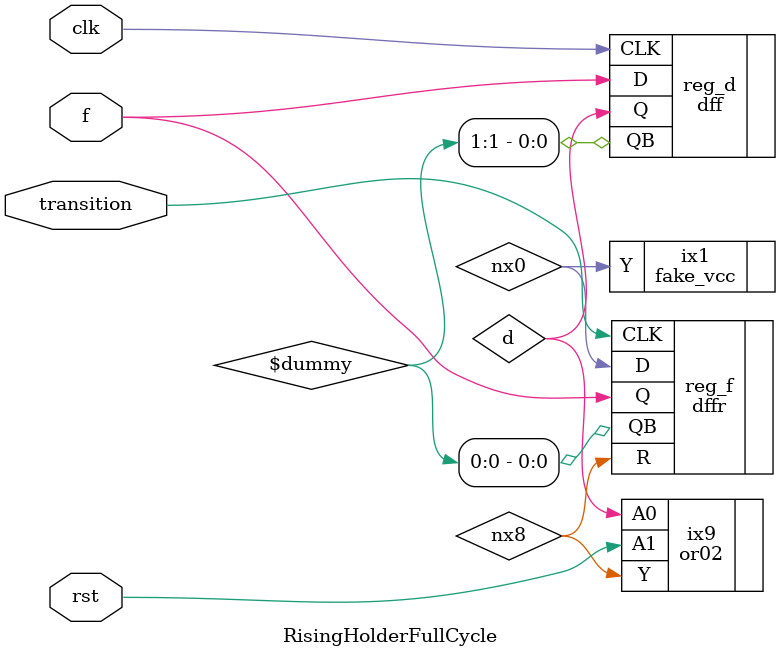
<source format=v>


module FcMain ( cnnDone, ioDone, clk, reset, defaultAddressNeorons, 
                dmaAddRamNeorons, readRamNeorons, finishRamNeorons, 
                dataOutRamNeorons, dmaAddRamWeights, readRamWeights, 
                finishRamWeights, dataOutRamWeights, fcDone, MAXPrediction ) ;

    input cnnDone ;
    input ioDone ;
    input clk ;
    input reset ;
    input [12:0]defaultAddressNeorons ;
    output [12:0]dmaAddRamNeorons ;
    output readRamNeorons ;
    input finishRamNeorons ;
    input [79:0]dataOutRamNeorons ;
    output [15:0]dmaAddRamWeights ;
    output readRamWeights ;
    input finishRamWeights ;
    input [79:0]dataOutRamWeights ;
    output fcDone ;
    output [3:0]MAXPrediction ;

    wire state_10, state_8, state_6, neoronMuxOutput_15, neoronMuxOutput_14, 
         neoronMuxOutput_13, neoronMuxOutput_12, neoronMuxOutput_11, 
         neoronMuxOutput_10, neoronMuxOutput_9, neoronMuxOutput_8, 
         neoronMuxOutput_7, neoronMuxOutput_6, neoronMuxOutput_5, 
         neoronMuxOutput_4, neoronMuxOutput_3, neoronMuxOutput_2, 
         neoronMuxOutput_1, neoronMuxOutput_0, numberOFNeorons_15, 
         numberOFNeorons_14, numberOFNeorons_13, numberOFNeorons_12, 
         numberOFNeorons_11, numberOFNeorons_10, numberOFNeorons_9, 
         numberOFNeorons_8, numberOFNeorons_7, numberOFNeorons_6, 
         numberOFNeorons_5, numberOFNeorons_4, numberOFNeorons_3, 
         numberOFNeorons_2, numberOFNeorons_1, numberOFNeorons_0, doneMax, 
         labelReg_9__15, labelReg_9__14, labelReg_9__13, labelReg_9__12, 
         labelReg_9__11, labelReg_9__10, labelReg_9__9, labelReg_9__8, 
         labelReg_9__7, labelReg_9__6, labelReg_9__5, labelReg_9__4, 
         labelReg_9__3, labelReg_9__2, labelReg_9__1, labelReg_9__0, 
         labelReg_8__15, labelReg_8__14, labelReg_8__13, labelReg_8__12, 
         labelReg_8__11, labelReg_8__10, labelReg_8__9, labelReg_8__8, 
         labelReg_8__7, labelReg_8__6, labelReg_8__5, labelReg_8__4, 
         labelReg_8__3, labelReg_8__2, labelReg_8__1, labelReg_8__0, 
         labelReg_7__15, labelReg_7__14, labelReg_7__13, labelReg_7__12, 
         labelReg_7__11, labelReg_7__10, labelReg_7__9, labelReg_7__8, 
         labelReg_7__7, labelReg_7__6, labelReg_7__5, labelReg_7__4, 
         labelReg_7__3, labelReg_7__2, labelReg_7__1, labelReg_7__0, 
         labelReg_6__15, labelReg_6__14, labelReg_6__13, labelReg_6__12, 
         labelReg_6__11, labelReg_6__10, labelReg_6__9, labelReg_6__8, 
         labelReg_6__7, labelReg_6__6, labelReg_6__5, labelReg_6__4, 
         labelReg_6__3, labelReg_6__2, labelReg_6__1, labelReg_6__0, 
         labelReg_5__15, labelReg_5__14, labelReg_5__13, labelReg_5__12, 
         labelReg_5__11, labelReg_5__10, labelReg_5__9, labelReg_5__8, 
         labelReg_5__7, labelReg_5__6, labelReg_5__5, labelReg_5__4, 
         labelReg_5__3, labelReg_5__2, labelReg_5__1, labelReg_5__0, 
         labelReg_4__15, labelReg_4__14, labelReg_4__13, labelReg_4__12, 
         labelReg_4__11, labelReg_4__10, labelReg_4__9, labelReg_4__8, 
         labelReg_4__7, labelReg_4__6, labelReg_4__5, labelReg_4__4, 
         labelReg_4__3, labelReg_4__2, labelReg_4__1, labelReg_4__0, 
         labelReg_3__15, labelReg_3__14, labelReg_3__13, labelReg_3__12, 
         labelReg_3__11, labelReg_3__10, labelReg_3__9, labelReg_3__8, 
         labelReg_3__7, labelReg_3__6, labelReg_3__5, labelReg_3__4, 
         labelReg_3__3, labelReg_3__2, labelReg_3__1, labelReg_3__0, 
         labelReg_2__15, labelReg_2__14, labelReg_2__13, labelReg_2__12, 
         labelReg_2__11, labelReg_2__10, labelReg_2__9, labelReg_2__8, 
         labelReg_2__7, labelReg_2__6, labelReg_2__5, labelReg_2__4, 
         labelReg_2__3, labelReg_2__2, labelReg_2__1, labelReg_2__0, 
         labelReg_1__15, labelReg_1__14, labelReg_1__13, labelReg_1__12, 
         labelReg_1__11, labelReg_1__10, labelReg_1__9, labelReg_1__8, 
         labelReg_1__7, labelReg_1__6, labelReg_1__5, labelReg_1__4, 
         labelReg_1__3, labelReg_1__2, labelReg_1__1, labelReg_1__0, 
         labelReg_0__15, labelReg_0__14, labelReg_0__13, labelReg_0__12, 
         labelReg_0__11, labelReg_0__10, labelReg_0__9, labelReg_0__8, 
         labelReg_0__7, labelReg_0__6, labelReg_0__5, labelReg_0__4, 
         labelReg_0__3, labelReg_0__2, labelReg_0__1, labelReg_0__0, maxNumber_3, 
         maxNumber_2, maxNumber_1, maxNumber_0, multiplyWorkDelayed, 
         multiplyWorkIn, clkInverted, bufferTwoInput, cnnDoneOneCycle, 
         beginSignal, incrementWeightAdd, neoronValueSelection, decrement, 
         loadNumberOFNeorons, oneNeoron_8, oneNeoron_15, state_4, state_9, nx0, 
         state_3, nx1076, state_2, state_1, nx12, state_0, nx20, nx34, nx44, 
         nx54, nx98, nx106, nx120, nx126, nx152, nx158, nx160, nx166, nx176, 
         nx1082, nx1084, nx1093, nx1100, nx1102, nx1104, nx1106, nx1108, nx1110, 
         nx1112, nx1120, nx1122, nx1133, nx1138, nx1144, nx1158, nx1160, nx1162, 
         nx1164, nx1166, nx1168, nx1170, nx1172, nx1174, nx1176, nx1178, nx1180, 
         nx1182, nx1184, nx1186, nx1188, nx1190, nx1192, nx1194, nx1196, nx1198, 
         nx1200, nx1202, nx1204, nx1206, nx1208, nx1210, nx1212, nx1214, nx1216, 
         nx1218, nx1220, nx1222, nx1224, nx1226, nx1228, nx1230, nx1232, nx1234, 
         nx1236, nx1238, nx1240, nx1242, nx1244, nx1246, nx1248, nx1250, nx1252, 
         nx1254, nx1256, nx1258, nx1260, nx1262, nx1264, nx1266, nx1268, nx1270, 
         nx1272, nx1274, nx1276, nx1278, nx1280, nx1282, nx1284, nx1286, nx1288, 
         nx1290, nx1292, nx1294, nx1296, nx1298, nx1300, nx1302, nx1304, nx1306, 
         nx1308, nx1310, nx1312, nx1314, nx1316, nx1318, nx1320, nx1326, nx1352;
    wire [15:0] \$dummy ;




    RisingHolderFullCycle CNNDONEHOLDER (.transition (beginSignal), .clk (clk), .rst (
                          reset), .f (cnnDoneOneCycle)) ;
    CounterUpDown_16 NEORONSLASTSTAGES (.load ({dataOutRamWeights[15],
                     dataOutRamWeights[14],dataOutRamWeights[13],
                     dataOutRamWeights[12],dataOutRamWeights[11],
                     dataOutRamWeights[10],dataOutRamWeights[9],
                     dataOutRamWeights[8],dataOutRamWeights[7],
                     dataOutRamWeights[6],dataOutRamWeights[5],
                     dataOutRamWeights[4],dataOutRamWeights[3],
                     dataOutRamWeights[2],dataOutRamWeights[1],
                     dataOutRamWeights[0]}), .resetValue ({oneNeoron_15,
                     oneNeoron_15,oneNeoron_15,oneNeoron_15,oneNeoron_15,
                     oneNeoron_15,oneNeoron_15,oneNeoron_15,oneNeoron_15,
                     oneNeoron_15,oneNeoron_15,oneNeoron_15,oneNeoron_15,
                     oneNeoron_15,oneNeoron_15,oneNeoron_15}), .clk (clk), .en (
                     decrement), .rst (reset), .isLoad (nx1326), .upOrDown (
                     oneNeoron_8), .count ({numberOFNeorons_15,
                     numberOFNeorons_14,numberOFNeorons_13,numberOFNeorons_12,
                     numberOFNeorons_11,numberOFNeorons_10,numberOFNeorons_9,
                     numberOFNeorons_8,numberOFNeorons_7,numberOFNeorons_6,
                     numberOFNeorons_5,numberOFNeorons_4,numberOFNeorons_3,
                     numberOFNeorons_2,numberOFNeorons_1,numberOFNeorons_0})) ;
    Mux2_16 NEORONREGMux (.A ({dataOutRamNeorons[15],dataOutRamNeorons[14],
            dataOutRamNeorons[13],dataOutRamNeorons[12],dataOutRamNeorons[11],
            dataOutRamNeorons[10],dataOutRamNeorons[9],dataOutRamNeorons[8],
            dataOutRamNeorons[7],dataOutRamNeorons[6],dataOutRamNeorons[5],
            dataOutRamNeorons[4],dataOutRamNeorons[3],dataOutRamNeorons[2],
            dataOutRamNeorons[1],dataOutRamNeorons[0]}), .B ({oneNeoron_15,
            oneNeoron_15,oneNeoron_15,oneNeoron_15,oneNeoron_15,oneNeoron_15,
            oneNeoron_15,oneNeoron_8,oneNeoron_15,oneNeoron_15,oneNeoron_15,
            oneNeoron_15,oneNeoron_15,oneNeoron_15,oneNeoron_15,oneNeoron_15}), 
            .S (neoronValueSelection), .C ({neoronMuxOutput_15,
            neoronMuxOutput_14,neoronMuxOutput_13,neoronMuxOutput_12,
            neoronMuxOutput_11,neoronMuxOutput_10,neoronMuxOutput_9,
            neoronMuxOutput_8,neoronMuxOutput_7,neoronMuxOutput_6,
            neoronMuxOutput_5,neoronMuxOutput_4,neoronMuxOutput_3,
            neoronMuxOutput_2,neoronMuxOutput_1,neoronMuxOutput_0})) ;
    ngetMax_16_10 MAXIMIZATIONMAP (.inputArray_9__15 (labelReg_9__15), .inputArray_9__14 (
                  labelReg_9__14), .inputArray_9__13 (labelReg_9__13), .inputArray_9__12 (
                  labelReg_9__12), .inputArray_9__11 (labelReg_9__11), .inputArray_9__10 (
                  labelReg_9__10), .inputArray_9__9 (labelReg_9__9), .inputArray_9__8 (
                  labelReg_9__8), .inputArray_9__7 (labelReg_9__7), .inputArray_9__6 (
                  labelReg_9__6), .inputArray_9__5 (labelReg_9__5), .inputArray_9__4 (
                  labelReg_9__4), .inputArray_9__3 (labelReg_9__3), .inputArray_9__2 (
                  labelReg_9__2), .inputArray_9__1 (labelReg_9__1), .inputArray_9__0 (
                  labelReg_9__0), .inputArray_8__15 (labelReg_8__15), .inputArray_8__14 (
                  labelReg_8__14), .inputArray_8__13 (labelReg_8__13), .inputArray_8__12 (
                  labelReg_8__12), .inputArray_8__11 (labelReg_8__11), .inputArray_8__10 (
                  labelReg_8__10), .inputArray_8__9 (labelReg_8__9), .inputArray_8__8 (
                  labelReg_8__8), .inputArray_8__7 (labelReg_8__7), .inputArray_8__6 (
                  labelReg_8__6), .inputArray_8__5 (labelReg_8__5), .inputArray_8__4 (
                  labelReg_8__4), .inputArray_8__3 (labelReg_8__3), .inputArray_8__2 (
                  labelReg_8__2), .inputArray_8__1 (labelReg_8__1), .inputArray_8__0 (
                  labelReg_8__0), .inputArray_7__15 (labelReg_7__15), .inputArray_7__14 (
                  labelReg_7__14), .inputArray_7__13 (labelReg_7__13), .inputArray_7__12 (
                  labelReg_7__12), .inputArray_7__11 (labelReg_7__11), .inputArray_7__10 (
                  labelReg_7__10), .inputArray_7__9 (labelReg_7__9), .inputArray_7__8 (
                  labelReg_7__8), .inputArray_7__7 (labelReg_7__7), .inputArray_7__6 (
                  labelReg_7__6), .inputArray_7__5 (labelReg_7__5), .inputArray_7__4 (
                  labelReg_7__4), .inputArray_7__3 (labelReg_7__3), .inputArray_7__2 (
                  labelReg_7__2), .inputArray_7__1 (labelReg_7__1), .inputArray_7__0 (
                  labelReg_7__0), .inputArray_6__15 (labelReg_6__15), .inputArray_6__14 (
                  labelReg_6__14), .inputArray_6__13 (labelReg_6__13), .inputArray_6__12 (
                  labelReg_6__12), .inputArray_6__11 (labelReg_6__11), .inputArray_6__10 (
                  labelReg_6__10), .inputArray_6__9 (labelReg_6__9), .inputArray_6__8 (
                  labelReg_6__8), .inputArray_6__7 (labelReg_6__7), .inputArray_6__6 (
                  labelReg_6__6), .inputArray_6__5 (labelReg_6__5), .inputArray_6__4 (
                  labelReg_6__4), .inputArray_6__3 (labelReg_6__3), .inputArray_6__2 (
                  labelReg_6__2), .inputArray_6__1 (labelReg_6__1), .inputArray_6__0 (
                  labelReg_6__0), .inputArray_5__15 (labelReg_5__15), .inputArray_5__14 (
                  labelReg_5__14), .inputArray_5__13 (labelReg_5__13), .inputArray_5__12 (
                  labelReg_5__12), .inputArray_5__11 (labelReg_5__11), .inputArray_5__10 (
                  labelReg_5__10), .inputArray_5__9 (labelReg_5__9), .inputArray_5__8 (
                  labelReg_5__8), .inputArray_5__7 (labelReg_5__7), .inputArray_5__6 (
                  labelReg_5__6), .inputArray_5__5 (labelReg_5__5), .inputArray_5__4 (
                  labelReg_5__4), .inputArray_5__3 (labelReg_5__3), .inputArray_5__2 (
                  labelReg_5__2), .inputArray_5__1 (labelReg_5__1), .inputArray_5__0 (
                  labelReg_5__0), .inputArray_4__15 (labelReg_4__15), .inputArray_4__14 (
                  labelReg_4__14), .inputArray_4__13 (labelReg_4__13), .inputArray_4__12 (
                  labelReg_4__12), .inputArray_4__11 (labelReg_4__11), .inputArray_4__10 (
                  labelReg_4__10), .inputArray_4__9 (labelReg_4__9), .inputArray_4__8 (
                  labelReg_4__8), .inputArray_4__7 (labelReg_4__7), .inputArray_4__6 (
                  labelReg_4__6), .inputArray_4__5 (labelReg_4__5), .inputArray_4__4 (
                  labelReg_4__4), .inputArray_4__3 (labelReg_4__3), .inputArray_4__2 (
                  labelReg_4__2), .inputArray_4__1 (labelReg_4__1), .inputArray_4__0 (
                  labelReg_4__0), .inputArray_3__15 (labelReg_3__15), .inputArray_3__14 (
                  labelReg_3__14), .inputArray_3__13 (labelReg_3__13), .inputArray_3__12 (
                  labelReg_3__12), .inputArray_3__11 (labelReg_3__11), .inputArray_3__10 (
                  labelReg_3__10), .inputArray_3__9 (labelReg_3__9), .inputArray_3__8 (
                  labelReg_3__8), .inputArray_3__7 (labelReg_3__7), .inputArray_3__6 (
                  labelReg_3__6), .inputArray_3__5 (labelReg_3__5), .inputArray_3__4 (
                  labelReg_3__4), .inputArray_3__3 (labelReg_3__3), .inputArray_3__2 (
                  labelReg_3__2), .inputArray_3__1 (labelReg_3__1), .inputArray_3__0 (
                  labelReg_3__0), .inputArray_2__15 (labelReg_2__15), .inputArray_2__14 (
                  labelReg_2__14), .inputArray_2__13 (labelReg_2__13), .inputArray_2__12 (
                  labelReg_2__12), .inputArray_2__11 (labelReg_2__11), .inputArray_2__10 (
                  labelReg_2__10), .inputArray_2__9 (labelReg_2__9), .inputArray_2__8 (
                  labelReg_2__8), .inputArray_2__7 (labelReg_2__7), .inputArray_2__6 (
                  labelReg_2__6), .inputArray_2__5 (labelReg_2__5), .inputArray_2__4 (
                  labelReg_2__4), .inputArray_2__3 (labelReg_2__3), .inputArray_2__2 (
                  labelReg_2__2), .inputArray_2__1 (labelReg_2__1), .inputArray_2__0 (
                  labelReg_2__0), .inputArray_1__15 (labelReg_1__15), .inputArray_1__14 (
                  labelReg_1__14), .inputArray_1__13 (labelReg_1__13), .inputArray_1__12 (
                  labelReg_1__12), .inputArray_1__11 (labelReg_1__11), .inputArray_1__10 (
                  labelReg_1__10), .inputArray_1__9 (labelReg_1__9), .inputArray_1__8 (
                  labelReg_1__8), .inputArray_1__7 (labelReg_1__7), .inputArray_1__6 (
                  labelReg_1__6), .inputArray_1__5 (labelReg_1__5), .inputArray_1__4 (
                  labelReg_1__4), .inputArray_1__3 (labelReg_1__3), .inputArray_1__2 (
                  labelReg_1__2), .inputArray_1__1 (labelReg_1__1), .inputArray_1__0 (
                  labelReg_1__0), .inputArray_0__15 (labelReg_0__15), .inputArray_0__14 (
                  labelReg_0__14), .inputArray_0__13 (labelReg_0__13), .inputArray_0__12 (
                  labelReg_0__12), .inputArray_0__11 (labelReg_0__11), .inputArray_0__10 (
                  labelReg_0__10), .inputArray_0__9 (labelReg_0__9), .inputArray_0__8 (
                  labelReg_0__8), .inputArray_0__7 (labelReg_0__7), .inputArray_0__6 (
                  labelReg_0__6), .inputArray_0__5 (labelReg_0__5), .inputArray_0__4 (
                  labelReg_0__4), .inputArray_0__3 (labelReg_0__3), .inputArray_0__2 (
                  labelReg_0__2), .inputArray_0__1 (labelReg_0__1), .inputArray_0__0 (
                  labelReg_0__0), .en (state_6), .clk (clk), .rst (state_10), .outLabel (
                  {maxNumber_3,maxNumber_2,maxNumber_1,maxNumber_0}), .done (
                  doneMax)) ;
    Alus8x16_10 ALUMAP (.q_9__7 (dataOutRamWeights[79]), .q_9__6 (
                dataOutRamWeights[78]), .q_9__5 (dataOutRamWeights[77]), .q_9__4 (
                dataOutRamWeights[76]), .q_9__3 (dataOutRamWeights[75]), .q_9__2 (
                dataOutRamWeights[74]), .q_9__1 (dataOutRamWeights[73]), .q_9__0 (
                dataOutRamWeights[72]), .q_8__7 (dataOutRamWeights[71]), .q_8__6 (
                dataOutRamWeights[70]), .q_8__5 (dataOutRamWeights[69]), .q_8__4 (
                dataOutRamWeights[68]), .q_8__3 (dataOutRamWeights[67]), .q_8__2 (
                dataOutRamWeights[66]), .q_8__1 (dataOutRamWeights[65]), .q_8__0 (
                dataOutRamWeights[64]), .q_7__7 (dataOutRamWeights[63]), .q_7__6 (
                dataOutRamWeights[62]), .q_7__5 (dataOutRamWeights[61]), .q_7__4 (
                dataOutRamWeights[60]), .q_7__3 (dataOutRamWeights[59]), .q_7__2 (
                dataOutRamWeights[58]), .q_7__1 (dataOutRamWeights[57]), .q_7__0 (
                dataOutRamWeights[56]), .q_6__7 (dataOutRamWeights[55]), .q_6__6 (
                dataOutRamWeights[54]), .q_6__5 (dataOutRamWeights[53]), .q_6__4 (
                dataOutRamWeights[52]), .q_6__3 (dataOutRamWeights[51]), .q_6__2 (
                dataOutRamWeights[50]), .q_6__1 (dataOutRamWeights[49]), .q_6__0 (
                dataOutRamWeights[48]), .q_5__7 (dataOutRamWeights[47]), .q_5__6 (
                dataOutRamWeights[46]), .q_5__5 (dataOutRamWeights[45]), .q_5__4 (
                dataOutRamWeights[44]), .q_5__3 (dataOutRamWeights[43]), .q_5__2 (
                dataOutRamWeights[42]), .q_5__1 (dataOutRamWeights[41]), .q_5__0 (
                dataOutRamWeights[40]), .q_4__7 (dataOutRamWeights[39]), .q_4__6 (
                dataOutRamWeights[38]), .q_4__5 (dataOutRamWeights[37]), .q_4__4 (
                dataOutRamWeights[36]), .q_4__3 (dataOutRamWeights[35]), .q_4__2 (
                dataOutRamWeights[34]), .q_4__1 (dataOutRamWeights[33]), .q_4__0 (
                dataOutRamWeights[32]), .q_3__7 (dataOutRamWeights[31]), .q_3__6 (
                dataOutRamWeights[30]), .q_3__5 (dataOutRamWeights[29]), .q_3__4 (
                dataOutRamWeights[28]), .q_3__3 (dataOutRamWeights[27]), .q_3__2 (
                dataOutRamWeights[26]), .q_3__1 (dataOutRamWeights[25]), .q_3__0 (
                dataOutRamWeights[24]), .q_2__7 (dataOutRamWeights[23]), .q_2__6 (
                dataOutRamWeights[22]), .q_2__5 (dataOutRamWeights[21]), .q_2__4 (
                dataOutRamWeights[20]), .q_2__3 (dataOutRamWeights[19]), .q_2__2 (
                dataOutRamWeights[18]), .q_2__1 (dataOutRamWeights[17]), .q_2__0 (
                dataOutRamWeights[16]), .q_1__7 (dataOutRamWeights[15]), .q_1__6 (
                dataOutRamWeights[14]), .q_1__5 (dataOutRamWeights[13]), .q_1__4 (
                dataOutRamWeights[12]), .q_1__3 (dataOutRamWeights[11]), .q_1__2 (
                dataOutRamWeights[10]), .q_1__1 (dataOutRamWeights[9]), .q_1__0 (
                dataOutRamWeights[8]), .q_0__7 (dataOutRamWeights[7]), .q_0__6 (
                dataOutRamWeights[6]), .q_0__5 (dataOutRamWeights[5]), .q_0__4 (
                dataOutRamWeights[4]), .q_0__3 (dataOutRamWeights[3]), .q_0__2 (
                dataOutRamWeights[2]), .q_0__1 (dataOutRamWeights[1]), .q_0__0 (
                dataOutRamWeights[0]), .m_9__15 (nx1160), .m_9__14 (nx1170), .m_9__13 (
                nx1180), .m_9__12 (nx1190), .m_9__11 (nx1200), .m_9__10 (nx1210)
                , .m_9__9 (nx1220), .m_9__8 (nx1230), .m_9__7 (nx1240), .m_9__6 (
                nx1250), .m_9__5 (nx1260), .m_9__4 (nx1270), .m_9__3 (nx1280), .m_9__2 (
                nx1290), .m_9__1 (nx1300), .m_9__0 (nx1310), .m_8__15 (nx1160), 
                .m_8__14 (nx1170), .m_8__13 (nx1180), .m_8__12 (nx1190), .m_8__11 (
                nx1200), .m_8__10 (nx1210), .m_8__9 (nx1220), .m_8__8 (nx1230), 
                .m_8__7 (nx1240), .m_8__6 (nx1250), .m_8__5 (nx1260), .m_8__4 (
                nx1270), .m_8__3 (nx1280), .m_8__2 (nx1290), .m_8__1 (nx1300), .m_8__0 (
                nx1310), .m_7__15 (nx1160), .m_7__14 (nx1170), .m_7__13 (nx1180)
                , .m_7__12 (nx1190), .m_7__11 (nx1200), .m_7__10 (nx1210), .m_7__9 (
                nx1220), .m_7__8 (nx1230), .m_7__7 (nx1240), .m_7__6 (nx1250), .m_7__5 (
                nx1260), .m_7__4 (nx1270), .m_7__3 (nx1280), .m_7__2 (nx1290), .m_7__1 (
                nx1300), .m_7__0 (nx1310), .m_6__15 (nx1162), .m_6__14 (nx1172)
                , .m_6__13 (nx1182), .m_6__12 (nx1192), .m_6__11 (nx1202), .m_6__10 (
                nx1212), .m_6__9 (nx1222), .m_6__8 (nx1232), .m_6__7 (nx1242), .m_6__6 (
                nx1252), .m_6__5 (nx1262), .m_6__4 (nx1272), .m_6__3 (nx1282), .m_6__2 (
                nx1292), .m_6__1 (nx1302), .m_6__0 (nx1312), .m_5__15 (nx1162), 
                .m_5__14 (nx1172), .m_5__13 (nx1182), .m_5__12 (nx1192), .m_5__11 (
                nx1202), .m_5__10 (nx1212), .m_5__9 (nx1222), .m_5__8 (nx1232), 
                .m_5__7 (nx1242), .m_5__6 (nx1252), .m_5__5 (nx1262), .m_5__4 (
                nx1272), .m_5__3 (nx1282), .m_5__2 (nx1292), .m_5__1 (nx1302), .m_5__0 (
                nx1312), .m_4__15 (nx1162), .m_4__14 (nx1172), .m_4__13 (nx1182)
                , .m_4__12 (nx1192), .m_4__11 (nx1202), .m_4__10 (nx1212), .m_4__9 (
                nx1222), .m_4__8 (nx1232), .m_4__7 (nx1242), .m_4__6 (nx1252), .m_4__5 (
                nx1262), .m_4__4 (nx1272), .m_4__3 (nx1282), .m_4__2 (nx1292), .m_4__1 (
                nx1302), .m_4__0 (nx1312), .m_3__15 (nx1164), .m_3__14 (nx1174)
                , .m_3__13 (nx1184), .m_3__12 (nx1194), .m_3__11 (nx1204), .m_3__10 (
                nx1214), .m_3__9 (nx1224), .m_3__8 (nx1234), .m_3__7 (nx1244), .m_3__6 (
                nx1254), .m_3__5 (nx1264), .m_3__4 (nx1274), .m_3__3 (nx1284), .m_3__2 (
                nx1294), .m_3__1 (nx1304), .m_3__0 (nx1314), .m_2__15 (nx1164), 
                .m_2__14 (nx1174), .m_2__13 (nx1184), .m_2__12 (nx1194), .m_2__11 (
                nx1204), .m_2__10 (nx1214), .m_2__9 (nx1224), .m_2__8 (nx1234), 
                .m_2__7 (nx1244), .m_2__6 (nx1254), .m_2__5 (nx1264), .m_2__4 (
                nx1274), .m_2__3 (nx1284), .m_2__2 (nx1294), .m_2__1 (nx1304), .m_2__0 (
                nx1314), .m_1__15 (nx1164), .m_1__14 (nx1174), .m_1__13 (nx1184)
                , .m_1__12 (nx1194), .m_1__11 (nx1204), .m_1__10 (nx1214), .m_1__9 (
                nx1224), .m_1__8 (nx1234), .m_1__7 (nx1244), .m_1__6 (nx1254), .m_1__5 (
                nx1264), .m_1__4 (nx1274), .m_1__3 (nx1284), .m_1__2 (nx1294), .m_1__1 (
                nx1304), .m_1__0 (nx1314), .m_0__15 (nx1166), .m_0__14 (nx1176)
                , .m_0__13 (nx1186), .m_0__12 (nx1196), .m_0__11 (nx1206), .m_0__10 (
                nx1216), .m_0__9 (nx1226), .m_0__8 (nx1236), .m_0__7 (nx1246), .m_0__6 (
                nx1256), .m_0__5 (nx1266), .m_0__4 (nx1276), .m_0__3 (nx1286), .m_0__2 (
                nx1296), .m_0__1 (nx1306), .m_0__0 (nx1316), .f_9__15 (
                labelReg_9__15), .f_9__14 (labelReg_9__14), .f_9__13 (
                labelReg_9__13), .f_9__12 (labelReg_9__12), .f_9__11 (
                labelReg_9__11), .f_9__10 (labelReg_9__10), .f_9__9 (
                labelReg_9__9), .f_9__8 (labelReg_9__8), .f_9__7 (labelReg_9__7)
                , .f_9__6 (labelReg_9__6), .f_9__5 (labelReg_9__5), .f_9__4 (
                labelReg_9__4), .f_9__3 (labelReg_9__3), .f_9__2 (labelReg_9__2)
                , .f_9__1 (labelReg_9__1), .f_9__0 (labelReg_9__0), .f_8__15 (
                labelReg_8__15), .f_8__14 (labelReg_8__14), .f_8__13 (
                labelReg_8__13), .f_8__12 (labelReg_8__12), .f_8__11 (
                labelReg_8__11), .f_8__10 (labelReg_8__10), .f_8__9 (
                labelReg_8__9), .f_8__8 (labelReg_8__8), .f_8__7 (labelReg_8__7)
                , .f_8__6 (labelReg_8__6), .f_8__5 (labelReg_8__5), .f_8__4 (
                labelReg_8__4), .f_8__3 (labelReg_8__3), .f_8__2 (labelReg_8__2)
                , .f_8__1 (labelReg_8__1), .f_8__0 (labelReg_8__0), .f_7__15 (
                labelReg_7__15), .f_7__14 (labelReg_7__14), .f_7__13 (
                labelReg_7__13), .f_7__12 (labelReg_7__12), .f_7__11 (
                labelReg_7__11), .f_7__10 (labelReg_7__10), .f_7__9 (
                labelReg_7__9), .f_7__8 (labelReg_7__8), .f_7__7 (labelReg_7__7)
                , .f_7__6 (labelReg_7__6), .f_7__5 (labelReg_7__5), .f_7__4 (
                labelReg_7__4), .f_7__3 (labelReg_7__3), .f_7__2 (labelReg_7__2)
                , .f_7__1 (labelReg_7__1), .f_7__0 (labelReg_7__0), .f_6__15 (
                labelReg_6__15), .f_6__14 (labelReg_6__14), .f_6__13 (
                labelReg_6__13), .f_6__12 (labelReg_6__12), .f_6__11 (
                labelReg_6__11), .f_6__10 (labelReg_6__10), .f_6__9 (
                labelReg_6__9), .f_6__8 (labelReg_6__8), .f_6__7 (labelReg_6__7)
                , .f_6__6 (labelReg_6__6), .f_6__5 (labelReg_6__5), .f_6__4 (
                labelReg_6__4), .f_6__3 (labelReg_6__3), .f_6__2 (labelReg_6__2)
                , .f_6__1 (labelReg_6__1), .f_6__0 (labelReg_6__0), .f_5__15 (
                labelReg_5__15), .f_5__14 (labelReg_5__14), .f_5__13 (
                labelReg_5__13), .f_5__12 (labelReg_5__12), .f_5__11 (
                labelReg_5__11), .f_5__10 (labelReg_5__10), .f_5__9 (
                labelReg_5__9), .f_5__8 (labelReg_5__8), .f_5__7 (labelReg_5__7)
                , .f_5__6 (labelReg_5__6), .f_5__5 (labelReg_5__5), .f_5__4 (
                labelReg_5__4), .f_5__3 (labelReg_5__3), .f_5__2 (labelReg_5__2)
                , .f_5__1 (labelReg_5__1), .f_5__0 (labelReg_5__0), .f_4__15 (
                labelReg_4__15), .f_4__14 (labelReg_4__14), .f_4__13 (
                labelReg_4__13), .f_4__12 (labelReg_4__12), .f_4__11 (
                labelReg_4__11), .f_4__10 (labelReg_4__10), .f_4__9 (
                labelReg_4__9), .f_4__8 (labelReg_4__8), .f_4__7 (labelReg_4__7)
                , .f_4__6 (labelReg_4__6), .f_4__5 (labelReg_4__5), .f_4__4 (
                labelReg_4__4), .f_4__3 (labelReg_4__3), .f_4__2 (labelReg_4__2)
                , .f_4__1 (labelReg_4__1), .f_4__0 (labelReg_4__0), .f_3__15 (
                labelReg_3__15), .f_3__14 (labelReg_3__14), .f_3__13 (
                labelReg_3__13), .f_3__12 (labelReg_3__12), .f_3__11 (
                labelReg_3__11), .f_3__10 (labelReg_3__10), .f_3__9 (
                labelReg_3__9), .f_3__8 (labelReg_3__8), .f_3__7 (labelReg_3__7)
                , .f_3__6 (labelReg_3__6), .f_3__5 (labelReg_3__5), .f_3__4 (
                labelReg_3__4), .f_3__3 (labelReg_3__3), .f_3__2 (labelReg_3__2)
                , .f_3__1 (labelReg_3__1), .f_3__0 (labelReg_3__0), .f_2__15 (
                labelReg_2__15), .f_2__14 (labelReg_2__14), .f_2__13 (
                labelReg_2__13), .f_2__12 (labelReg_2__12), .f_2__11 (
                labelReg_2__11), .f_2__10 (labelReg_2__10), .f_2__9 (
                labelReg_2__9), .f_2__8 (labelReg_2__8), .f_2__7 (labelReg_2__7)
                , .f_2__6 (labelReg_2__6), .f_2__5 (labelReg_2__5), .f_2__4 (
                labelReg_2__4), .f_2__3 (labelReg_2__3), .f_2__2 (labelReg_2__2)
                , .f_2__1 (labelReg_2__1), .f_2__0 (labelReg_2__0), .f_1__15 (
                labelReg_1__15), .f_1__14 (labelReg_1__14), .f_1__13 (
                labelReg_1__13), .f_1__12 (labelReg_1__12), .f_1__11 (
                labelReg_1__11), .f_1__10 (labelReg_1__10), .f_1__9 (
                labelReg_1__9), .f_1__8 (labelReg_1__8), .f_1__7 (labelReg_1__7)
                , .f_1__6 (labelReg_1__6), .f_1__5 (labelReg_1__5), .f_1__4 (
                labelReg_1__4), .f_1__3 (labelReg_1__3), .f_1__2 (labelReg_1__2)
                , .f_1__1 (labelReg_1__1), .f_1__0 (labelReg_1__0), .f_0__15 (
                labelReg_0__15), .f_0__14 (labelReg_0__14), .f_0__13 (
                labelReg_0__13), .f_0__12 (labelReg_0__12), .f_0__11 (
                labelReg_0__11), .f_0__10 (labelReg_0__10), .f_0__9 (
                labelReg_0__9), .f_0__8 (labelReg_0__8), .f_0__7 (labelReg_0__7)
                , .f_0__6 (labelReg_0__6), .f_0__5 (labelReg_0__5), .f_0__4 (
                labelReg_0__4), .f_0__3 (labelReg_0__3), .f_0__2 (labelReg_0__2)
                , .f_0__1 (labelReg_0__1), .f_0__0 (labelReg_0__0), .clk (clk), 
                .start (decrement), .rst (nx1352), .done (\$dummy [0]), .working (
                multiplyWorkIn)) ;
    FlibFlob bufferRegOne (.D (multiplyWorkIn), .en (oneNeoron_8), .clk (
             clkInverted), .rst (reset), .Q (bufferTwoInput), .Qbar (\$dummy [1]
             )) ;
    FlibFlob bufferRegTwo (.D (bufferTwoInput), .en (oneNeoron_8), .clk (clk), .rst (
             reset), .Q (multiplyWorkDelayed), .Qbar (\$dummy [2])) ;
    CounterUpDown_16 WeightAddressCounter (.load ({oneNeoron_15,oneNeoron_15,
                     oneNeoron_15,oneNeoron_15,oneNeoron_15,oneNeoron_15,
                     oneNeoron_15,oneNeoron_15,oneNeoron_15,oneNeoron_15,
                     oneNeoron_15,oneNeoron_15,oneNeoron_15,oneNeoron_15,
                     oneNeoron_15,oneNeoron_15}), .resetValue ({oneNeoron_15,
                     oneNeoron_15,oneNeoron_15,oneNeoron_15,oneNeoron_15,
                     oneNeoron_15,oneNeoron_15,oneNeoron_15,oneNeoron_15,
                     oneNeoron_15,oneNeoron_15,oneNeoron_15,oneNeoron_15,
                     oneNeoron_15,oneNeoron_15,oneNeoron_15}), .clk (clk), .en (
                     incrementWeightAdd), .rst (reset), .isLoad (nx1318), .upOrDown (
                     oneNeoron_15), .count ({dmaAddRamWeights[15],
                     dmaAddRamWeights[14],dmaAddRamWeights[13],
                     dmaAddRamWeights[12],dmaAddRamWeights[11],
                     dmaAddRamWeights[10],dmaAddRamWeights[9],
                     dmaAddRamWeights[8],dmaAddRamWeights[7],dmaAddRamWeights[6]
                     ,dmaAddRamWeights[5],dmaAddRamWeights[4],
                     dmaAddRamWeights[3],dmaAddRamWeights[2],dmaAddRamWeights[1]
                     ,dmaAddRamWeights[0]})) ;
    CounterUpDown_13 NeoronAddressCounter (.load ({defaultAddressNeorons[12],
                     defaultAddressNeorons[11],defaultAddressNeorons[10],
                     defaultAddressNeorons[9],defaultAddressNeorons[8],
                     defaultAddressNeorons[7],defaultAddressNeorons[6],
                     defaultAddressNeorons[5],defaultAddressNeorons[4],
                     defaultAddressNeorons[3],defaultAddressNeorons[2],
                     defaultAddressNeorons[1],defaultAddressNeorons[0]}), .resetValue (
                     {defaultAddressNeorons[12],defaultAddressNeorons[11],
                     defaultAddressNeorons[10],defaultAddressNeorons[9],
                     defaultAddressNeorons[8],defaultAddressNeorons[7],
                     defaultAddressNeorons[6],defaultAddressNeorons[5],
                     defaultAddressNeorons[4],defaultAddressNeorons[3],
                     defaultAddressNeorons[2],defaultAddressNeorons[1],
                     defaultAddressNeorons[0]}), .clk (clk), .en (state_8), .rst (
                     reset), .isLoad (nx1352), .upOrDown (oneNeoron_15), .count (
                     {dmaAddRamNeorons[12],dmaAddRamNeorons[11],
                     dmaAddRamNeorons[10],dmaAddRamNeorons[9],
                     dmaAddRamNeorons[8],dmaAddRamNeorons[7],dmaAddRamNeorons[6]
                     ,dmaAddRamNeorons[5],dmaAddRamNeorons[4],
                     dmaAddRamNeorons[3],dmaAddRamNeorons[2],dmaAddRamNeorons[1]
                     ,dmaAddRamNeorons[0]})) ;
    Reg_4 MAXVALUEREGMAP (.D ({maxNumber_3,maxNumber_2,maxNumber_1,maxNumber_0})
          , .en (oneNeoron_8), .clk (doneMax), .rst (reset), .Q ({
          MAXPrediction[3],MAXPrediction[2],MAXPrediction[1],MAXPrediction[0]})
          , .Qbar ({\$dummy [3],\$dummy [4],\$dummy [5],\$dummy [6]})) ;
    fake_gnd ix1044 (.Y (oneNeoron_15)) ;
    fake_vcc ix1042 (.Y (oneNeoron_8)) ;
    oai21 ix35 (.Y (nx34), .A0 (finishRamWeights), .A1 (nx1082), .B0 (nx1084)) ;
    dffr reg_state_1 (.Q (state_1), .QB (nx1082), .D (nx34), .CLK (clk), .R (
         reset)) ;
    oai21 ix1085 (.Y (nx1084), .A0 (state_0), .A1 (fcDone), .B0 (nx1320)) ;
    dffs_ni reg_state_0 (.Q (state_0), .QB (\$dummy [7]), .D (nx20), .CLK (clk)
            , .S (reset)) ;
    dffr reg_state_7 (.Q (fcDone), .QB (\$dummy [8]), .D (nx12), .CLK (clk), .R (
         reset)) ;
    ao22 ix13 (.Y (nx12), .A0 (doneMax), .A1 (state_6), .B0 (nx1144), .B1 (
         fcDone)) ;
    dffr reg_state_6 (.Q (state_6), .QB (\$dummy [9]), .D (nx176), .CLK (clk), .R (
         reset)) ;
    ao21 ix177 (.Y (nx176), .A0 (nx1093), .A1 (state_6), .B0 (state_10)) ;
    inv01 ix1094 (.Y (nx1093), .A (doneMax)) ;
    dffr reg_state_10 (.Q (state_10), .QB (\$dummy [10]), .D (nx166), .CLK (clk)
         , .R (reset)) ;
    or02 ix161 (.Y (nx160), .A0 (nx158), .A1 (decrement)) ;
    nor03_2x ix159 (.Y (nx158), .A0 (nx1100), .A1 (nx1112), .A2 (nx152)) ;
    nor03_2x ix1101 (.Y (nx1100), .A0 (nx1102), .A1 (finishRamNeorons), .A2 (
             finishRamWeights)) ;
    nor04 ix1105 (.Y (nx1104), .A0 (numberOFNeorons_0), .A1 (numberOFNeorons_1)
          , .A2 (numberOFNeorons_2), .A3 (numberOFNeorons_3)) ;
    nor04 ix1107 (.Y (nx1106), .A0 (numberOFNeorons_4), .A1 (numberOFNeorons_5)
          , .A2 (numberOFNeorons_6), .A3 (numberOFNeorons_7)) ;
    nor04 ix1109 (.Y (nx1108), .A0 (numberOFNeorons_8), .A1 (numberOFNeorons_9)
          , .A2 (numberOFNeorons_10), .A3 (numberOFNeorons_11)) ;
    nor04 ix1111 (.Y (nx1110), .A0 (numberOFNeorons_12), .A1 (numberOFNeorons_13
          ), .A2 (numberOFNeorons_14), .A3 (numberOFNeorons_15)) ;
    dffr reg_state_4 (.Q (state_4), .QB (nx1112), .D (nx160), .CLK (clk), .R (
         reset)) ;
    nor04 ix153 (.Y (nx152), .A0 (finishRamNeorons), .A1 (finishRamWeights), .A2 (
          nx98), .A3 (nx0)) ;
    nand04 ix99 (.Y (nx98), .A0 (nx1104), .A1 (nx1106), .A2 (nx1108), .A3 (
           nx1110)) ;
    or02 ix133 (.Y (decrement), .A0 (state_8), .A1 (state_9)) ;
    dffr reg_state_8 (.Q (state_8), .QB (\$dummy [11]), .D (nx126), .CLK (clk), 
         .R (reset)) ;
    nor02ii ix127 (.Y (nx126), .A0 (nx1120), .A1 (readRamNeorons)) ;
    nand03 ix1121 (.Y (nx1120), .A0 (nx1122), .A1 (finishRamNeorons), .A2 (
           finishRamWeights)) ;
    nand02 ix1123 (.Y (nx1122), .A0 (multiplyWorkIn), .A1 (multiplyWorkDelayed)
           ) ;
    dffr reg_state_5 (.Q (readRamNeorons), .QB (\$dummy [12]), .D (nx120), .CLK (
         clk), .R (reset)) ;
    ao22 ix121 (.Y (nx120), .A0 (readRamNeorons), .A1 (nx1120), .B0 (state_4), .B1 (
         nx106)) ;
    nor03_2x ix107 (.Y (nx106), .A0 (nx1102), .A1 (finishRamNeorons), .A2 (
             finishRamWeights)) ;
    dffr reg_state_9 (.Q (state_9), .QB (\$dummy [13]), .D (nx1076), .CLK (clk)
         , .R (reset)) ;
    dffr reg_state_3 (.Q (state_3), .QB (\$dummy [14]), .D (nx54), .CLK (clk), .R (
         reset)) ;
    ao22 ix55 (.Y (nx54), .A0 (nx1133), .A1 (state_2), .B0 (state_3), .B1 (
         nx1138)) ;
    inv01 ix1134 (.Y (nx1133), .A (finishRamWeights)) ;
    dffr reg_state_2 (.Q (state_2), .QB (\$dummy [15]), .D (nx44), .CLK (clk), .R (
         reset)) ;
    ao21 ix45 (.Y (nx44), .A0 (finishRamWeights), .A1 (state_2), .B0 (nx1326)) ;
    nand03 ix1139 (.Y (nx1138), .A0 (nx1122), .A1 (finishRamWeights), .A2 (
           state_3)) ;
    inv01 ix1145 (.Y (nx1144), .A (cnnDoneOneCycle)) ;
    or02 ix183 (.Y (neoronValueSelection), .A0 (state_3), .A1 (state_9)) ;
    or02 ix185 (.Y (incrementWeightAdd), .A0 (nx1326), .A1 (decrement)) ;
    or03 ix189 (.Y (readRamWeights), .A0 (state_3), .A1 (readRamNeorons), .A2 (
         state_1)) ;
    and02 ix193 (.Y (beginSignal), .A0 (ioDone), .A1 (cnnDone)) ;
    inv01 ix1152 (.Y (clkInverted), .A (clk)) ;
    inv01 ix1103 (.Y (nx1102), .A (nx98)) ;
    inv01 ix65 (.Y (nx1076), .A (nx1138)) ;
    inv01 ix1 (.Y (nx0), .A (nx1122)) ;
    inv01 ix1157 (.Y (nx1158), .A (neoronMuxOutput_15)) ;
    inv01 ix1159 (.Y (nx1160), .A (nx1158)) ;
    inv01 ix1161 (.Y (nx1162), .A (nx1158)) ;
    inv01 ix1163 (.Y (nx1164), .A (nx1158)) ;
    inv01 ix1165 (.Y (nx1166), .A (nx1158)) ;
    inv01 ix1167 (.Y (nx1168), .A (neoronMuxOutput_14)) ;
    inv01 ix1169 (.Y (nx1170), .A (nx1168)) ;
    inv01 ix1171 (.Y (nx1172), .A (nx1168)) ;
    inv01 ix1173 (.Y (nx1174), .A (nx1168)) ;
    inv01 ix1175 (.Y (nx1176), .A (nx1168)) ;
    inv01 ix1177 (.Y (nx1178), .A (neoronMuxOutput_13)) ;
    inv01 ix1179 (.Y (nx1180), .A (nx1178)) ;
    inv01 ix1181 (.Y (nx1182), .A (nx1178)) ;
    inv01 ix1183 (.Y (nx1184), .A (nx1178)) ;
    inv01 ix1185 (.Y (nx1186), .A (nx1178)) ;
    inv01 ix1187 (.Y (nx1188), .A (neoronMuxOutput_12)) ;
    inv01 ix1189 (.Y (nx1190), .A (nx1188)) ;
    inv01 ix1191 (.Y (nx1192), .A (nx1188)) ;
    inv01 ix1193 (.Y (nx1194), .A (nx1188)) ;
    inv01 ix1195 (.Y (nx1196), .A (nx1188)) ;
    inv01 ix1197 (.Y (nx1198), .A (neoronMuxOutput_11)) ;
    inv01 ix1199 (.Y (nx1200), .A (nx1198)) ;
    inv01 ix1201 (.Y (nx1202), .A (nx1198)) ;
    inv01 ix1203 (.Y (nx1204), .A (nx1198)) ;
    inv01 ix1205 (.Y (nx1206), .A (nx1198)) ;
    inv01 ix1207 (.Y (nx1208), .A (neoronMuxOutput_10)) ;
    inv01 ix1209 (.Y (nx1210), .A (nx1208)) ;
    inv01 ix1211 (.Y (nx1212), .A (nx1208)) ;
    inv01 ix1213 (.Y (nx1214), .A (nx1208)) ;
    inv01 ix1215 (.Y (nx1216), .A (nx1208)) ;
    inv01 ix1217 (.Y (nx1218), .A (neoronMuxOutput_9)) ;
    inv01 ix1219 (.Y (nx1220), .A (nx1218)) ;
    inv01 ix1221 (.Y (nx1222), .A (nx1218)) ;
    inv01 ix1223 (.Y (nx1224), .A (nx1218)) ;
    inv01 ix1225 (.Y (nx1226), .A (nx1218)) ;
    inv01 ix1227 (.Y (nx1228), .A (neoronMuxOutput_8)) ;
    inv01 ix1229 (.Y (nx1230), .A (nx1228)) ;
    inv01 ix1231 (.Y (nx1232), .A (nx1228)) ;
    inv01 ix1233 (.Y (nx1234), .A (nx1228)) ;
    inv01 ix1235 (.Y (nx1236), .A (nx1228)) ;
    inv01 ix1237 (.Y (nx1238), .A (neoronMuxOutput_7)) ;
    inv01 ix1239 (.Y (nx1240), .A (nx1238)) ;
    inv01 ix1241 (.Y (nx1242), .A (nx1238)) ;
    inv01 ix1243 (.Y (nx1244), .A (nx1238)) ;
    inv01 ix1245 (.Y (nx1246), .A (nx1238)) ;
    inv01 ix1247 (.Y (nx1248), .A (neoronMuxOutput_6)) ;
    inv01 ix1249 (.Y (nx1250), .A (nx1248)) ;
    inv01 ix1251 (.Y (nx1252), .A (nx1248)) ;
    inv01 ix1253 (.Y (nx1254), .A (nx1248)) ;
    inv01 ix1255 (.Y (nx1256), .A (nx1248)) ;
    inv01 ix1257 (.Y (nx1258), .A (neoronMuxOutput_5)) ;
    inv01 ix1259 (.Y (nx1260), .A (nx1258)) ;
    inv01 ix1261 (.Y (nx1262), .A (nx1258)) ;
    inv01 ix1263 (.Y (nx1264), .A (nx1258)) ;
    inv01 ix1265 (.Y (nx1266), .A (nx1258)) ;
    inv01 ix1267 (.Y (nx1268), .A (neoronMuxOutput_4)) ;
    inv01 ix1269 (.Y (nx1270), .A (nx1268)) ;
    inv01 ix1271 (.Y (nx1272), .A (nx1268)) ;
    inv01 ix1273 (.Y (nx1274), .A (nx1268)) ;
    inv01 ix1275 (.Y (nx1276), .A (nx1268)) ;
    inv01 ix1277 (.Y (nx1278), .A (neoronMuxOutput_3)) ;
    inv01 ix1279 (.Y (nx1280), .A (nx1278)) ;
    inv01 ix1281 (.Y (nx1282), .A (nx1278)) ;
    inv01 ix1283 (.Y (nx1284), .A (nx1278)) ;
    inv01 ix1285 (.Y (nx1286), .A (nx1278)) ;
    inv01 ix1287 (.Y (nx1288), .A (neoronMuxOutput_2)) ;
    inv01 ix1289 (.Y (nx1290), .A (nx1288)) ;
    inv01 ix1291 (.Y (nx1292), .A (nx1288)) ;
    inv01 ix1293 (.Y (nx1294), .A (nx1288)) ;
    inv01 ix1295 (.Y (nx1296), .A (nx1288)) ;
    inv01 ix1297 (.Y (nx1298), .A (neoronMuxOutput_1)) ;
    inv01 ix1299 (.Y (nx1300), .A (nx1298)) ;
    inv01 ix1301 (.Y (nx1302), .A (nx1298)) ;
    inv01 ix1303 (.Y (nx1304), .A (nx1298)) ;
    inv01 ix1305 (.Y (nx1306), .A (nx1298)) ;
    inv01 ix1307 (.Y (nx1308), .A (neoronMuxOutput_0)) ;
    inv01 ix1309 (.Y (nx1310), .A (nx1308)) ;
    inv01 ix1311 (.Y (nx1312), .A (nx1308)) ;
    inv01 ix1313 (.Y (nx1314), .A (nx1308)) ;
    inv01 ix1315 (.Y (nx1316), .A (nx1308)) ;
    inv02 ix1317 (.Y (nx1318), .A (nx1144)) ;
    inv02 ix1319 (.Y (nx1320), .A (nx1144)) ;
    nor02ii ix41 (.Y (loadNumberOFNeorons), .A0 (nx1082), .A1 (finishRamWeights)
            ) ;
    and02 ix21 (.Y (nx20), .A0 (nx1144), .A1 (state_0)) ;
    nor02ii ix167 (.Y (nx166), .A0 (nx1112), .A1 (nx152)) ;
    buf02 ix1325 (.Y (nx1326), .A (loadNumberOFNeorons)) ;
    inv02 ix1351 (.Y (nx1352), .A (nx1144)) ;
endmodule


module Reg_4 ( D, en, clk, rst, Q, Qbar ) ;

    input [3:0]D ;
    input en ;
    input clk ;
    input rst ;
    output [3:0]Q ;
    output [3:0]Qbar ;

    wire nx146, nx156, nx166, nx176, nx186, nx196, nx206, nx216, nx228, nx233, 
         nx238, nx243, nx263, nx265;
    wire [7:0] \$dummy ;




    dffs_ni reg_Qbar_0 (.Q (Qbar[0]), .QB (\$dummy [0]), .D (nx186), .CLK (nx263
            ), .S (rst)) ;
    mux21_ni ix187 (.Y (nx186), .A0 (Qbar[0]), .A1 (nx228), .S0 (en)) ;
    inv01 ix229 (.Y (nx228), .A (D[0])) ;
    dffs_ni reg_Qbar_1 (.Q (Qbar[1]), .QB (\$dummy [1]), .D (nx196), .CLK (nx263
            ), .S (rst)) ;
    mux21_ni ix197 (.Y (nx196), .A0 (Qbar[1]), .A1 (nx233), .S0 (en)) ;
    inv01 ix234 (.Y (nx233), .A (D[1])) ;
    dffs_ni reg_Qbar_2 (.Q (Qbar[2]), .QB (\$dummy [2]), .D (nx206), .CLK (nx263
            ), .S (rst)) ;
    mux21_ni ix207 (.Y (nx206), .A0 (Qbar[2]), .A1 (nx238), .S0 (en)) ;
    inv01 ix239 (.Y (nx238), .A (D[2])) ;
    dffs_ni reg_Qbar_3 (.Q (Qbar[3]), .QB (\$dummy [3]), .D (nx216), .CLK (nx263
            ), .S (rst)) ;
    mux21_ni ix217 (.Y (nx216), .A0 (Qbar[3]), .A1 (nx243), .S0 (en)) ;
    inv01 ix244 (.Y (nx243), .A (D[3])) ;
    dffr reg_Q_0 (.Q (Q[0]), .QB (\$dummy [4]), .D (nx146), .CLK (nx263), .R (
         rst)) ;
    mux21_ni ix147 (.Y (nx146), .A0 (Q[0]), .A1 (D[0]), .S0 (en)) ;
    dffr reg_Q_1 (.Q (Q[1]), .QB (\$dummy [5]), .D (nx156), .CLK (nx263), .R (
         rst)) ;
    mux21_ni ix157 (.Y (nx156), .A0 (Q[1]), .A1 (D[1]), .S0 (en)) ;
    dffr reg_Q_2 (.Q (Q[2]), .QB (\$dummy [6]), .D (nx166), .CLK (nx263), .R (
         rst)) ;
    mux21_ni ix167 (.Y (nx166), .A0 (Q[2]), .A1 (D[2]), .S0 (en)) ;
    dffr reg_Q_3 (.Q (Q[3]), .QB (\$dummy [7]), .D (nx176), .CLK (nx265), .R (
         rst)) ;
    mux21_ni ix177 (.Y (nx176), .A0 (Q[3]), .A1 (D[3]), .S0 (en)) ;
    buf02 ix262 (.Y (nx263), .A (clk)) ;
    buf02 ix264 (.Y (nx265), .A (clk)) ;
endmodule


module CounterUpDown_13 ( load, resetValue, clk, en, rst, isLoad, upOrDown, 
                          count ) ;

    input [12:0]load ;
    input [12:0]resetValue ;
    input clk ;
    input en ;
    input rst ;
    input isLoad ;
    input upOrDown ;
    output [12:0]count ;

    wire countAdded_12, countAdded_11, countAdded_10, countAdded_9, countAdded_8, 
         countAdded_7, countAdded_6, countAdded_5, countAdded_4, countAdded_3, 
         countAdded_2, countAdded_1, countAdded_0, NOT_upOrDown, nx8, nx10, nx14, 
         nx24, nx26, nx30, nx40, nx42, nx46, nx56, nx58, nx62, nx72, nx74, nx78, 
         nx88, nx90, nx94, nx104, nx106, nx110, nx120, nx122, nx126, nx136, 
         nx138, nx142, nx152, nx154, nx158, nx168, nx170, nx174, nx184, nx186, 
         nx190, nx200, nx202, nx206, nx499, nx509, nx519, nx529, nx539, nx549, 
         nx559, nx569, nx579, nx589, nx599, nx609, nx619, nx636, nx720, nx722, 
         nx732, nx734;
    wire [13:0] \$dummy ;




    NBitAdder_13 nextCount (.a ({count[12],count[11],count[10],count[9],count[8]
                 ,count[7],count[6],count[5],count[4],count[3],count[2],count[1]
                 ,count[0]}), .b ({upOrDown,upOrDown,upOrDown,upOrDown,upOrDown,
                 upOrDown,upOrDown,upOrDown,upOrDown,upOrDown,upOrDown,upOrDown,
                 upOrDown}), .carryIn (NOT_upOrDown), .sum ({countAdded_12,
                 countAdded_11,countAdded_10,countAdded_9,countAdded_8,
                 countAdded_7,countAdded_6,countAdded_5,countAdded_4,
                 countAdded_3,countAdded_2,countAdded_1,countAdded_0}), .carryOut (
                 \$dummy [0])) ;
    inv01 ix632 (.Y (NOT_upOrDown), .A (upOrDown)) ;
    dffsr_ni reg_currentCount_0 (.Q (count[0]), .QB (\$dummy [1]), .D (nx499), .CLK (
             clk), .S (nx10), .R (nx14)) ;
    mux21_ni ix500 (.Y (nx499), .A0 (nx8), .A1 (count[0]), .S0 (nx720)) ;
    mux21_ni ix9 (.Y (nx8), .A0 (load[0]), .A1 (countAdded_0), .S0 (nx732)) ;
    nor02_2x ix637 (.Y (nx636), .A0 (nx732), .A1 (isLoad)) ;
    and02 ix11 (.Y (nx10), .A0 (resetValue[0]), .A1 (rst)) ;
    dffsr_ni reg_currentCount_1 (.Q (count[1]), .QB (\$dummy [2]), .D (nx509), .CLK (
             clk), .S (nx26), .R (nx30)) ;
    mux21_ni ix510 (.Y (nx509), .A0 (nx24), .A1 (count[1]), .S0 (nx720)) ;
    mux21_ni ix25 (.Y (nx24), .A0 (load[1]), .A1 (countAdded_1), .S0 (nx732)) ;
    and02 ix27 (.Y (nx26), .A0 (resetValue[1]), .A1 (rst)) ;
    dffsr_ni reg_currentCount_2 (.Q (count[2]), .QB (\$dummy [3]), .D (nx519), .CLK (
             clk), .S (nx42), .R (nx46)) ;
    mux21_ni ix520 (.Y (nx519), .A0 (nx40), .A1 (count[2]), .S0 (nx720)) ;
    mux21_ni ix41 (.Y (nx40), .A0 (load[2]), .A1 (countAdded_2), .S0 (nx732)) ;
    and02 ix43 (.Y (nx42), .A0 (resetValue[2]), .A1 (rst)) ;
    dffsr_ni reg_currentCount_3 (.Q (count[3]), .QB (\$dummy [4]), .D (nx529), .CLK (
             clk), .S (nx58), .R (nx62)) ;
    mux21_ni ix530 (.Y (nx529), .A0 (nx56), .A1 (count[3]), .S0 (nx720)) ;
    mux21_ni ix57 (.Y (nx56), .A0 (load[3]), .A1 (countAdded_3), .S0 (nx732)) ;
    and02 ix59 (.Y (nx58), .A0 (resetValue[3]), .A1 (rst)) ;
    dffsr_ni reg_currentCount_4 (.Q (count[4]), .QB (\$dummy [5]), .D (nx539), .CLK (
             clk), .S (nx74), .R (nx78)) ;
    mux21_ni ix540 (.Y (nx539), .A0 (nx72), .A1 (count[4]), .S0 (nx720)) ;
    mux21_ni ix73 (.Y (nx72), .A0 (load[4]), .A1 (countAdded_4), .S0 (nx732)) ;
    and02 ix75 (.Y (nx74), .A0 (resetValue[4]), .A1 (rst)) ;
    dffsr_ni reg_currentCount_5 (.Q (count[5]), .QB (\$dummy [6]), .D (nx549), .CLK (
             clk), .S (nx90), .R (nx94)) ;
    mux21_ni ix550 (.Y (nx549), .A0 (nx88), .A1 (count[5]), .S0 (nx720)) ;
    mux21_ni ix89 (.Y (nx88), .A0 (load[5]), .A1 (countAdded_5), .S0 (nx732)) ;
    and02 ix91 (.Y (nx90), .A0 (resetValue[5]), .A1 (rst)) ;
    dffsr_ni reg_currentCount_6 (.Q (count[6]), .QB (\$dummy [7]), .D (nx559), .CLK (
             clk), .S (nx106), .R (nx110)) ;
    mux21_ni ix560 (.Y (nx559), .A0 (nx104), .A1 (count[6]), .S0 (nx720)) ;
    mux21_ni ix105 (.Y (nx104), .A0 (load[6]), .A1 (countAdded_6), .S0 (nx734)
             ) ;
    and02 ix107 (.Y (nx106), .A0 (resetValue[6]), .A1 (rst)) ;
    dffsr_ni reg_currentCount_7 (.Q (count[7]), .QB (\$dummy [8]), .D (nx569), .CLK (
             clk), .S (nx122), .R (nx126)) ;
    mux21_ni ix570 (.Y (nx569), .A0 (nx120), .A1 (count[7]), .S0 (nx722)) ;
    mux21_ni ix121 (.Y (nx120), .A0 (load[7]), .A1 (countAdded_7), .S0 (nx734)
             ) ;
    and02 ix123 (.Y (nx122), .A0 (resetValue[7]), .A1 (rst)) ;
    dffsr_ni reg_currentCount_8 (.Q (count[8]), .QB (\$dummy [9]), .D (nx579), .CLK (
             clk), .S (nx138), .R (nx142)) ;
    mux21_ni ix580 (.Y (nx579), .A0 (nx136), .A1 (count[8]), .S0 (nx722)) ;
    mux21_ni ix137 (.Y (nx136), .A0 (load[8]), .A1 (countAdded_8), .S0 (nx734)
             ) ;
    and02 ix139 (.Y (nx138), .A0 (resetValue[8]), .A1 (rst)) ;
    dffsr_ni reg_currentCount_9 (.Q (count[9]), .QB (\$dummy [10]), .D (nx589), 
             .CLK (clk), .S (nx154), .R (nx158)) ;
    mux21_ni ix590 (.Y (nx589), .A0 (nx152), .A1 (count[9]), .S0 (nx722)) ;
    mux21_ni ix153 (.Y (nx152), .A0 (load[9]), .A1 (countAdded_9), .S0 (nx734)
             ) ;
    and02 ix155 (.Y (nx154), .A0 (resetValue[9]), .A1 (rst)) ;
    dffsr_ni reg_currentCount_10 (.Q (count[10]), .QB (\$dummy [11]), .D (nx599)
             , .CLK (clk), .S (nx170), .R (nx174)) ;
    mux21_ni ix600 (.Y (nx599), .A0 (nx168), .A1 (count[10]), .S0 (nx722)) ;
    mux21_ni ix169 (.Y (nx168), .A0 (load[10]), .A1 (countAdded_10), .S0 (nx734)
             ) ;
    and02 ix171 (.Y (nx170), .A0 (resetValue[10]), .A1 (rst)) ;
    dffsr_ni reg_currentCount_11 (.Q (count[11]), .QB (\$dummy [12]), .D (nx609)
             , .CLK (clk), .S (nx186), .R (nx190)) ;
    mux21_ni ix610 (.Y (nx609), .A0 (nx184), .A1 (count[11]), .S0 (nx722)) ;
    mux21_ni ix185 (.Y (nx184), .A0 (load[11]), .A1 (countAdded_11), .S0 (nx734)
             ) ;
    and02 ix187 (.Y (nx186), .A0 (resetValue[11]), .A1 (rst)) ;
    dffsr_ni reg_currentCount_12 (.Q (count[12]), .QB (\$dummy [13]), .D (nx619)
             , .CLK (clk), .S (nx202), .R (nx206)) ;
    mux21_ni ix620 (.Y (nx619), .A0 (nx200), .A1 (count[12]), .S0 (nx722)) ;
    mux21_ni ix201 (.Y (nx200), .A0 (load[12]), .A1 (countAdded_12), .S0 (nx734)
             ) ;
    and02 ix203 (.Y (nx202), .A0 (resetValue[12]), .A1 (rst)) ;
    buf02 ix719 (.Y (nx720), .A (nx636)) ;
    buf02 ix721 (.Y (nx722), .A (nx636)) ;
    nor02ii ix15 (.Y (nx14), .A0 (resetValue[0]), .A1 (rst)) ;
    nor02ii ix31 (.Y (nx30), .A0 (resetValue[1]), .A1 (rst)) ;
    nor02ii ix47 (.Y (nx46), .A0 (resetValue[2]), .A1 (rst)) ;
    nor02ii ix63 (.Y (nx62), .A0 (resetValue[3]), .A1 (rst)) ;
    nor02ii ix79 (.Y (nx78), .A0 (resetValue[4]), .A1 (rst)) ;
    nor02ii ix95 (.Y (nx94), .A0 (resetValue[5]), .A1 (rst)) ;
    nor02ii ix111 (.Y (nx110), .A0 (resetValue[6]), .A1 (rst)) ;
    nor02ii ix127 (.Y (nx126), .A0 (resetValue[7]), .A1 (rst)) ;
    nor02ii ix143 (.Y (nx142), .A0 (resetValue[8]), .A1 (rst)) ;
    nor02ii ix159 (.Y (nx158), .A0 (resetValue[9]), .A1 (rst)) ;
    nor02ii ix175 (.Y (nx174), .A0 (resetValue[10]), .A1 (rst)) ;
    nor02ii ix191 (.Y (nx190), .A0 (resetValue[11]), .A1 (rst)) ;
    nor02ii ix207 (.Y (nx206), .A0 (resetValue[12]), .A1 (rst)) ;
    buf02 ix731 (.Y (nx732), .A (en)) ;
    buf02 ix733 (.Y (nx734), .A (en)) ;
endmodule


module NBitAdder_13 ( a, b, carryIn, sum, carryOut ) ;

    input [12:0]a ;
    input [12:0]b ;
    input carryIn ;
    output [12:0]sum ;
    output carryOut ;

    wire temp_11, temp_10, temp_9, temp_8, temp_7, temp_6, temp_5, temp_4, 
         temp_3, temp_2, temp_1, temp_0;



    FullAdder f0 (.a (a[0]), .b (b[0]), .cin (carryIn), .s (sum[0]), .cout (
              temp_0)) ;
    FullAdder loop1_1_fx (.a (a[1]), .b (b[1]), .cin (temp_0), .s (sum[1]), .cout (
              temp_1)) ;
    FullAdder loop1_2_fx (.a (a[2]), .b (b[2]), .cin (temp_1), .s (sum[2]), .cout (
              temp_2)) ;
    FullAdder loop1_3_fx (.a (a[3]), .b (b[3]), .cin (temp_2), .s (sum[3]), .cout (
              temp_3)) ;
    FullAdder loop1_4_fx (.a (a[4]), .b (b[4]), .cin (temp_3), .s (sum[4]), .cout (
              temp_4)) ;
    FullAdder loop1_5_fx (.a (a[5]), .b (b[5]), .cin (temp_4), .s (sum[5]), .cout (
              temp_5)) ;
    FullAdder loop1_6_fx (.a (a[6]), .b (b[6]), .cin (temp_5), .s (sum[6]), .cout (
              temp_6)) ;
    FullAdder loop1_7_fx (.a (a[7]), .b (b[7]), .cin (temp_6), .s (sum[7]), .cout (
              temp_7)) ;
    FullAdder loop1_8_fx (.a (a[8]), .b (b[8]), .cin (temp_7), .s (sum[8]), .cout (
              temp_8)) ;
    FullAdder loop1_9_fx (.a (a[9]), .b (b[9]), .cin (temp_8), .s (sum[9]), .cout (
              temp_9)) ;
    FullAdder loop1_10_fx (.a (a[10]), .b (b[10]), .cin (temp_9), .s (sum[10]), 
              .cout (temp_10)) ;
    FullAdder loop1_11_fx (.a (a[11]), .b (b[11]), .cin (temp_10), .s (sum[11])
              , .cout (temp_11)) ;
    FullAdder loop1_12_fx (.a (a[12]), .b (b[12]), .cin (temp_11), .s (sum[12])
              , .cout (carryOut)) ;
endmodule


module FlibFlob ( D, en, clk, rst, Q, Qbar ) ;

    input D ;
    input en ;
    input clk ;
    input rst ;
    output Q ;
    output Qbar ;

    wire nx65, nx75, nx87;
    wire [1:0] \$dummy ;




    dffs_ni reg_Qbar (.Q (Qbar), .QB (\$dummy [0]), .D (nx75), .CLK (clk), .S (
            rst)) ;
    mux21_ni ix76 (.Y (nx75), .A0 (Qbar), .A1 (nx87), .S0 (en)) ;
    inv01 ix88 (.Y (nx87), .A (D)) ;
    dffr reg_Q (.Q (Q), .QB (\$dummy [1]), .D (nx65), .CLK (clk), .R (rst)) ;
    mux21_ni ix66 (.Y (nx65), .A0 (Q), .A1 (D), .S0 (en)) ;
endmodule


module Alus8x16_10 ( q_9__7, q_9__6, q_9__5, q_9__4, q_9__3, q_9__2, q_9__1, 
                     q_9__0, q_8__7, q_8__6, q_8__5, q_8__4, q_8__3, q_8__2, 
                     q_8__1, q_8__0, q_7__7, q_7__6, q_7__5, q_7__4, q_7__3, 
                     q_7__2, q_7__1, q_7__0, q_6__7, q_6__6, q_6__5, q_6__4, 
                     q_6__3, q_6__2, q_6__1, q_6__0, q_5__7, q_5__6, q_5__5, 
                     q_5__4, q_5__3, q_5__2, q_5__1, q_5__0, q_4__7, q_4__6, 
                     q_4__5, q_4__4, q_4__3, q_4__2, q_4__1, q_4__0, q_3__7, 
                     q_3__6, q_3__5, q_3__4, q_3__3, q_3__2, q_3__1, q_3__0, 
                     q_2__7, q_2__6, q_2__5, q_2__4, q_2__3, q_2__2, q_2__1, 
                     q_2__0, q_1__7, q_1__6, q_1__5, q_1__4, q_1__3, q_1__2, 
                     q_1__1, q_1__0, q_0__7, q_0__6, q_0__5, q_0__4, q_0__3, 
                     q_0__2, q_0__1, q_0__0, m_9__15, m_9__14, m_9__13, m_9__12, 
                     m_9__11, m_9__10, m_9__9, m_9__8, m_9__7, m_9__6, m_9__5, 
                     m_9__4, m_9__3, m_9__2, m_9__1, m_9__0, m_8__15, m_8__14, 
                     m_8__13, m_8__12, m_8__11, m_8__10, m_8__9, m_8__8, m_8__7, 
                     m_8__6, m_8__5, m_8__4, m_8__3, m_8__2, m_8__1, m_8__0, 
                     m_7__15, m_7__14, m_7__13, m_7__12, m_7__11, m_7__10, 
                     m_7__9, m_7__8, m_7__7, m_7__6, m_7__5, m_7__4, m_7__3, 
                     m_7__2, m_7__1, m_7__0, m_6__15, m_6__14, m_6__13, m_6__12, 
                     m_6__11, m_6__10, m_6__9, m_6__8, m_6__7, m_6__6, m_6__5, 
                     m_6__4, m_6__3, m_6__2, m_6__1, m_6__0, m_5__15, m_5__14, 
                     m_5__13, m_5__12, m_5__11, m_5__10, m_5__9, m_5__8, m_5__7, 
                     m_5__6, m_5__5, m_5__4, m_5__3, m_5__2, m_5__1, m_5__0, 
                     m_4__15, m_4__14, m_4__13, m_4__12, m_4__11, m_4__10, 
                     m_4__9, m_4__8, m_4__7, m_4__6, m_4__5, m_4__4, m_4__3, 
                     m_4__2, m_4__1, m_4__0, m_3__15, m_3__14, m_3__13, m_3__12, 
                     m_3__11, m_3__10, m_3__9, m_3__8, m_3__7, m_3__6, m_3__5, 
                     m_3__4, m_3__3, m_3__2, m_3__1, m_3__0, m_2__15, m_2__14, 
                     m_2__13, m_2__12, m_2__11, m_2__10, m_2__9, m_2__8, m_2__7, 
                     m_2__6, m_2__5, m_2__4, m_2__3, m_2__2, m_2__1, m_2__0, 
                     m_1__15, m_1__14, m_1__13, m_1__12, m_1__11, m_1__10, 
                     m_1__9, m_1__8, m_1__7, m_1__6, m_1__5, m_1__4, m_1__3, 
                     m_1__2, m_1__1, m_1__0, m_0__15, m_0__14, m_0__13, m_0__12, 
                     m_0__11, m_0__10, m_0__9, m_0__8, m_0__7, m_0__6, m_0__5, 
                     m_0__4, m_0__3, m_0__2, m_0__1, m_0__0, f_9__15, f_9__14, 
                     f_9__13, f_9__12, f_9__11, f_9__10, f_9__9, f_9__8, f_9__7, 
                     f_9__6, f_9__5, f_9__4, f_9__3, f_9__2, f_9__1, f_9__0, 
                     f_8__15, f_8__14, f_8__13, f_8__12, f_8__11, f_8__10, 
                     f_8__9, f_8__8, f_8__7, f_8__6, f_8__5, f_8__4, f_8__3, 
                     f_8__2, f_8__1, f_8__0, f_7__15, f_7__14, f_7__13, f_7__12, 
                     f_7__11, f_7__10, f_7__9, f_7__8, f_7__7, f_7__6, f_7__5, 
                     f_7__4, f_7__3, f_7__2, f_7__1, f_7__0, f_6__15, f_6__14, 
                     f_6__13, f_6__12, f_6__11, f_6__10, f_6__9, f_6__8, f_6__7, 
                     f_6__6, f_6__5, f_6__4, f_6__3, f_6__2, f_6__1, f_6__0, 
                     f_5__15, f_5__14, f_5__13, f_5__12, f_5__11, f_5__10, 
                     f_5__9, f_5__8, f_5__7, f_5__6, f_5__5, f_5__4, f_5__3, 
                     f_5__2, f_5__1, f_5__0, f_4__15, f_4__14, f_4__13, f_4__12, 
                     f_4__11, f_4__10, f_4__9, f_4__8, f_4__7, f_4__6, f_4__5, 
                     f_4__4, f_4__3, f_4__2, f_4__1, f_4__0, f_3__15, f_3__14, 
                     f_3__13, f_3__12, f_3__11, f_3__10, f_3__9, f_3__8, f_3__7, 
                     f_3__6, f_3__5, f_3__4, f_3__3, f_3__2, f_3__1, f_3__0, 
                     f_2__15, f_2__14, f_2__13, f_2__12, f_2__11, f_2__10, 
                     f_2__9, f_2__8, f_2__7, f_2__6, f_2__5, f_2__4, f_2__3, 
                     f_2__2, f_2__1, f_2__0, f_1__15, f_1__14, f_1__13, f_1__12, 
                     f_1__11, f_1__10, f_1__9, f_1__8, f_1__7, f_1__6, f_1__5, 
                     f_1__4, f_1__3, f_1__2, f_1__1, f_1__0, f_0__15, f_0__14, 
                     f_0__13, f_0__12, f_0__11, f_0__10, f_0__9, f_0__8, f_0__7, 
                     f_0__6, f_0__5, f_0__4, f_0__3, f_0__2, f_0__1, f_0__0, clk, 
                     start, rst, done, working ) ;

    input q_9__7 ;
    input q_9__6 ;
    input q_9__5 ;
    input q_9__4 ;
    input q_9__3 ;
    input q_9__2 ;
    input q_9__1 ;
    input q_9__0 ;
    input q_8__7 ;
    input q_8__6 ;
    input q_8__5 ;
    input q_8__4 ;
    input q_8__3 ;
    input q_8__2 ;
    input q_8__1 ;
    input q_8__0 ;
    input q_7__7 ;
    input q_7__6 ;
    input q_7__5 ;
    input q_7__4 ;
    input q_7__3 ;
    input q_7__2 ;
    input q_7__1 ;
    input q_7__0 ;
    input q_6__7 ;
    input q_6__6 ;
    input q_6__5 ;
    input q_6__4 ;
    input q_6__3 ;
    input q_6__2 ;
    input q_6__1 ;
    input q_6__0 ;
    input q_5__7 ;
    input q_5__6 ;
    input q_5__5 ;
    input q_5__4 ;
    input q_5__3 ;
    input q_5__2 ;
    input q_5__1 ;
    input q_5__0 ;
    input q_4__7 ;
    input q_4__6 ;
    input q_4__5 ;
    input q_4__4 ;
    input q_4__3 ;
    input q_4__2 ;
    input q_4__1 ;
    input q_4__0 ;
    input q_3__7 ;
    input q_3__6 ;
    input q_3__5 ;
    input q_3__4 ;
    input q_3__3 ;
    input q_3__2 ;
    input q_3__1 ;
    input q_3__0 ;
    input q_2__7 ;
    input q_2__6 ;
    input q_2__5 ;
    input q_2__4 ;
    input q_2__3 ;
    input q_2__2 ;
    input q_2__1 ;
    input q_2__0 ;
    input q_1__7 ;
    input q_1__6 ;
    input q_1__5 ;
    input q_1__4 ;
    input q_1__3 ;
    input q_1__2 ;
    input q_1__1 ;
    input q_1__0 ;
    input q_0__7 ;
    input q_0__6 ;
    input q_0__5 ;
    input q_0__4 ;
    input q_0__3 ;
    input q_0__2 ;
    input q_0__1 ;
    input q_0__0 ;
    input m_9__15 ;
    input m_9__14 ;
    input m_9__13 ;
    input m_9__12 ;
    input m_9__11 ;
    input m_9__10 ;
    input m_9__9 ;
    input m_9__8 ;
    input m_9__7 ;
    input m_9__6 ;
    input m_9__5 ;
    input m_9__4 ;
    input m_9__3 ;
    input m_9__2 ;
    input m_9__1 ;
    input m_9__0 ;
    input m_8__15 ;
    input m_8__14 ;
    input m_8__13 ;
    input m_8__12 ;
    input m_8__11 ;
    input m_8__10 ;
    input m_8__9 ;
    input m_8__8 ;
    input m_8__7 ;
    input m_8__6 ;
    input m_8__5 ;
    input m_8__4 ;
    input m_8__3 ;
    input m_8__2 ;
    input m_8__1 ;
    input m_8__0 ;
    input m_7__15 ;
    input m_7__14 ;
    input m_7__13 ;
    input m_7__12 ;
    input m_7__11 ;
    input m_7__10 ;
    input m_7__9 ;
    input m_7__8 ;
    input m_7__7 ;
    input m_7__6 ;
    input m_7__5 ;
    input m_7__4 ;
    input m_7__3 ;
    input m_7__2 ;
    input m_7__1 ;
    input m_7__0 ;
    input m_6__15 ;
    input m_6__14 ;
    input m_6__13 ;
    input m_6__12 ;
    input m_6__11 ;
    input m_6__10 ;
    input m_6__9 ;
    input m_6__8 ;
    input m_6__7 ;
    input m_6__6 ;
    input m_6__5 ;
    input m_6__4 ;
    input m_6__3 ;
    input m_6__2 ;
    input m_6__1 ;
    input m_6__0 ;
    input m_5__15 ;
    input m_5__14 ;
    input m_5__13 ;
    input m_5__12 ;
    input m_5__11 ;
    input m_5__10 ;
    input m_5__9 ;
    input m_5__8 ;
    input m_5__7 ;
    input m_5__6 ;
    input m_5__5 ;
    input m_5__4 ;
    input m_5__3 ;
    input m_5__2 ;
    input m_5__1 ;
    input m_5__0 ;
    input m_4__15 ;
    input m_4__14 ;
    input m_4__13 ;
    input m_4__12 ;
    input m_4__11 ;
    input m_4__10 ;
    input m_4__9 ;
    input m_4__8 ;
    input m_4__7 ;
    input m_4__6 ;
    input m_4__5 ;
    input m_4__4 ;
    input m_4__3 ;
    input m_4__2 ;
    input m_4__1 ;
    input m_4__0 ;
    input m_3__15 ;
    input m_3__14 ;
    input m_3__13 ;
    input m_3__12 ;
    input m_3__11 ;
    input m_3__10 ;
    input m_3__9 ;
    input m_3__8 ;
    input m_3__7 ;
    input m_3__6 ;
    input m_3__5 ;
    input m_3__4 ;
    input m_3__3 ;
    input m_3__2 ;
    input m_3__1 ;
    input m_3__0 ;
    input m_2__15 ;
    input m_2__14 ;
    input m_2__13 ;
    input m_2__12 ;
    input m_2__11 ;
    input m_2__10 ;
    input m_2__9 ;
    input m_2__8 ;
    input m_2__7 ;
    input m_2__6 ;
    input m_2__5 ;
    input m_2__4 ;
    input m_2__3 ;
    input m_2__2 ;
    input m_2__1 ;
    input m_2__0 ;
    input m_1__15 ;
    input m_1__14 ;
    input m_1__13 ;
    input m_1__12 ;
    input m_1__11 ;
    input m_1__10 ;
    input m_1__9 ;
    input m_1__8 ;
    input m_1__7 ;
    input m_1__6 ;
    input m_1__5 ;
    input m_1__4 ;
    input m_1__3 ;
    input m_1__2 ;
    input m_1__1 ;
    input m_1__0 ;
    input m_0__15 ;
    input m_0__14 ;
    input m_0__13 ;
    input m_0__12 ;
    input m_0__11 ;
    input m_0__10 ;
    input m_0__9 ;
    input m_0__8 ;
    input m_0__7 ;
    input m_0__6 ;
    input m_0__5 ;
    input m_0__4 ;
    input m_0__3 ;
    input m_0__2 ;
    input m_0__1 ;
    input m_0__0 ;
    inout f_9__15 ;
    inout f_9__14 ;
    inout f_9__13 ;
    inout f_9__12 ;
    inout f_9__11 ;
    inout f_9__10 ;
    inout f_9__9 ;
    inout f_9__8 ;
    inout f_9__7 ;
    inout f_9__6 ;
    inout f_9__5 ;
    inout f_9__4 ;
    inout f_9__3 ;
    inout f_9__2 ;
    inout f_9__1 ;
    inout f_9__0 ;
    inout f_8__15 ;
    inout f_8__14 ;
    inout f_8__13 ;
    inout f_8__12 ;
    inout f_8__11 ;
    inout f_8__10 ;
    inout f_8__9 ;
    inout f_8__8 ;
    inout f_8__7 ;
    inout f_8__6 ;
    inout f_8__5 ;
    inout f_8__4 ;
    inout f_8__3 ;
    inout f_8__2 ;
    inout f_8__1 ;
    inout f_8__0 ;
    inout f_7__15 ;
    inout f_7__14 ;
    inout f_7__13 ;
    inout f_7__12 ;
    inout f_7__11 ;
    inout f_7__10 ;
    inout f_7__9 ;
    inout f_7__8 ;
    inout f_7__7 ;
    inout f_7__6 ;
    inout f_7__5 ;
    inout f_7__4 ;
    inout f_7__3 ;
    inout f_7__2 ;
    inout f_7__1 ;
    inout f_7__0 ;
    inout f_6__15 ;
    inout f_6__14 ;
    inout f_6__13 ;
    inout f_6__12 ;
    inout f_6__11 ;
    inout f_6__10 ;
    inout f_6__9 ;
    inout f_6__8 ;
    inout f_6__7 ;
    inout f_6__6 ;
    inout f_6__5 ;
    inout f_6__4 ;
    inout f_6__3 ;
    inout f_6__2 ;
    inout f_6__1 ;
    inout f_6__0 ;
    inout f_5__15 ;
    inout f_5__14 ;
    inout f_5__13 ;
    inout f_5__12 ;
    inout f_5__11 ;
    inout f_5__10 ;
    inout f_5__9 ;
    inout f_5__8 ;
    inout f_5__7 ;
    inout f_5__6 ;
    inout f_5__5 ;
    inout f_5__4 ;
    inout f_5__3 ;
    inout f_5__2 ;
    inout f_5__1 ;
    inout f_5__0 ;
    inout f_4__15 ;
    inout f_4__14 ;
    inout f_4__13 ;
    inout f_4__12 ;
    inout f_4__11 ;
    inout f_4__10 ;
    inout f_4__9 ;
    inout f_4__8 ;
    inout f_4__7 ;
    inout f_4__6 ;
    inout f_4__5 ;
    inout f_4__4 ;
    inout f_4__3 ;
    inout f_4__2 ;
    inout f_4__1 ;
    inout f_4__0 ;
    inout f_3__15 ;
    inout f_3__14 ;
    inout f_3__13 ;
    inout f_3__12 ;
    inout f_3__11 ;
    inout f_3__10 ;
    inout f_3__9 ;
    inout f_3__8 ;
    inout f_3__7 ;
    inout f_3__6 ;
    inout f_3__5 ;
    inout f_3__4 ;
    inout f_3__3 ;
    inout f_3__2 ;
    inout f_3__1 ;
    inout f_3__0 ;
    inout f_2__15 ;
    inout f_2__14 ;
    inout f_2__13 ;
    inout f_2__12 ;
    inout f_2__11 ;
    inout f_2__10 ;
    inout f_2__9 ;
    inout f_2__8 ;
    inout f_2__7 ;
    inout f_2__6 ;
    inout f_2__5 ;
    inout f_2__4 ;
    inout f_2__3 ;
    inout f_2__2 ;
    inout f_2__1 ;
    inout f_2__0 ;
    inout f_1__15 ;
    inout f_1__14 ;
    inout f_1__13 ;
    inout f_1__12 ;
    inout f_1__11 ;
    inout f_1__10 ;
    inout f_1__9 ;
    inout f_1__8 ;
    inout f_1__7 ;
    inout f_1__6 ;
    inout f_1__5 ;
    inout f_1__4 ;
    inout f_1__3 ;
    inout f_1__2 ;
    inout f_1__1 ;
    inout f_1__0 ;
    inout f_0__15 ;
    inout f_0__14 ;
    inout f_0__13 ;
    inout f_0__12 ;
    inout f_0__11 ;
    inout f_0__10 ;
    inout f_0__9 ;
    inout f_0__8 ;
    inout f_0__7 ;
    inout f_0__6 ;
    inout f_0__5 ;
    inout f_0__4 ;
    inout f_0__3 ;
    inout f_0__2 ;
    inout f_0__1 ;
    inout f_0__0 ;
    input clk ;
    input start ;
    input rst ;
    inout done ;
    inout working ;

    wire mulOut_9__15, mulOut_9__14, mulOut_9__13, mulOut_9__12, mulOut_9__11, 
         mulOut_9__10, mulOut_9__9, mulOut_9__8, mulOut_9__7, mulOut_9__6, 
         mulOut_9__5, mulOut_9__4, mulOut_9__3, mulOut_9__2, mulOut_9__1, 
         mulOut_9__0, mulOut_8__15, mulOut_8__14, mulOut_8__13, mulOut_8__12, 
         mulOut_8__11, mulOut_8__10, mulOut_8__9, mulOut_8__8, mulOut_8__7, 
         mulOut_8__6, mulOut_8__5, mulOut_8__4, mulOut_8__3, mulOut_8__2, 
         mulOut_8__1, mulOut_8__0, mulOut_7__15, mulOut_7__14, mulOut_7__13, 
         mulOut_7__12, mulOut_7__11, mulOut_7__10, mulOut_7__9, mulOut_7__8, 
         mulOut_7__7, mulOut_7__6, mulOut_7__5, mulOut_7__4, mulOut_7__3, 
         mulOut_7__2, mulOut_7__1, mulOut_7__0, mulOut_6__15, mulOut_6__14, 
         mulOut_6__13, mulOut_6__12, mulOut_6__11, mulOut_6__10, mulOut_6__9, 
         mulOut_6__8, mulOut_6__7, mulOut_6__6, mulOut_6__5, mulOut_6__4, 
         mulOut_6__3, mulOut_6__2, mulOut_6__1, mulOut_6__0, mulOut_5__15, 
         mulOut_5__14, mulOut_5__13, mulOut_5__12, mulOut_5__11, mulOut_5__10, 
         mulOut_5__9, mulOut_5__8, mulOut_5__7, mulOut_5__6, mulOut_5__5, 
         mulOut_5__4, mulOut_5__3, mulOut_5__2, mulOut_5__1, mulOut_5__0, 
         mulOut_4__15, mulOut_4__14, mulOut_4__13, mulOut_4__12, mulOut_4__11, 
         mulOut_4__10, mulOut_4__9, mulOut_4__8, mulOut_4__7, mulOut_4__6, 
         mulOut_4__5, mulOut_4__4, mulOut_4__3, mulOut_4__2, mulOut_4__1, 
         mulOut_4__0, mulOut_3__15, mulOut_3__14, mulOut_3__13, mulOut_3__12, 
         mulOut_3__11, mulOut_3__10, mulOut_3__9, mulOut_3__8, mulOut_3__7, 
         mulOut_3__6, mulOut_3__5, mulOut_3__4, mulOut_3__3, mulOut_3__2, 
         mulOut_3__1, mulOut_3__0, mulOut_2__15, mulOut_2__14, mulOut_2__13, 
         mulOut_2__12, mulOut_2__11, mulOut_2__10, mulOut_2__9, mulOut_2__8, 
         mulOut_2__7, mulOut_2__6, mulOut_2__5, mulOut_2__4, mulOut_2__3, 
         mulOut_2__2, mulOut_2__1, mulOut_2__0, mulOut_1__15, mulOut_1__14, 
         mulOut_1__13, mulOut_1__12, mulOut_1__11, mulOut_1__10, mulOut_1__9, 
         mulOut_1__8, mulOut_1__7, mulOut_1__6, mulOut_1__5, mulOut_1__4, 
         mulOut_1__3, mulOut_1__2, mulOut_1__1, mulOut_1__0, mulOut_0__15, 
         mulOut_0__14, mulOut_0__13, mulOut_0__12, mulOut_0__11, mulOut_0__10, 
         mulOut_0__9, mulOut_0__8, mulOut_0__7, mulOut_0__6, mulOut_0__5, 
         mulOut_0__4, mulOut_0__3, mulOut_0__2, mulOut_0__1, mulOut_0__0;



    nMul8x16_10 cmp1 (.q_9__7 (q_9__7), .q_9__6 (q_9__6), .q_9__5 (q_9__5), .q_9__4 (
                q_9__4), .q_9__3 (q_9__3), .q_9__2 (q_9__2), .q_9__1 (q_9__1), .q_9__0 (
                q_9__0), .q_8__7 (q_8__7), .q_8__6 (q_8__6), .q_8__5 (q_8__5), .q_8__4 (
                q_8__4), .q_8__3 (q_8__3), .q_8__2 (q_8__2), .q_8__1 (q_8__1), .q_8__0 (
                q_8__0), .q_7__7 (q_7__7), .q_7__6 (q_7__6), .q_7__5 (q_7__5), .q_7__4 (
                q_7__4), .q_7__3 (q_7__3), .q_7__2 (q_7__2), .q_7__1 (q_7__1), .q_7__0 (
                q_7__0), .q_6__7 (q_6__7), .q_6__6 (q_6__6), .q_6__5 (q_6__5), .q_6__4 (
                q_6__4), .q_6__3 (q_6__3), .q_6__2 (q_6__2), .q_6__1 (q_6__1), .q_6__0 (
                q_6__0), .q_5__7 (q_5__7), .q_5__6 (q_5__6), .q_5__5 (q_5__5), .q_5__4 (
                q_5__4), .q_5__3 (q_5__3), .q_5__2 (q_5__2), .q_5__1 (q_5__1), .q_5__0 (
                q_5__0), .q_4__7 (q_4__7), .q_4__6 (q_4__6), .q_4__5 (q_4__5), .q_4__4 (
                q_4__4), .q_4__3 (q_4__3), .q_4__2 (q_4__2), .q_4__1 (q_4__1), .q_4__0 (
                q_4__0), .q_3__7 (q_3__7), .q_3__6 (q_3__6), .q_3__5 (q_3__5), .q_3__4 (
                q_3__4), .q_3__3 (q_3__3), .q_3__2 (q_3__2), .q_3__1 (q_3__1), .q_3__0 (
                q_3__0), .q_2__7 (q_2__7), .q_2__6 (q_2__6), .q_2__5 (q_2__5), .q_2__4 (
                q_2__4), .q_2__3 (q_2__3), .q_2__2 (q_2__2), .q_2__1 (q_2__1), .q_2__0 (
                q_2__0), .q_1__7 (q_1__7), .q_1__6 (q_1__6), .q_1__5 (q_1__5), .q_1__4 (
                q_1__4), .q_1__3 (q_1__3), .q_1__2 (q_1__2), .q_1__1 (q_1__1), .q_1__0 (
                q_1__0), .q_0__7 (q_0__7), .q_0__6 (q_0__6), .q_0__5 (q_0__5), .q_0__4 (
                q_0__4), .q_0__3 (q_0__3), .q_0__2 (q_0__2), .q_0__1 (q_0__1), .q_0__0 (
                q_0__0), .m_9__15 (m_9__15), .m_9__14 (m_9__14), .m_9__13 (
                m_9__13), .m_9__12 (m_9__12), .m_9__11 (m_9__11), .m_9__10 (
                m_9__10), .m_9__9 (m_9__9), .m_9__8 (m_9__8), .m_9__7 (m_9__7), 
                .m_9__6 (m_9__6), .m_9__5 (m_9__5), .m_9__4 (m_9__4), .m_9__3 (
                m_9__3), .m_9__2 (m_9__2), .m_9__1 (m_9__1), .m_9__0 (m_9__0), .m_8__15 (
                m_8__15), .m_8__14 (m_8__14), .m_8__13 (m_8__13), .m_8__12 (
                m_8__12), .m_8__11 (m_8__11), .m_8__10 (m_8__10), .m_8__9 (
                m_8__9), .m_8__8 (m_8__8), .m_8__7 (m_8__7), .m_8__6 (m_8__6), .m_8__5 (
                m_8__5), .m_8__4 (m_8__4), .m_8__3 (m_8__3), .m_8__2 (m_8__2), .m_8__1 (
                m_8__1), .m_8__0 (m_8__0), .m_7__15 (m_7__15), .m_7__14 (m_7__14
                ), .m_7__13 (m_7__13), .m_7__12 (m_7__12), .m_7__11 (m_7__11), .m_7__10 (
                m_7__10), .m_7__9 (m_7__9), .m_7__8 (m_7__8), .m_7__7 (m_7__7), 
                .m_7__6 (m_7__6), .m_7__5 (m_7__5), .m_7__4 (m_7__4), .m_7__3 (
                m_7__3), .m_7__2 (m_7__2), .m_7__1 (m_7__1), .m_7__0 (m_7__0), .m_6__15 (
                m_6__15), .m_6__14 (m_6__14), .m_6__13 (m_6__13), .m_6__12 (
                m_6__12), .m_6__11 (m_6__11), .m_6__10 (m_6__10), .m_6__9 (
                m_6__9), .m_6__8 (m_6__8), .m_6__7 (m_6__7), .m_6__6 (m_6__6), .m_6__5 (
                m_6__5), .m_6__4 (m_6__4), .m_6__3 (m_6__3), .m_6__2 (m_6__2), .m_6__1 (
                m_6__1), .m_6__0 (m_6__0), .m_5__15 (m_5__15), .m_5__14 (m_5__14
                ), .m_5__13 (m_5__13), .m_5__12 (m_5__12), .m_5__11 (m_5__11), .m_5__10 (
                m_5__10), .m_5__9 (m_5__9), .m_5__8 (m_5__8), .m_5__7 (m_5__7), 
                .m_5__6 (m_5__6), .m_5__5 (m_5__5), .m_5__4 (m_5__4), .m_5__3 (
                m_5__3), .m_5__2 (m_5__2), .m_5__1 (m_5__1), .m_5__0 (m_5__0), .m_4__15 (
                m_4__15), .m_4__14 (m_4__14), .m_4__13 (m_4__13), .m_4__12 (
                m_4__12), .m_4__11 (m_4__11), .m_4__10 (m_4__10), .m_4__9 (
                m_4__9), .m_4__8 (m_4__8), .m_4__7 (m_4__7), .m_4__6 (m_4__6), .m_4__5 (
                m_4__5), .m_4__4 (m_4__4), .m_4__3 (m_4__3), .m_4__2 (m_4__2), .m_4__1 (
                m_4__1), .m_4__0 (m_4__0), .m_3__15 (m_3__15), .m_3__14 (m_3__14
                ), .m_3__13 (m_3__13), .m_3__12 (m_3__12), .m_3__11 (m_3__11), .m_3__10 (
                m_3__10), .m_3__9 (m_3__9), .m_3__8 (m_3__8), .m_3__7 (m_3__7), 
                .m_3__6 (m_3__6), .m_3__5 (m_3__5), .m_3__4 (m_3__4), .m_3__3 (
                m_3__3), .m_3__2 (m_3__2), .m_3__1 (m_3__1), .m_3__0 (m_3__0), .m_2__15 (
                m_2__15), .m_2__14 (m_2__14), .m_2__13 (m_2__13), .m_2__12 (
                m_2__12), .m_2__11 (m_2__11), .m_2__10 (m_2__10), .m_2__9 (
                m_2__9), .m_2__8 (m_2__8), .m_2__7 (m_2__7), .m_2__6 (m_2__6), .m_2__5 (
                m_2__5), .m_2__4 (m_2__4), .m_2__3 (m_2__3), .m_2__2 (m_2__2), .m_2__1 (
                m_2__1), .m_2__0 (m_2__0), .m_1__15 (m_1__15), .m_1__14 (m_1__14
                ), .m_1__13 (m_1__13), .m_1__12 (m_1__12), .m_1__11 (m_1__11), .m_1__10 (
                m_1__10), .m_1__9 (m_1__9), .m_1__8 (m_1__8), .m_1__7 (m_1__7), 
                .m_1__6 (m_1__6), .m_1__5 (m_1__5), .m_1__4 (m_1__4), .m_1__3 (
                m_1__3), .m_1__2 (m_1__2), .m_1__1 (m_1__1), .m_1__0 (m_1__0), .m_0__15 (
                m_0__15), .m_0__14 (m_0__14), .m_0__13 (m_0__13), .m_0__12 (
                m_0__12), .m_0__11 (m_0__11), .m_0__10 (m_0__10), .m_0__9 (
                m_0__9), .m_0__8 (m_0__8), .m_0__7 (m_0__7), .m_0__6 (m_0__6), .m_0__5 (
                m_0__5), .m_0__4 (m_0__4), .m_0__3 (m_0__3), .m_0__2 (m_0__2), .m_0__1 (
                m_0__1), .m_0__0 (m_0__0), .f_9__15 (mulOut_9__15), .f_9__14 (
                mulOut_9__14), .f_9__13 (mulOut_9__13), .f_9__12 (mulOut_9__12)
                , .f_9__11 (mulOut_9__11), .f_9__10 (mulOut_9__10), .f_9__9 (
                mulOut_9__9), .f_9__8 (mulOut_9__8), .f_9__7 (mulOut_9__7), .f_9__6 (
                mulOut_9__6), .f_9__5 (mulOut_9__5), .f_9__4 (mulOut_9__4), .f_9__3 (
                mulOut_9__3), .f_9__2 (mulOut_9__2), .f_9__1 (mulOut_9__1), .f_9__0 (
                mulOut_9__0), .f_8__15 (mulOut_8__15), .f_8__14 (mulOut_8__14), 
                .f_8__13 (mulOut_8__13), .f_8__12 (mulOut_8__12), .f_8__11 (
                mulOut_8__11), .f_8__10 (mulOut_8__10), .f_8__9 (mulOut_8__9), .f_8__8 (
                mulOut_8__8), .f_8__7 (mulOut_8__7), .f_8__6 (mulOut_8__6), .f_8__5 (
                mulOut_8__5), .f_8__4 (mulOut_8__4), .f_8__3 (mulOut_8__3), .f_8__2 (
                mulOut_8__2), .f_8__1 (mulOut_8__1), .f_8__0 (mulOut_8__0), .f_7__15 (
                mulOut_7__15), .f_7__14 (mulOut_7__14), .f_7__13 (mulOut_7__13)
                , .f_7__12 (mulOut_7__12), .f_7__11 (mulOut_7__11), .f_7__10 (
                mulOut_7__10), .f_7__9 (mulOut_7__9), .f_7__8 (mulOut_7__8), .f_7__7 (
                mulOut_7__7), .f_7__6 (mulOut_7__6), .f_7__5 (mulOut_7__5), .f_7__4 (
                mulOut_7__4), .f_7__3 (mulOut_7__3), .f_7__2 (mulOut_7__2), .f_7__1 (
                mulOut_7__1), .f_7__0 (mulOut_7__0), .f_6__15 (mulOut_6__15), .f_6__14 (
                mulOut_6__14), .f_6__13 (mulOut_6__13), .f_6__12 (mulOut_6__12)
                , .f_6__11 (mulOut_6__11), .f_6__10 (mulOut_6__10), .f_6__9 (
                mulOut_6__9), .f_6__8 (mulOut_6__8), .f_6__7 (mulOut_6__7), .f_6__6 (
                mulOut_6__6), .f_6__5 (mulOut_6__5), .f_6__4 (mulOut_6__4), .f_6__3 (
                mulOut_6__3), .f_6__2 (mulOut_6__2), .f_6__1 (mulOut_6__1), .f_6__0 (
                mulOut_6__0), .f_5__15 (mulOut_5__15), .f_5__14 (mulOut_5__14), 
                .f_5__13 (mulOut_5__13), .f_5__12 (mulOut_5__12), .f_5__11 (
                mulOut_5__11), .f_5__10 (mulOut_5__10), .f_5__9 (mulOut_5__9), .f_5__8 (
                mulOut_5__8), .f_5__7 (mulOut_5__7), .f_5__6 (mulOut_5__6), .f_5__5 (
                mulOut_5__5), .f_5__4 (mulOut_5__4), .f_5__3 (mulOut_5__3), .f_5__2 (
                mulOut_5__2), .f_5__1 (mulOut_5__1), .f_5__0 (mulOut_5__0), .f_4__15 (
                mulOut_4__15), .f_4__14 (mulOut_4__14), .f_4__13 (mulOut_4__13)
                , .f_4__12 (mulOut_4__12), .f_4__11 (mulOut_4__11), .f_4__10 (
                mulOut_4__10), .f_4__9 (mulOut_4__9), .f_4__8 (mulOut_4__8), .f_4__7 (
                mulOut_4__7), .f_4__6 (mulOut_4__6), .f_4__5 (mulOut_4__5), .f_4__4 (
                mulOut_4__4), .f_4__3 (mulOut_4__3), .f_4__2 (mulOut_4__2), .f_4__1 (
                mulOut_4__1), .f_4__0 (mulOut_4__0), .f_3__15 (mulOut_3__15), .f_3__14 (
                mulOut_3__14), .f_3__13 (mulOut_3__13), .f_3__12 (mulOut_3__12)
                , .f_3__11 (mulOut_3__11), .f_3__10 (mulOut_3__10), .f_3__9 (
                mulOut_3__9), .f_3__8 (mulOut_3__8), .f_3__7 (mulOut_3__7), .f_3__6 (
                mulOut_3__6), .f_3__5 (mulOut_3__5), .f_3__4 (mulOut_3__4), .f_3__3 (
                mulOut_3__3), .f_3__2 (mulOut_3__2), .f_3__1 (mulOut_3__1), .f_3__0 (
                mulOut_3__0), .f_2__15 (mulOut_2__15), .f_2__14 (mulOut_2__14), 
                .f_2__13 (mulOut_2__13), .f_2__12 (mulOut_2__12), .f_2__11 (
                mulOut_2__11), .f_2__10 (mulOut_2__10), .f_2__9 (mulOut_2__9), .f_2__8 (
                mulOut_2__8), .f_2__7 (mulOut_2__7), .f_2__6 (mulOut_2__6), .f_2__5 (
                mulOut_2__5), .f_2__4 (mulOut_2__4), .f_2__3 (mulOut_2__3), .f_2__2 (
                mulOut_2__2), .f_2__1 (mulOut_2__1), .f_2__0 (mulOut_2__0), .f_1__15 (
                mulOut_1__15), .f_1__14 (mulOut_1__14), .f_1__13 (mulOut_1__13)
                , .f_1__12 (mulOut_1__12), .f_1__11 (mulOut_1__11), .f_1__10 (
                mulOut_1__10), .f_1__9 (mulOut_1__9), .f_1__8 (mulOut_1__8), .f_1__7 (
                mulOut_1__7), .f_1__6 (mulOut_1__6), .f_1__5 (mulOut_1__5), .f_1__4 (
                mulOut_1__4), .f_1__3 (mulOut_1__3), .f_1__2 (mulOut_1__2), .f_1__1 (
                mulOut_1__1), .f_1__0 (mulOut_1__0), .f_0__15 (mulOut_0__15), .f_0__14 (
                mulOut_0__14), .f_0__13 (mulOut_0__13), .f_0__12 (mulOut_0__12)
                , .f_0__11 (mulOut_0__11), .f_0__10 (mulOut_0__10), .f_0__9 (
                mulOut_0__9), .f_0__8 (mulOut_0__8), .f_0__7 (mulOut_0__7), .f_0__6 (
                mulOut_0__6), .f_0__5 (mulOut_0__5), .f_0__4 (mulOut_0__4), .f_0__3 (
                mulOut_0__3), .f_0__2 (mulOut_0__2), .f_0__1 (mulOut_0__1), .f_0__0 (
                mulOut_0__0), .clk (clk), .start (start), .rst (rst), .done (
                done), .working (working)) ;
    Accumulator_10 cmp2 (.a_9__15 (mulOut_9__15), .a_9__14 (mulOut_9__14), .a_9__13 (
                   mulOut_9__13), .a_9__12 (mulOut_9__12), .a_9__11 (
                   mulOut_9__11), .a_9__10 (mulOut_9__10), .a_9__9 (mulOut_9__9)
                   , .a_9__8 (mulOut_9__8), .a_9__7 (mulOut_9__7), .a_9__6 (
                   mulOut_9__6), .a_9__5 (mulOut_9__5), .a_9__4 (mulOut_9__4), .a_9__3 (
                   mulOut_9__3), .a_9__2 (mulOut_9__2), .a_9__1 (mulOut_9__1), .a_9__0 (
                   mulOut_9__0), .a_8__15 (mulOut_8__15), .a_8__14 (mulOut_8__14
                   ), .a_8__13 (mulOut_8__13), .a_8__12 (mulOut_8__12), .a_8__11 (
                   mulOut_8__11), .a_8__10 (mulOut_8__10), .a_8__9 (mulOut_8__9)
                   , .a_8__8 (mulOut_8__8), .a_8__7 (mulOut_8__7), .a_8__6 (
                   mulOut_8__6), .a_8__5 (mulOut_8__5), .a_8__4 (mulOut_8__4), .a_8__3 (
                   mulOut_8__3), .a_8__2 (mulOut_8__2), .a_8__1 (mulOut_8__1), .a_8__0 (
                   mulOut_8__0), .a_7__15 (mulOut_7__15), .a_7__14 (mulOut_7__14
                   ), .a_7__13 (mulOut_7__13), .a_7__12 (mulOut_7__12), .a_7__11 (
                   mulOut_7__11), .a_7__10 (mulOut_7__10), .a_7__9 (mulOut_7__9)
                   , .a_7__8 (mulOut_7__8), .a_7__7 (mulOut_7__7), .a_7__6 (
                   mulOut_7__6), .a_7__5 (mulOut_7__5), .a_7__4 (mulOut_7__4), .a_7__3 (
                   mulOut_7__3), .a_7__2 (mulOut_7__2), .a_7__1 (mulOut_7__1), .a_7__0 (
                   mulOut_7__0), .a_6__15 (mulOut_6__15), .a_6__14 (mulOut_6__14
                   ), .a_6__13 (mulOut_6__13), .a_6__12 (mulOut_6__12), .a_6__11 (
                   mulOut_6__11), .a_6__10 (mulOut_6__10), .a_6__9 (mulOut_6__9)
                   , .a_6__8 (mulOut_6__8), .a_6__7 (mulOut_6__7), .a_6__6 (
                   mulOut_6__6), .a_6__5 (mulOut_6__5), .a_6__4 (mulOut_6__4), .a_6__3 (
                   mulOut_6__3), .a_6__2 (mulOut_6__2), .a_6__1 (mulOut_6__1), .a_6__0 (
                   mulOut_6__0), .a_5__15 (mulOut_5__15), .a_5__14 (mulOut_5__14
                   ), .a_5__13 (mulOut_5__13), .a_5__12 (mulOut_5__12), .a_5__11 (
                   mulOut_5__11), .a_5__10 (mulOut_5__10), .a_5__9 (mulOut_5__9)
                   , .a_5__8 (mulOut_5__8), .a_5__7 (mulOut_5__7), .a_5__6 (
                   mulOut_5__6), .a_5__5 (mulOut_5__5), .a_5__4 (mulOut_5__4), .a_5__3 (
                   mulOut_5__3), .a_5__2 (mulOut_5__2), .a_5__1 (mulOut_5__1), .a_5__0 (
                   mulOut_5__0), .a_4__15 (mulOut_4__15), .a_4__14 (mulOut_4__14
                   ), .a_4__13 (mulOut_4__13), .a_4__12 (mulOut_4__12), .a_4__11 (
                   mulOut_4__11), .a_4__10 (mulOut_4__10), .a_4__9 (mulOut_4__9)
                   , .a_4__8 (mulOut_4__8), .a_4__7 (mulOut_4__7), .a_4__6 (
                   mulOut_4__6), .a_4__5 (mulOut_4__5), .a_4__4 (mulOut_4__4), .a_4__3 (
                   mulOut_4__3), .a_4__2 (mulOut_4__2), .a_4__1 (mulOut_4__1), .a_4__0 (
                   mulOut_4__0), .a_3__15 (mulOut_3__15), .a_3__14 (mulOut_3__14
                   ), .a_3__13 (mulOut_3__13), .a_3__12 (mulOut_3__12), .a_3__11 (
                   mulOut_3__11), .a_3__10 (mulOut_3__10), .a_3__9 (mulOut_3__9)
                   , .a_3__8 (mulOut_3__8), .a_3__7 (mulOut_3__7), .a_3__6 (
                   mulOut_3__6), .a_3__5 (mulOut_3__5), .a_3__4 (mulOut_3__4), .a_3__3 (
                   mulOut_3__3), .a_3__2 (mulOut_3__2), .a_3__1 (mulOut_3__1), .a_3__0 (
                   mulOut_3__0), .a_2__15 (mulOut_2__15), .a_2__14 (mulOut_2__14
                   ), .a_2__13 (mulOut_2__13), .a_2__12 (mulOut_2__12), .a_2__11 (
                   mulOut_2__11), .a_2__10 (mulOut_2__10), .a_2__9 (mulOut_2__9)
                   , .a_2__8 (mulOut_2__8), .a_2__7 (mulOut_2__7), .a_2__6 (
                   mulOut_2__6), .a_2__5 (mulOut_2__5), .a_2__4 (mulOut_2__4), .a_2__3 (
                   mulOut_2__3), .a_2__2 (mulOut_2__2), .a_2__1 (mulOut_2__1), .a_2__0 (
                   mulOut_2__0), .a_1__15 (mulOut_1__15), .a_1__14 (mulOut_1__14
                   ), .a_1__13 (mulOut_1__13), .a_1__12 (mulOut_1__12), .a_1__11 (
                   mulOut_1__11), .a_1__10 (mulOut_1__10), .a_1__9 (mulOut_1__9)
                   , .a_1__8 (mulOut_1__8), .a_1__7 (mulOut_1__7), .a_1__6 (
                   mulOut_1__6), .a_1__5 (mulOut_1__5), .a_1__4 (mulOut_1__4), .a_1__3 (
                   mulOut_1__3), .a_1__2 (mulOut_1__2), .a_1__1 (mulOut_1__1), .a_1__0 (
                   mulOut_1__0), .a_0__15 (mulOut_0__15), .a_0__14 (mulOut_0__14
                   ), .a_0__13 (mulOut_0__13), .a_0__12 (mulOut_0__12), .a_0__11 (
                   mulOut_0__11), .a_0__10 (mulOut_0__10), .a_0__9 (mulOut_0__9)
                   , .a_0__8 (mulOut_0__8), .a_0__7 (mulOut_0__7), .a_0__6 (
                   mulOut_0__6), .a_0__5 (mulOut_0__5), .a_0__4 (mulOut_0__4), .a_0__3 (
                   mulOut_0__3), .a_0__2 (mulOut_0__2), .a_0__1 (mulOut_0__1), .a_0__0 (
                   mulOut_0__0), .f_9__15 (f_9__15), .f_9__14 (f_9__14), .f_9__13 (
                   f_9__13), .f_9__12 (f_9__12), .f_9__11 (f_9__11), .f_9__10 (
                   f_9__10), .f_9__9 (f_9__9), .f_9__8 (f_9__8), .f_9__7 (f_9__7
                   ), .f_9__6 (f_9__6), .f_9__5 (f_9__5), .f_9__4 (f_9__4), .f_9__3 (
                   f_9__3), .f_9__2 (f_9__2), .f_9__1 (f_9__1), .f_9__0 (f_9__0)
                   , .f_8__15 (f_8__15), .f_8__14 (f_8__14), .f_8__13 (f_8__13)
                   , .f_8__12 (f_8__12), .f_8__11 (f_8__11), .f_8__10 (f_8__10)
                   , .f_8__9 (f_8__9), .f_8__8 (f_8__8), .f_8__7 (f_8__7), .f_8__6 (
                   f_8__6), .f_8__5 (f_8__5), .f_8__4 (f_8__4), .f_8__3 (f_8__3)
                   , .f_8__2 (f_8__2), .f_8__1 (f_8__1), .f_8__0 (f_8__0), .f_7__15 (
                   f_7__15), .f_7__14 (f_7__14), .f_7__13 (f_7__13), .f_7__12 (
                   f_7__12), .f_7__11 (f_7__11), .f_7__10 (f_7__10), .f_7__9 (
                   f_7__9), .f_7__8 (f_7__8), .f_7__7 (f_7__7), .f_7__6 (f_7__6)
                   , .f_7__5 (f_7__5), .f_7__4 (f_7__4), .f_7__3 (f_7__3), .f_7__2 (
                   f_7__2), .f_7__1 (f_7__1), .f_7__0 (f_7__0), .f_6__15 (
                   f_6__15), .f_6__14 (f_6__14), .f_6__13 (f_6__13), .f_6__12 (
                   f_6__12), .f_6__11 (f_6__11), .f_6__10 (f_6__10), .f_6__9 (
                   f_6__9), .f_6__8 (f_6__8), .f_6__7 (f_6__7), .f_6__6 (f_6__6)
                   , .f_6__5 (f_6__5), .f_6__4 (f_6__4), .f_6__3 (f_6__3), .f_6__2 (
                   f_6__2), .f_6__1 (f_6__1), .f_6__0 (f_6__0), .f_5__15 (
                   f_5__15), .f_5__14 (f_5__14), .f_5__13 (f_5__13), .f_5__12 (
                   f_5__12), .f_5__11 (f_5__11), .f_5__10 (f_5__10), .f_5__9 (
                   f_5__9), .f_5__8 (f_5__8), .f_5__7 (f_5__7), .f_5__6 (f_5__6)
                   , .f_5__5 (f_5__5), .f_5__4 (f_5__4), .f_5__3 (f_5__3), .f_5__2 (
                   f_5__2), .f_5__1 (f_5__1), .f_5__0 (f_5__0), .f_4__15 (
                   f_4__15), .f_4__14 (f_4__14), .f_4__13 (f_4__13), .f_4__12 (
                   f_4__12), .f_4__11 (f_4__11), .f_4__10 (f_4__10), .f_4__9 (
                   f_4__9), .f_4__8 (f_4__8), .f_4__7 (f_4__7), .f_4__6 (f_4__6)
                   , .f_4__5 (f_4__5), .f_4__4 (f_4__4), .f_4__3 (f_4__3), .f_4__2 (
                   f_4__2), .f_4__1 (f_4__1), .f_4__0 (f_4__0), .f_3__15 (
                   f_3__15), .f_3__14 (f_3__14), .f_3__13 (f_3__13), .f_3__12 (
                   f_3__12), .f_3__11 (f_3__11), .f_3__10 (f_3__10), .f_3__9 (
                   f_3__9), .f_3__8 (f_3__8), .f_3__7 (f_3__7), .f_3__6 (f_3__6)
                   , .f_3__5 (f_3__5), .f_3__4 (f_3__4), .f_3__3 (f_3__3), .f_3__2 (
                   f_3__2), .f_3__1 (f_3__1), .f_3__0 (f_3__0), .f_2__15 (
                   f_2__15), .f_2__14 (f_2__14), .f_2__13 (f_2__13), .f_2__12 (
                   f_2__12), .f_2__11 (f_2__11), .f_2__10 (f_2__10), .f_2__9 (
                   f_2__9), .f_2__8 (f_2__8), .f_2__7 (f_2__7), .f_2__6 (f_2__6)
                   , .f_2__5 (f_2__5), .f_2__4 (f_2__4), .f_2__3 (f_2__3), .f_2__2 (
                   f_2__2), .f_2__1 (f_2__1), .f_2__0 (f_2__0), .f_1__15 (
                   f_1__15), .f_1__14 (f_1__14), .f_1__13 (f_1__13), .f_1__12 (
                   f_1__12), .f_1__11 (f_1__11), .f_1__10 (f_1__10), .f_1__9 (
                   f_1__9), .f_1__8 (f_1__8), .f_1__7 (f_1__7), .f_1__6 (f_1__6)
                   , .f_1__5 (f_1__5), .f_1__4 (f_1__4), .f_1__3 (f_1__3), .f_1__2 (
                   f_1__2), .f_1__1 (f_1__1), .f_1__0 (f_1__0), .f_0__15 (
                   f_0__15), .f_0__14 (f_0__14), .f_0__13 (f_0__13), .f_0__12 (
                   f_0__12), .f_0__11 (f_0__11), .f_0__10 (f_0__10), .f_0__9 (
                   f_0__9), .f_0__8 (f_0__8), .f_0__7 (f_0__7), .f_0__6 (f_0__6)
                   , .f_0__5 (f_0__5), .f_0__4 (f_0__4), .f_0__3 (f_0__3), .f_0__2 (
                   f_0__2), .f_0__1 (f_0__1), .f_0__0 (f_0__0), .save (working)
                   , .rst (rst)) ;
endmodule


module Accumulator_10 ( a_9__15, a_9__14, a_9__13, a_9__12, a_9__11, a_9__10, 
                        a_9__9, a_9__8, a_9__7, a_9__6, a_9__5, a_9__4, a_9__3, 
                        a_9__2, a_9__1, a_9__0, a_8__15, a_8__14, a_8__13, 
                        a_8__12, a_8__11, a_8__10, a_8__9, a_8__8, a_8__7, 
                        a_8__6, a_8__5, a_8__4, a_8__3, a_8__2, a_8__1, a_8__0, 
                        a_7__15, a_7__14, a_7__13, a_7__12, a_7__11, a_7__10, 
                        a_7__9, a_7__8, a_7__7, a_7__6, a_7__5, a_7__4, a_7__3, 
                        a_7__2, a_7__1, a_7__0, a_6__15, a_6__14, a_6__13, 
                        a_6__12, a_6__11, a_6__10, a_6__9, a_6__8, a_6__7, 
                        a_6__6, a_6__5, a_6__4, a_6__3, a_6__2, a_6__1, a_6__0, 
                        a_5__15, a_5__14, a_5__13, a_5__12, a_5__11, a_5__10, 
                        a_5__9, a_5__8, a_5__7, a_5__6, a_5__5, a_5__4, a_5__3, 
                        a_5__2, a_5__1, a_5__0, a_4__15, a_4__14, a_4__13, 
                        a_4__12, a_4__11, a_4__10, a_4__9, a_4__8, a_4__7, 
                        a_4__6, a_4__5, a_4__4, a_4__3, a_4__2, a_4__1, a_4__0, 
                        a_3__15, a_3__14, a_3__13, a_3__12, a_3__11, a_3__10, 
                        a_3__9, a_3__8, a_3__7, a_3__6, a_3__5, a_3__4, a_3__3, 
                        a_3__2, a_3__1, a_3__0, a_2__15, a_2__14, a_2__13, 
                        a_2__12, a_2__11, a_2__10, a_2__9, a_2__8, a_2__7, 
                        a_2__6, a_2__5, a_2__4, a_2__3, a_2__2, a_2__1, a_2__0, 
                        a_1__15, a_1__14, a_1__13, a_1__12, a_1__11, a_1__10, 
                        a_1__9, a_1__8, a_1__7, a_1__6, a_1__5, a_1__4, a_1__3, 
                        a_1__2, a_1__1, a_1__0, a_0__15, a_0__14, a_0__13, 
                        a_0__12, a_0__11, a_0__10, a_0__9, a_0__8, a_0__7, 
                        a_0__6, a_0__5, a_0__4, a_0__3, a_0__2, a_0__1, a_0__0, 
                        f_9__15, f_9__14, f_9__13, f_9__12, f_9__11, f_9__10, 
                        f_9__9, f_9__8, f_9__7, f_9__6, f_9__5, f_9__4, f_9__3, 
                        f_9__2, f_9__1, f_9__0, f_8__15, f_8__14, f_8__13, 
                        f_8__12, f_8__11, f_8__10, f_8__9, f_8__8, f_8__7, 
                        f_8__6, f_8__5, f_8__4, f_8__3, f_8__2, f_8__1, f_8__0, 
                        f_7__15, f_7__14, f_7__13, f_7__12, f_7__11, f_7__10, 
                        f_7__9, f_7__8, f_7__7, f_7__6, f_7__5, f_7__4, f_7__3, 
                        f_7__2, f_7__1, f_7__0, f_6__15, f_6__14, f_6__13, 
                        f_6__12, f_6__11, f_6__10, f_6__9, f_6__8, f_6__7, 
                        f_6__6, f_6__5, f_6__4, f_6__3, f_6__2, f_6__1, f_6__0, 
                        f_5__15, f_5__14, f_5__13, f_5__12, f_5__11, f_5__10, 
                        f_5__9, f_5__8, f_5__7, f_5__6, f_5__5, f_5__4, f_5__3, 
                        f_5__2, f_5__1, f_5__0, f_4__15, f_4__14, f_4__13, 
                        f_4__12, f_4__11, f_4__10, f_4__9, f_4__8, f_4__7, 
                        f_4__6, f_4__5, f_4__4, f_4__3, f_4__2, f_4__1, f_4__0, 
                        f_3__15, f_3__14, f_3__13, f_3__12, f_3__11, f_3__10, 
                        f_3__9, f_3__8, f_3__7, f_3__6, f_3__5, f_3__4, f_3__3, 
                        f_3__2, f_3__1, f_3__0, f_2__15, f_2__14, f_2__13, 
                        f_2__12, f_2__11, f_2__10, f_2__9, f_2__8, f_2__7, 
                        f_2__6, f_2__5, f_2__4, f_2__3, f_2__2, f_2__1, f_2__0, 
                        f_1__15, f_1__14, f_1__13, f_1__12, f_1__11, f_1__10, 
                        f_1__9, f_1__8, f_1__7, f_1__6, f_1__5, f_1__4, f_1__3, 
                        f_1__2, f_1__1, f_1__0, f_0__15, f_0__14, f_0__13, 
                        f_0__12, f_0__11, f_0__10, f_0__9, f_0__8, f_0__7, 
                        f_0__6, f_0__5, f_0__4, f_0__3, f_0__2, f_0__1, f_0__0, 
                        save, rst ) ;

    input a_9__15 ;
    input a_9__14 ;
    input a_9__13 ;
    input a_9__12 ;
    input a_9__11 ;
    input a_9__10 ;
    input a_9__9 ;
    input a_9__8 ;
    input a_9__7 ;
    input a_9__6 ;
    input a_9__5 ;
    input a_9__4 ;
    input a_9__3 ;
    input a_9__2 ;
    input a_9__1 ;
    input a_9__0 ;
    input a_8__15 ;
    input a_8__14 ;
    input a_8__13 ;
    input a_8__12 ;
    input a_8__11 ;
    input a_8__10 ;
    input a_8__9 ;
    input a_8__8 ;
    input a_8__7 ;
    input a_8__6 ;
    input a_8__5 ;
    input a_8__4 ;
    input a_8__3 ;
    input a_8__2 ;
    input a_8__1 ;
    input a_8__0 ;
    input a_7__15 ;
    input a_7__14 ;
    input a_7__13 ;
    input a_7__12 ;
    input a_7__11 ;
    input a_7__10 ;
    input a_7__9 ;
    input a_7__8 ;
    input a_7__7 ;
    input a_7__6 ;
    input a_7__5 ;
    input a_7__4 ;
    input a_7__3 ;
    input a_7__2 ;
    input a_7__1 ;
    input a_7__0 ;
    input a_6__15 ;
    input a_6__14 ;
    input a_6__13 ;
    input a_6__12 ;
    input a_6__11 ;
    input a_6__10 ;
    input a_6__9 ;
    input a_6__8 ;
    input a_6__7 ;
    input a_6__6 ;
    input a_6__5 ;
    input a_6__4 ;
    input a_6__3 ;
    input a_6__2 ;
    input a_6__1 ;
    input a_6__0 ;
    input a_5__15 ;
    input a_5__14 ;
    input a_5__13 ;
    input a_5__12 ;
    input a_5__11 ;
    input a_5__10 ;
    input a_5__9 ;
    input a_5__8 ;
    input a_5__7 ;
    input a_5__6 ;
    input a_5__5 ;
    input a_5__4 ;
    input a_5__3 ;
    input a_5__2 ;
    input a_5__1 ;
    input a_5__0 ;
    input a_4__15 ;
    input a_4__14 ;
    input a_4__13 ;
    input a_4__12 ;
    input a_4__11 ;
    input a_4__10 ;
    input a_4__9 ;
    input a_4__8 ;
    input a_4__7 ;
    input a_4__6 ;
    input a_4__5 ;
    input a_4__4 ;
    input a_4__3 ;
    input a_4__2 ;
    input a_4__1 ;
    input a_4__0 ;
    input a_3__15 ;
    input a_3__14 ;
    input a_3__13 ;
    input a_3__12 ;
    input a_3__11 ;
    input a_3__10 ;
    input a_3__9 ;
    input a_3__8 ;
    input a_3__7 ;
    input a_3__6 ;
    input a_3__5 ;
    input a_3__4 ;
    input a_3__3 ;
    input a_3__2 ;
    input a_3__1 ;
    input a_3__0 ;
    input a_2__15 ;
    input a_2__14 ;
    input a_2__13 ;
    input a_2__12 ;
    input a_2__11 ;
    input a_2__10 ;
    input a_2__9 ;
    input a_2__8 ;
    input a_2__7 ;
    input a_2__6 ;
    input a_2__5 ;
    input a_2__4 ;
    input a_2__3 ;
    input a_2__2 ;
    input a_2__1 ;
    input a_2__0 ;
    input a_1__15 ;
    input a_1__14 ;
    input a_1__13 ;
    input a_1__12 ;
    input a_1__11 ;
    input a_1__10 ;
    input a_1__9 ;
    input a_1__8 ;
    input a_1__7 ;
    input a_1__6 ;
    input a_1__5 ;
    input a_1__4 ;
    input a_1__3 ;
    input a_1__2 ;
    input a_1__1 ;
    input a_1__0 ;
    input a_0__15 ;
    input a_0__14 ;
    input a_0__13 ;
    input a_0__12 ;
    input a_0__11 ;
    input a_0__10 ;
    input a_0__9 ;
    input a_0__8 ;
    input a_0__7 ;
    input a_0__6 ;
    input a_0__5 ;
    input a_0__4 ;
    input a_0__3 ;
    input a_0__2 ;
    input a_0__1 ;
    input a_0__0 ;
    inout f_9__15 ;
    inout f_9__14 ;
    inout f_9__13 ;
    inout f_9__12 ;
    inout f_9__11 ;
    inout f_9__10 ;
    inout f_9__9 ;
    inout f_9__8 ;
    inout f_9__7 ;
    inout f_9__6 ;
    inout f_9__5 ;
    inout f_9__4 ;
    inout f_9__3 ;
    inout f_9__2 ;
    inout f_9__1 ;
    inout f_9__0 ;
    inout f_8__15 ;
    inout f_8__14 ;
    inout f_8__13 ;
    inout f_8__12 ;
    inout f_8__11 ;
    inout f_8__10 ;
    inout f_8__9 ;
    inout f_8__8 ;
    inout f_8__7 ;
    inout f_8__6 ;
    inout f_8__5 ;
    inout f_8__4 ;
    inout f_8__3 ;
    inout f_8__2 ;
    inout f_8__1 ;
    inout f_8__0 ;
    inout f_7__15 ;
    inout f_7__14 ;
    inout f_7__13 ;
    inout f_7__12 ;
    inout f_7__11 ;
    inout f_7__10 ;
    inout f_7__9 ;
    inout f_7__8 ;
    inout f_7__7 ;
    inout f_7__6 ;
    inout f_7__5 ;
    inout f_7__4 ;
    inout f_7__3 ;
    inout f_7__2 ;
    inout f_7__1 ;
    inout f_7__0 ;
    inout f_6__15 ;
    inout f_6__14 ;
    inout f_6__13 ;
    inout f_6__12 ;
    inout f_6__11 ;
    inout f_6__10 ;
    inout f_6__9 ;
    inout f_6__8 ;
    inout f_6__7 ;
    inout f_6__6 ;
    inout f_6__5 ;
    inout f_6__4 ;
    inout f_6__3 ;
    inout f_6__2 ;
    inout f_6__1 ;
    inout f_6__0 ;
    inout f_5__15 ;
    inout f_5__14 ;
    inout f_5__13 ;
    inout f_5__12 ;
    inout f_5__11 ;
    inout f_5__10 ;
    inout f_5__9 ;
    inout f_5__8 ;
    inout f_5__7 ;
    inout f_5__6 ;
    inout f_5__5 ;
    inout f_5__4 ;
    inout f_5__3 ;
    inout f_5__2 ;
    inout f_5__1 ;
    inout f_5__0 ;
    inout f_4__15 ;
    inout f_4__14 ;
    inout f_4__13 ;
    inout f_4__12 ;
    inout f_4__11 ;
    inout f_4__10 ;
    inout f_4__9 ;
    inout f_4__8 ;
    inout f_4__7 ;
    inout f_4__6 ;
    inout f_4__5 ;
    inout f_4__4 ;
    inout f_4__3 ;
    inout f_4__2 ;
    inout f_4__1 ;
    inout f_4__0 ;
    inout f_3__15 ;
    inout f_3__14 ;
    inout f_3__13 ;
    inout f_3__12 ;
    inout f_3__11 ;
    inout f_3__10 ;
    inout f_3__9 ;
    inout f_3__8 ;
    inout f_3__7 ;
    inout f_3__6 ;
    inout f_3__5 ;
    inout f_3__4 ;
    inout f_3__3 ;
    inout f_3__2 ;
    inout f_3__1 ;
    inout f_3__0 ;
    inout f_2__15 ;
    inout f_2__14 ;
    inout f_2__13 ;
    inout f_2__12 ;
    inout f_2__11 ;
    inout f_2__10 ;
    inout f_2__9 ;
    inout f_2__8 ;
    inout f_2__7 ;
    inout f_2__6 ;
    inout f_2__5 ;
    inout f_2__4 ;
    inout f_2__3 ;
    inout f_2__2 ;
    inout f_2__1 ;
    inout f_2__0 ;
    inout f_1__15 ;
    inout f_1__14 ;
    inout f_1__13 ;
    inout f_1__12 ;
    inout f_1__11 ;
    inout f_1__10 ;
    inout f_1__9 ;
    inout f_1__8 ;
    inout f_1__7 ;
    inout f_1__6 ;
    inout f_1__5 ;
    inout f_1__4 ;
    inout f_1__3 ;
    inout f_1__2 ;
    inout f_1__1 ;
    inout f_1__0 ;
    inout f_0__15 ;
    inout f_0__14 ;
    inout f_0__13 ;
    inout f_0__12 ;
    inout f_0__11 ;
    inout f_0__10 ;
    inout f_0__9 ;
    inout f_0__8 ;
    inout f_0__7 ;
    inout f_0__6 ;
    inout f_0__5 ;
    inout f_0__4 ;
    inout f_0__3 ;
    inout f_0__2 ;
    inout f_0__1 ;
    inout f_0__0 ;
    input save ;
    input rst ;

    wire outReg_9__15, outReg_9__14, outReg_9__13, outReg_9__12, outReg_9__11, 
         outReg_9__10, outReg_9__9, outReg_9__8, outReg_9__7, outReg_9__6, 
         outReg_9__5, outReg_9__4, outReg_9__3, outReg_9__2, outReg_9__1, 
         outReg_9__0, outReg_8__15, outReg_8__14, outReg_8__13, outReg_8__12, 
         outReg_8__11, outReg_8__10, outReg_8__9, outReg_8__8, outReg_8__7, 
         outReg_8__6, outReg_8__5, outReg_8__4, outReg_8__3, outReg_8__2, 
         outReg_8__1, outReg_8__0, outReg_7__15, outReg_7__14, outReg_7__13, 
         outReg_7__12, outReg_7__11, outReg_7__10, outReg_7__9, outReg_7__8, 
         outReg_7__7, outReg_7__6, outReg_7__5, outReg_7__4, outReg_7__3, 
         outReg_7__2, outReg_7__1, outReg_7__0, outReg_6__15, outReg_6__14, 
         outReg_6__13, outReg_6__12, outReg_6__11, outReg_6__10, outReg_6__9, 
         outReg_6__8, outReg_6__7, outReg_6__6, outReg_6__5, outReg_6__4, 
         outReg_6__3, outReg_6__2, outReg_6__1, outReg_6__0, outReg_5__15, 
         outReg_5__14, outReg_5__13, outReg_5__12, outReg_5__11, outReg_5__10, 
         outReg_5__9, outReg_5__8, outReg_5__7, outReg_5__6, outReg_5__5, 
         outReg_5__4, outReg_5__3, outReg_5__2, outReg_5__1, outReg_5__0, 
         outReg_4__15, outReg_4__14, outReg_4__13, outReg_4__12, outReg_4__11, 
         outReg_4__10, outReg_4__9, outReg_4__8, outReg_4__7, outReg_4__6, 
         outReg_4__5, outReg_4__4, outReg_4__3, outReg_4__2, outReg_4__1, 
         outReg_4__0, outReg_3__15, outReg_3__14, outReg_3__13, outReg_3__12, 
         outReg_3__11, outReg_3__10, outReg_3__9, outReg_3__8, outReg_3__7, 
         outReg_3__6, outReg_3__5, outReg_3__4, outReg_3__3, outReg_3__2, 
         outReg_3__1, outReg_3__0, outReg_2__15, outReg_2__14, outReg_2__13, 
         outReg_2__12, outReg_2__11, outReg_2__10, outReg_2__9, outReg_2__8, 
         outReg_2__7, outReg_2__6, outReg_2__5, outReg_2__4, outReg_2__3, 
         outReg_2__2, outReg_2__1, outReg_2__0, outReg_1__15, outReg_1__14, 
         outReg_1__13, outReg_1__12, outReg_1__11, outReg_1__10, outReg_1__9, 
         outReg_1__8, outReg_1__7, outReg_1__6, outReg_1__5, outReg_1__4, 
         outReg_1__3, outReg_1__2, outReg_1__1, outReg_1__0, outReg_0__15, 
         outReg_0__14, outReg_0__13, outReg_0__12, outReg_0__11, outReg_0__10, 
         outReg_0__9, outReg_0__8, outReg_0__7, outReg_0__6, outReg_0__5, 
         outReg_0__4, outReg_0__3, outReg_0__2, outReg_0__1, outReg_0__0, PWR, 
         GND, nx947, nx949, nx951, nx953, nx1129, nx1131, nx1133, nx1135, nx1137, 
         nx1139, nx1141, nx1143;
    wire [169:0] \$dummy ;




    NBitAdder_16 gen_9_cmp1 (.a ({a_9__15,a_9__14,a_9__13,a_9__12,a_9__11,
                 a_9__10,a_9__9,a_9__8,a_9__7,a_9__6,a_9__5,a_9__4,a_9__3,a_9__2
                 ,a_9__1,a_9__0}), .b ({outReg_9__15,outReg_9__14,outReg_9__13,
                 outReg_9__12,outReg_9__11,outReg_9__10,outReg_9__9,outReg_9__8,
                 outReg_9__7,outReg_9__6,outReg_9__5,outReg_9__4,outReg_9__3,
                 outReg_9__2,outReg_9__1,outReg_9__0}), .carryIn (GND), .sum ({
                 f_9__15,f_9__14,f_9__13,f_9__12,f_9__11,f_9__10,f_9__9,f_9__8,
                 f_9__7,f_9__6,f_9__5,f_9__4,f_9__3,f_9__2,f_9__1,f_9__0}), .carryOut (
                 \$dummy [0])) ;
    Reg_16 gen_9_cmp2 (.D ({f_9__15,f_9__14,f_9__13,f_9__12,f_9__11,f_9__10,
           f_9__9,f_9__8,f_9__7,f_9__6,f_9__5,f_9__4,f_9__3,f_9__2,f_9__1,f_9__0
           }), .en (PWR), .clk (nx1131), .rst (nx1139), .Q ({outReg_9__15,
           outReg_9__14,outReg_9__13,outReg_9__12,outReg_9__11,outReg_9__10,
           outReg_9__9,outReg_9__8,outReg_9__7,outReg_9__6,outReg_9__5,
           outReg_9__4,outReg_9__3,outReg_9__2,outReg_9__1,outReg_9__0}), .Qbar (
           {\$dummy [1],\$dummy [2],\$dummy [3],\$dummy [4],\$dummy [5],
           \$dummy [6],\$dummy [7],\$dummy [8],\$dummy [9],\$dummy [10],
           \$dummy [11],\$dummy [12],\$dummy [13],\$dummy [14],\$dummy [15],
           \$dummy [16]})) ;
    NBitAdder_16 gen_8_cmp1 (.a ({a_8__15,a_8__14,a_8__13,a_8__12,a_8__11,
                 a_8__10,a_8__9,a_8__8,a_8__7,a_8__6,a_8__5,a_8__4,a_8__3,a_8__2
                 ,a_8__1,a_8__0}), .b ({outReg_8__15,outReg_8__14,outReg_8__13,
                 outReg_8__12,outReg_8__11,outReg_8__10,outReg_8__9,outReg_8__8,
                 outReg_8__7,outReg_8__6,outReg_8__5,outReg_8__4,outReg_8__3,
                 outReg_8__2,outReg_8__1,outReg_8__0}), .carryIn (GND), .sum ({
                 f_8__15,f_8__14,f_8__13,f_8__12,f_8__11,f_8__10,f_8__9,f_8__8,
                 f_8__7,f_8__6,f_8__5,f_8__4,f_8__3,f_8__2,f_8__1,f_8__0}), .carryOut (
                 \$dummy [17])) ;
    Reg_16 gen_8_cmp2 (.D ({f_8__15,f_8__14,f_8__13,f_8__12,f_8__11,f_8__10,
           f_8__9,f_8__8,f_8__7,f_8__6,f_8__5,f_8__4,f_8__3,f_8__2,f_8__1,f_8__0
           }), .en (PWR), .clk (nx1131), .rst (nx1139), .Q ({outReg_8__15,
           outReg_8__14,outReg_8__13,outReg_8__12,outReg_8__11,outReg_8__10,
           outReg_8__9,outReg_8__8,outReg_8__7,outReg_8__6,outReg_8__5,
           outReg_8__4,outReg_8__3,outReg_8__2,outReg_8__1,outReg_8__0}), .Qbar (
           {\$dummy [18],\$dummy [19],\$dummy [20],\$dummy [21],\$dummy [22],
           \$dummy [23],\$dummy [24],\$dummy [25],\$dummy [26],\$dummy [27],
           \$dummy [28],\$dummy [29],\$dummy [30],\$dummy [31],\$dummy [32],
           \$dummy [33]})) ;
    NBitAdder_16 gen_7_cmp1 (.a ({a_7__15,a_7__14,a_7__13,a_7__12,a_7__11,
                 a_7__10,a_7__9,a_7__8,a_7__7,a_7__6,a_7__5,a_7__4,a_7__3,a_7__2
                 ,a_7__1,a_7__0}), .b ({outReg_7__15,outReg_7__14,outReg_7__13,
                 outReg_7__12,outReg_7__11,outReg_7__10,outReg_7__9,outReg_7__8,
                 outReg_7__7,outReg_7__6,outReg_7__5,outReg_7__4,outReg_7__3,
                 outReg_7__2,outReg_7__1,outReg_7__0}), .carryIn (GND), .sum ({
                 f_7__15,f_7__14,f_7__13,f_7__12,f_7__11,f_7__10,f_7__9,f_7__8,
                 f_7__7,f_7__6,f_7__5,f_7__4,f_7__3,f_7__2,f_7__1,f_7__0}), .carryOut (
                 \$dummy [34])) ;
    Reg_16 gen_7_cmp2 (.D ({f_7__15,f_7__14,f_7__13,f_7__12,f_7__11,f_7__10,
           f_7__9,f_7__8,f_7__7,f_7__6,f_7__5,f_7__4,f_7__3,f_7__2,f_7__1,f_7__0
           }), .en (PWR), .clk (nx1131), .rst (nx1139), .Q ({outReg_7__15,
           outReg_7__14,outReg_7__13,outReg_7__12,outReg_7__11,outReg_7__10,
           outReg_7__9,outReg_7__8,outReg_7__7,outReg_7__6,outReg_7__5,
           outReg_7__4,outReg_7__3,outReg_7__2,outReg_7__1,outReg_7__0}), .Qbar (
           {\$dummy [35],\$dummy [36],\$dummy [37],\$dummy [38],\$dummy [39],
           \$dummy [40],\$dummy [41],\$dummy [42],\$dummy [43],\$dummy [44],
           \$dummy [45],\$dummy [46],\$dummy [47],\$dummy [48],\$dummy [49],
           \$dummy [50]})) ;
    NBitAdder_16 gen_6_cmp1 (.a ({a_6__15,a_6__14,a_6__13,a_6__12,a_6__11,
                 a_6__10,a_6__9,a_6__8,a_6__7,a_6__6,a_6__5,a_6__4,a_6__3,a_6__2
                 ,a_6__1,a_6__0}), .b ({outReg_6__15,outReg_6__14,outReg_6__13,
                 outReg_6__12,outReg_6__11,outReg_6__10,outReg_6__9,outReg_6__8,
                 outReg_6__7,outReg_6__6,outReg_6__5,outReg_6__4,outReg_6__3,
                 outReg_6__2,outReg_6__1,outReg_6__0}), .carryIn (GND), .sum ({
                 f_6__15,f_6__14,f_6__13,f_6__12,f_6__11,f_6__10,f_6__9,f_6__8,
                 f_6__7,f_6__6,f_6__5,f_6__4,f_6__3,f_6__2,f_6__1,f_6__0}), .carryOut (
                 \$dummy [51])) ;
    Reg_16 gen_6_cmp2 (.D ({f_6__15,f_6__14,f_6__13,f_6__12,f_6__11,f_6__10,
           f_6__9,f_6__8,f_6__7,f_6__6,f_6__5,f_6__4,f_6__3,f_6__2,f_6__1,f_6__0
           }), .en (PWR), .clk (nx1133), .rst (nx1141), .Q ({outReg_6__15,
           outReg_6__14,outReg_6__13,outReg_6__12,outReg_6__11,outReg_6__10,
           outReg_6__9,outReg_6__8,outReg_6__7,outReg_6__6,outReg_6__5,
           outReg_6__4,outReg_6__3,outReg_6__2,outReg_6__1,outReg_6__0}), .Qbar (
           {\$dummy [52],\$dummy [53],\$dummy [54],\$dummy [55],\$dummy [56],
           \$dummy [57],\$dummy [58],\$dummy [59],\$dummy [60],\$dummy [61],
           \$dummy [62],\$dummy [63],\$dummy [64],\$dummy [65],\$dummy [66],
           \$dummy [67]})) ;
    NBitAdder_16 gen_5_cmp1 (.a ({a_5__15,a_5__14,a_5__13,a_5__12,a_5__11,
                 a_5__10,a_5__9,a_5__8,a_5__7,a_5__6,a_5__5,a_5__4,a_5__3,a_5__2
                 ,a_5__1,a_5__0}), .b ({outReg_5__15,outReg_5__14,outReg_5__13,
                 outReg_5__12,outReg_5__11,outReg_5__10,outReg_5__9,outReg_5__8,
                 outReg_5__7,outReg_5__6,outReg_5__5,outReg_5__4,outReg_5__3,
                 outReg_5__2,outReg_5__1,outReg_5__0}), .carryIn (GND), .sum ({
                 f_5__15,f_5__14,f_5__13,f_5__12,f_5__11,f_5__10,f_5__9,f_5__8,
                 f_5__7,f_5__6,f_5__5,f_5__4,f_5__3,f_5__2,f_5__1,f_5__0}), .carryOut (
                 \$dummy [68])) ;
    Reg_16 gen_5_cmp2 (.D ({f_5__15,f_5__14,f_5__13,f_5__12,f_5__11,f_5__10,
           f_5__9,f_5__8,f_5__7,f_5__6,f_5__5,f_5__4,f_5__3,f_5__2,f_5__1,f_5__0
           }), .en (PWR), .clk (nx1133), .rst (nx1141), .Q ({outReg_5__15,
           outReg_5__14,outReg_5__13,outReg_5__12,outReg_5__11,outReg_5__10,
           outReg_5__9,outReg_5__8,outReg_5__7,outReg_5__6,outReg_5__5,
           outReg_5__4,outReg_5__3,outReg_5__2,outReg_5__1,outReg_5__0}), .Qbar (
           {\$dummy [69],\$dummy [70],\$dummy [71],\$dummy [72],\$dummy [73],
           \$dummy [74],\$dummy [75],\$dummy [76],\$dummy [77],\$dummy [78],
           \$dummy [79],\$dummy [80],\$dummy [81],\$dummy [82],\$dummy [83],
           \$dummy [84]})) ;
    NBitAdder_16 gen_4_cmp1 (.a ({a_4__15,a_4__14,a_4__13,a_4__12,a_4__11,
                 a_4__10,a_4__9,a_4__8,a_4__7,a_4__6,a_4__5,a_4__4,a_4__3,a_4__2
                 ,a_4__1,a_4__0}), .b ({outReg_4__15,outReg_4__14,outReg_4__13,
                 outReg_4__12,outReg_4__11,outReg_4__10,outReg_4__9,outReg_4__8,
                 outReg_4__7,outReg_4__6,outReg_4__5,outReg_4__4,outReg_4__3,
                 outReg_4__2,outReg_4__1,outReg_4__0}), .carryIn (GND), .sum ({
                 f_4__15,f_4__14,f_4__13,f_4__12,f_4__11,f_4__10,f_4__9,f_4__8,
                 f_4__7,f_4__6,f_4__5,f_4__4,f_4__3,f_4__2,f_4__1,f_4__0}), .carryOut (
                 \$dummy [85])) ;
    Reg_16 gen_4_cmp2 (.D ({f_4__15,f_4__14,f_4__13,f_4__12,f_4__11,f_4__10,
           f_4__9,f_4__8,f_4__7,f_4__6,f_4__5,f_4__4,f_4__3,f_4__2,f_4__1,f_4__0
           }), .en (PWR), .clk (nx1133), .rst (nx1141), .Q ({outReg_4__15,
           outReg_4__14,outReg_4__13,outReg_4__12,outReg_4__11,outReg_4__10,
           outReg_4__9,outReg_4__8,outReg_4__7,outReg_4__6,outReg_4__5,
           outReg_4__4,outReg_4__3,outReg_4__2,outReg_4__1,outReg_4__0}), .Qbar (
           {\$dummy [86],\$dummy [87],\$dummy [88],\$dummy [89],\$dummy [90],
           \$dummy [91],\$dummy [92],\$dummy [93],\$dummy [94],\$dummy [95],
           \$dummy [96],\$dummy [97],\$dummy [98],\$dummy [99],\$dummy [100],
           \$dummy [101]})) ;
    NBitAdder_16 gen_3_cmp1 (.a ({a_3__15,a_3__14,a_3__13,a_3__12,a_3__11,
                 a_3__10,a_3__9,a_3__8,a_3__7,a_3__6,a_3__5,a_3__4,a_3__3,a_3__2
                 ,a_3__1,a_3__0}), .b ({outReg_3__15,outReg_3__14,outReg_3__13,
                 outReg_3__12,outReg_3__11,outReg_3__10,outReg_3__9,outReg_3__8,
                 outReg_3__7,outReg_3__6,outReg_3__5,outReg_3__4,outReg_3__3,
                 outReg_3__2,outReg_3__1,outReg_3__0}), .carryIn (GND), .sum ({
                 f_3__15,f_3__14,f_3__13,f_3__12,f_3__11,f_3__10,f_3__9,f_3__8,
                 f_3__7,f_3__6,f_3__5,f_3__4,f_3__3,f_3__2,f_3__1,f_3__0}), .carryOut (
                 \$dummy [102])) ;
    Reg_16 gen_3_cmp2 (.D ({f_3__15,f_3__14,f_3__13,f_3__12,f_3__11,f_3__10,
           f_3__9,f_3__8,f_3__7,f_3__6,f_3__5,f_3__4,f_3__3,f_3__2,f_3__1,f_3__0
           }), .en (PWR), .clk (nx1135), .rst (nx1143), .Q ({outReg_3__15,
           outReg_3__14,outReg_3__13,outReg_3__12,outReg_3__11,outReg_3__10,
           outReg_3__9,outReg_3__8,outReg_3__7,outReg_3__6,outReg_3__5,
           outReg_3__4,outReg_3__3,outReg_3__2,outReg_3__1,outReg_3__0}), .Qbar (
           {\$dummy [103],\$dummy [104],\$dummy [105],\$dummy [106],
           \$dummy [107],\$dummy [108],\$dummy [109],\$dummy [110],\$dummy [111]
           ,\$dummy [112],\$dummy [113],\$dummy [114],\$dummy [115],
           \$dummy [116],\$dummy [117],\$dummy [118]})) ;
    NBitAdder_16 gen_2_cmp1 (.a ({a_2__15,a_2__14,a_2__13,a_2__12,a_2__11,
                 a_2__10,a_2__9,a_2__8,a_2__7,a_2__6,a_2__5,a_2__4,a_2__3,a_2__2
                 ,a_2__1,a_2__0}), .b ({outReg_2__15,outReg_2__14,outReg_2__13,
                 outReg_2__12,outReg_2__11,outReg_2__10,outReg_2__9,outReg_2__8,
                 outReg_2__7,outReg_2__6,outReg_2__5,outReg_2__4,outReg_2__3,
                 outReg_2__2,outReg_2__1,outReg_2__0}), .carryIn (GND), .sum ({
                 f_2__15,f_2__14,f_2__13,f_2__12,f_2__11,f_2__10,f_2__9,f_2__8,
                 f_2__7,f_2__6,f_2__5,f_2__4,f_2__3,f_2__2,f_2__1,f_2__0}), .carryOut (
                 \$dummy [119])) ;
    Reg_16 gen_2_cmp2 (.D ({f_2__15,f_2__14,f_2__13,f_2__12,f_2__11,f_2__10,
           f_2__9,f_2__8,f_2__7,f_2__6,f_2__5,f_2__4,f_2__3,f_2__2,f_2__1,f_2__0
           }), .en (PWR), .clk (nx949), .rst (nx953), .Q ({outReg_2__15,
           outReg_2__14,outReg_2__13,outReg_2__12,outReg_2__11,outReg_2__10,
           outReg_2__9,outReg_2__8,outReg_2__7,outReg_2__6,outReg_2__5,
           outReg_2__4,outReg_2__3,outReg_2__2,outReg_2__1,outReg_2__0}), .Qbar (
           {\$dummy [120],\$dummy [121],\$dummy [122],\$dummy [123],
           \$dummy [124],\$dummy [125],\$dummy [126],\$dummy [127],\$dummy [128]
           ,\$dummy [129],\$dummy [130],\$dummy [131],\$dummy [132],
           \$dummy [133],\$dummy [134],\$dummy [135]})) ;
    NBitAdder_16 gen_1_cmp1 (.a ({a_1__15,a_1__14,a_1__13,a_1__12,a_1__11,
                 a_1__10,a_1__9,a_1__8,a_1__7,a_1__6,a_1__5,a_1__4,a_1__3,a_1__2
                 ,a_1__1,a_1__0}), .b ({outReg_1__15,outReg_1__14,outReg_1__13,
                 outReg_1__12,outReg_1__11,outReg_1__10,outReg_1__9,outReg_1__8,
                 outReg_1__7,outReg_1__6,outReg_1__5,outReg_1__4,outReg_1__3,
                 outReg_1__2,outReg_1__1,outReg_1__0}), .carryIn (GND), .sum ({
                 f_1__15,f_1__14,f_1__13,f_1__12,f_1__11,f_1__10,f_1__9,f_1__8,
                 f_1__7,f_1__6,f_1__5,f_1__4,f_1__3,f_1__2,f_1__1,f_1__0}), .carryOut (
                 \$dummy [136])) ;
    Reg_16 gen_1_cmp2 (.D ({f_1__15,f_1__14,f_1__13,f_1__12,f_1__11,f_1__10,
           f_1__9,f_1__8,f_1__7,f_1__6,f_1__5,f_1__4,f_1__3,f_1__2,f_1__1,f_1__0
           }), .en (PWR), .clk (nx949), .rst (nx953), .Q ({outReg_1__15,
           outReg_1__14,outReg_1__13,outReg_1__12,outReg_1__11,outReg_1__10,
           outReg_1__9,outReg_1__8,outReg_1__7,outReg_1__6,outReg_1__5,
           outReg_1__4,outReg_1__3,outReg_1__2,outReg_1__1,outReg_1__0}), .Qbar (
           {\$dummy [137],\$dummy [138],\$dummy [139],\$dummy [140],
           \$dummy [141],\$dummy [142],\$dummy [143],\$dummy [144],\$dummy [145]
           ,\$dummy [146],\$dummy [147],\$dummy [148],\$dummy [149],
           \$dummy [150],\$dummy [151],\$dummy [152]})) ;
    NBitAdder_16 gen_0_cmp1 (.a ({a_0__15,a_0__14,a_0__13,a_0__12,a_0__11,
                 a_0__10,a_0__9,a_0__8,a_0__7,a_0__6,a_0__5,a_0__4,a_0__3,a_0__2
                 ,a_0__1,a_0__0}), .b ({outReg_0__15,outReg_0__14,outReg_0__13,
                 outReg_0__12,outReg_0__11,outReg_0__10,outReg_0__9,outReg_0__8,
                 outReg_0__7,outReg_0__6,outReg_0__5,outReg_0__4,outReg_0__3,
                 outReg_0__2,outReg_0__1,outReg_0__0}), .carryIn (GND), .sum ({
                 f_0__15,f_0__14,f_0__13,f_0__12,f_0__11,f_0__10,f_0__9,f_0__8,
                 f_0__7,f_0__6,f_0__5,f_0__4,f_0__3,f_0__2,f_0__1,f_0__0}), .carryOut (
                 \$dummy [153])) ;
    Reg_16 gen_0_cmp2 (.D ({f_0__15,f_0__14,f_0__13,f_0__12,f_0__11,f_0__10,
           f_0__9,f_0__8,f_0__7,f_0__6,f_0__5,f_0__4,f_0__3,f_0__2,f_0__1,f_0__0
           }), .en (PWR), .clk (nx949), .rst (nx953), .Q ({outReg_0__15,
           outReg_0__14,outReg_0__13,outReg_0__12,outReg_0__11,outReg_0__10,
           outReg_0__9,outReg_0__8,outReg_0__7,outReg_0__6,outReg_0__5,
           outReg_0__4,outReg_0__3,outReg_0__2,outReg_0__1,outReg_0__0}), .Qbar (
           {\$dummy [154],\$dummy [155],\$dummy [156],\$dummy [157],
           \$dummy [158],\$dummy [159],\$dummy [160],\$dummy [161],\$dummy [162]
           ,\$dummy [163],\$dummy [164],\$dummy [165],\$dummy [166],
           \$dummy [167],\$dummy [168],\$dummy [169]})) ;
    fake_gnd ix939 (.Y (GND)) ;
    fake_vcc ix937 (.Y (PWR)) ;
    buf02 ix946 (.Y (nx947), .A (save)) ;
    buf02 ix948 (.Y (nx949), .A (save)) ;
    buf02 ix950 (.Y (nx951), .A (rst)) ;
    buf02 ix952 (.Y (nx953), .A (rst)) ;
    inv01 ix1128 (.Y (nx1129), .A (nx947)) ;
    inv01 ix1130 (.Y (nx1131), .A (nx1129)) ;
    inv01 ix1132 (.Y (nx1133), .A (nx1129)) ;
    inv01 ix1134 (.Y (nx1135), .A (nx1129)) ;
    inv01 ix1136 (.Y (nx1137), .A (nx951)) ;
    inv01 ix1138 (.Y (nx1139), .A (nx1137)) ;
    inv01 ix1140 (.Y (nx1141), .A (nx1137)) ;
    inv01 ix1142 (.Y (nx1143), .A (nx1137)) ;
endmodule


module nMul8x16_10 ( q_9__7, q_9__6, q_9__5, q_9__4, q_9__3, q_9__2, q_9__1, 
                     q_9__0, q_8__7, q_8__6, q_8__5, q_8__4, q_8__3, q_8__2, 
                     q_8__1, q_8__0, q_7__7, q_7__6, q_7__5, q_7__4, q_7__3, 
                     q_7__2, q_7__1, q_7__0, q_6__7, q_6__6, q_6__5, q_6__4, 
                     q_6__3, q_6__2, q_6__1, q_6__0, q_5__7, q_5__6, q_5__5, 
                     q_5__4, q_5__3, q_5__2, q_5__1, q_5__0, q_4__7, q_4__6, 
                     q_4__5, q_4__4, q_4__3, q_4__2, q_4__1, q_4__0, q_3__7, 
                     q_3__6, q_3__5, q_3__4, q_3__3, q_3__2, q_3__1, q_3__0, 
                     q_2__7, q_2__6, q_2__5, q_2__4, q_2__3, q_2__2, q_2__1, 
                     q_2__0, q_1__7, q_1__6, q_1__5, q_1__4, q_1__3, q_1__2, 
                     q_1__1, q_1__0, q_0__7, q_0__6, q_0__5, q_0__4, q_0__3, 
                     q_0__2, q_0__1, q_0__0, m_9__15, m_9__14, m_9__13, m_9__12, 
                     m_9__11, m_9__10, m_9__9, m_9__8, m_9__7, m_9__6, m_9__5, 
                     m_9__4, m_9__3, m_9__2, m_9__1, m_9__0, m_8__15, m_8__14, 
                     m_8__13, m_8__12, m_8__11, m_8__10, m_8__9, m_8__8, m_8__7, 
                     m_8__6, m_8__5, m_8__4, m_8__3, m_8__2, m_8__1, m_8__0, 
                     m_7__15, m_7__14, m_7__13, m_7__12, m_7__11, m_7__10, 
                     m_7__9, m_7__8, m_7__7, m_7__6, m_7__5, m_7__4, m_7__3, 
                     m_7__2, m_7__1, m_7__0, m_6__15, m_6__14, m_6__13, m_6__12, 
                     m_6__11, m_6__10, m_6__9, m_6__8, m_6__7, m_6__6, m_6__5, 
                     m_6__4, m_6__3, m_6__2, m_6__1, m_6__0, m_5__15, m_5__14, 
                     m_5__13, m_5__12, m_5__11, m_5__10, m_5__9, m_5__8, m_5__7, 
                     m_5__6, m_5__5, m_5__4, m_5__3, m_5__2, m_5__1, m_5__0, 
                     m_4__15, m_4__14, m_4__13, m_4__12, m_4__11, m_4__10, 
                     m_4__9, m_4__8, m_4__7, m_4__6, m_4__5, m_4__4, m_4__3, 
                     m_4__2, m_4__1, m_4__0, m_3__15, m_3__14, m_3__13, m_3__12, 
                     m_3__11, m_3__10, m_3__9, m_3__8, m_3__7, m_3__6, m_3__5, 
                     m_3__4, m_3__3, m_3__2, m_3__1, m_3__0, m_2__15, m_2__14, 
                     m_2__13, m_2__12, m_2__11, m_2__10, m_2__9, m_2__8, m_2__7, 
                     m_2__6, m_2__5, m_2__4, m_2__3, m_2__2, m_2__1, m_2__0, 
                     m_1__15, m_1__14, m_1__13, m_1__12, m_1__11, m_1__10, 
                     m_1__9, m_1__8, m_1__7, m_1__6, m_1__5, m_1__4, m_1__3, 
                     m_1__2, m_1__1, m_1__0, m_0__15, m_0__14, m_0__13, m_0__12, 
                     m_0__11, m_0__10, m_0__9, m_0__8, m_0__7, m_0__6, m_0__5, 
                     m_0__4, m_0__3, m_0__2, m_0__1, m_0__0, f_9__15, f_9__14, 
                     f_9__13, f_9__12, f_9__11, f_9__10, f_9__9, f_9__8, f_9__7, 
                     f_9__6, f_9__5, f_9__4, f_9__3, f_9__2, f_9__1, f_9__0, 
                     f_8__15, f_8__14, f_8__13, f_8__12, f_8__11, f_8__10, 
                     f_8__9, f_8__8, f_8__7, f_8__6, f_8__5, f_8__4, f_8__3, 
                     f_8__2, f_8__1, f_8__0, f_7__15, f_7__14, f_7__13, f_7__12, 
                     f_7__11, f_7__10, f_7__9, f_7__8, f_7__7, f_7__6, f_7__5, 
                     f_7__4, f_7__3, f_7__2, f_7__1, f_7__0, f_6__15, f_6__14, 
                     f_6__13, f_6__12, f_6__11, f_6__10, f_6__9, f_6__8, f_6__7, 
                     f_6__6, f_6__5, f_6__4, f_6__3, f_6__2, f_6__1, f_6__0, 
                     f_5__15, f_5__14, f_5__13, f_5__12, f_5__11, f_5__10, 
                     f_5__9, f_5__8, f_5__7, f_5__6, f_5__5, f_5__4, f_5__3, 
                     f_5__2, f_5__1, f_5__0, f_4__15, f_4__14, f_4__13, f_4__12, 
                     f_4__11, f_4__10, f_4__9, f_4__8, f_4__7, f_4__6, f_4__5, 
                     f_4__4, f_4__3, f_4__2, f_4__1, f_4__0, f_3__15, f_3__14, 
                     f_3__13, f_3__12, f_3__11, f_3__10, f_3__9, f_3__8, f_3__7, 
                     f_3__6, f_3__5, f_3__4, f_3__3, f_3__2, f_3__1, f_3__0, 
                     f_2__15, f_2__14, f_2__13, f_2__12, f_2__11, f_2__10, 
                     f_2__9, f_2__8, f_2__7, f_2__6, f_2__5, f_2__4, f_2__3, 
                     f_2__2, f_2__1, f_2__0, f_1__15, f_1__14, f_1__13, f_1__12, 
                     f_1__11, f_1__10, f_1__9, f_1__8, f_1__7, f_1__6, f_1__5, 
                     f_1__4, f_1__3, f_1__2, f_1__1, f_1__0, f_0__15, f_0__14, 
                     f_0__13, f_0__12, f_0__11, f_0__10, f_0__9, f_0__8, f_0__7, 
                     f_0__6, f_0__5, f_0__4, f_0__3, f_0__2, f_0__1, f_0__0, clk, 
                     start, rst, done, working ) ;

    input q_9__7 ;
    input q_9__6 ;
    input q_9__5 ;
    input q_9__4 ;
    input q_9__3 ;
    input q_9__2 ;
    input q_9__1 ;
    input q_9__0 ;
    input q_8__7 ;
    input q_8__6 ;
    input q_8__5 ;
    input q_8__4 ;
    input q_8__3 ;
    input q_8__2 ;
    input q_8__1 ;
    input q_8__0 ;
    input q_7__7 ;
    input q_7__6 ;
    input q_7__5 ;
    input q_7__4 ;
    input q_7__3 ;
    input q_7__2 ;
    input q_7__1 ;
    input q_7__0 ;
    input q_6__7 ;
    input q_6__6 ;
    input q_6__5 ;
    input q_6__4 ;
    input q_6__3 ;
    input q_6__2 ;
    input q_6__1 ;
    input q_6__0 ;
    input q_5__7 ;
    input q_5__6 ;
    input q_5__5 ;
    input q_5__4 ;
    input q_5__3 ;
    input q_5__2 ;
    input q_5__1 ;
    input q_5__0 ;
    input q_4__7 ;
    input q_4__6 ;
    input q_4__5 ;
    input q_4__4 ;
    input q_4__3 ;
    input q_4__2 ;
    input q_4__1 ;
    input q_4__0 ;
    input q_3__7 ;
    input q_3__6 ;
    input q_3__5 ;
    input q_3__4 ;
    input q_3__3 ;
    input q_3__2 ;
    input q_3__1 ;
    input q_3__0 ;
    input q_2__7 ;
    input q_2__6 ;
    input q_2__5 ;
    input q_2__4 ;
    input q_2__3 ;
    input q_2__2 ;
    input q_2__1 ;
    input q_2__0 ;
    input q_1__7 ;
    input q_1__6 ;
    input q_1__5 ;
    input q_1__4 ;
    input q_1__3 ;
    input q_1__2 ;
    input q_1__1 ;
    input q_1__0 ;
    input q_0__7 ;
    input q_0__6 ;
    input q_0__5 ;
    input q_0__4 ;
    input q_0__3 ;
    input q_0__2 ;
    input q_0__1 ;
    input q_0__0 ;
    input m_9__15 ;
    input m_9__14 ;
    input m_9__13 ;
    input m_9__12 ;
    input m_9__11 ;
    input m_9__10 ;
    input m_9__9 ;
    input m_9__8 ;
    input m_9__7 ;
    input m_9__6 ;
    input m_9__5 ;
    input m_9__4 ;
    input m_9__3 ;
    input m_9__2 ;
    input m_9__1 ;
    input m_9__0 ;
    input m_8__15 ;
    input m_8__14 ;
    input m_8__13 ;
    input m_8__12 ;
    input m_8__11 ;
    input m_8__10 ;
    input m_8__9 ;
    input m_8__8 ;
    input m_8__7 ;
    input m_8__6 ;
    input m_8__5 ;
    input m_8__4 ;
    input m_8__3 ;
    input m_8__2 ;
    input m_8__1 ;
    input m_8__0 ;
    input m_7__15 ;
    input m_7__14 ;
    input m_7__13 ;
    input m_7__12 ;
    input m_7__11 ;
    input m_7__10 ;
    input m_7__9 ;
    input m_7__8 ;
    input m_7__7 ;
    input m_7__6 ;
    input m_7__5 ;
    input m_7__4 ;
    input m_7__3 ;
    input m_7__2 ;
    input m_7__1 ;
    input m_7__0 ;
    input m_6__15 ;
    input m_6__14 ;
    input m_6__13 ;
    input m_6__12 ;
    input m_6__11 ;
    input m_6__10 ;
    input m_6__9 ;
    input m_6__8 ;
    input m_6__7 ;
    input m_6__6 ;
    input m_6__5 ;
    input m_6__4 ;
    input m_6__3 ;
    input m_6__2 ;
    input m_6__1 ;
    input m_6__0 ;
    input m_5__15 ;
    input m_5__14 ;
    input m_5__13 ;
    input m_5__12 ;
    input m_5__11 ;
    input m_5__10 ;
    input m_5__9 ;
    input m_5__8 ;
    input m_5__7 ;
    input m_5__6 ;
    input m_5__5 ;
    input m_5__4 ;
    input m_5__3 ;
    input m_5__2 ;
    input m_5__1 ;
    input m_5__0 ;
    input m_4__15 ;
    input m_4__14 ;
    input m_4__13 ;
    input m_4__12 ;
    input m_4__11 ;
    input m_4__10 ;
    input m_4__9 ;
    input m_4__8 ;
    input m_4__7 ;
    input m_4__6 ;
    input m_4__5 ;
    input m_4__4 ;
    input m_4__3 ;
    input m_4__2 ;
    input m_4__1 ;
    input m_4__0 ;
    input m_3__15 ;
    input m_3__14 ;
    input m_3__13 ;
    input m_3__12 ;
    input m_3__11 ;
    input m_3__10 ;
    input m_3__9 ;
    input m_3__8 ;
    input m_3__7 ;
    input m_3__6 ;
    input m_3__5 ;
    input m_3__4 ;
    input m_3__3 ;
    input m_3__2 ;
    input m_3__1 ;
    input m_3__0 ;
    input m_2__15 ;
    input m_2__14 ;
    input m_2__13 ;
    input m_2__12 ;
    input m_2__11 ;
    input m_2__10 ;
    input m_2__9 ;
    input m_2__8 ;
    input m_2__7 ;
    input m_2__6 ;
    input m_2__5 ;
    input m_2__4 ;
    input m_2__3 ;
    input m_2__2 ;
    input m_2__1 ;
    input m_2__0 ;
    input m_1__15 ;
    input m_1__14 ;
    input m_1__13 ;
    input m_1__12 ;
    input m_1__11 ;
    input m_1__10 ;
    input m_1__9 ;
    input m_1__8 ;
    input m_1__7 ;
    input m_1__6 ;
    input m_1__5 ;
    input m_1__4 ;
    input m_1__3 ;
    input m_1__2 ;
    input m_1__1 ;
    input m_1__0 ;
    input m_0__15 ;
    input m_0__14 ;
    input m_0__13 ;
    input m_0__12 ;
    input m_0__11 ;
    input m_0__10 ;
    input m_0__9 ;
    input m_0__8 ;
    input m_0__7 ;
    input m_0__6 ;
    input m_0__5 ;
    input m_0__4 ;
    input m_0__3 ;
    input m_0__2 ;
    input m_0__1 ;
    input m_0__0 ;
    inout f_9__15 ;
    inout f_9__14 ;
    inout f_9__13 ;
    inout f_9__12 ;
    inout f_9__11 ;
    inout f_9__10 ;
    inout f_9__9 ;
    inout f_9__8 ;
    inout f_9__7 ;
    inout f_9__6 ;
    inout f_9__5 ;
    inout f_9__4 ;
    inout f_9__3 ;
    inout f_9__2 ;
    inout f_9__1 ;
    inout f_9__0 ;
    inout f_8__15 ;
    inout f_8__14 ;
    inout f_8__13 ;
    inout f_8__12 ;
    inout f_8__11 ;
    inout f_8__10 ;
    inout f_8__9 ;
    inout f_8__8 ;
    inout f_8__7 ;
    inout f_8__6 ;
    inout f_8__5 ;
    inout f_8__4 ;
    inout f_8__3 ;
    inout f_8__2 ;
    inout f_8__1 ;
    inout f_8__0 ;
    inout f_7__15 ;
    inout f_7__14 ;
    inout f_7__13 ;
    inout f_7__12 ;
    inout f_7__11 ;
    inout f_7__10 ;
    inout f_7__9 ;
    inout f_7__8 ;
    inout f_7__7 ;
    inout f_7__6 ;
    inout f_7__5 ;
    inout f_7__4 ;
    inout f_7__3 ;
    inout f_7__2 ;
    inout f_7__1 ;
    inout f_7__0 ;
    inout f_6__15 ;
    inout f_6__14 ;
    inout f_6__13 ;
    inout f_6__12 ;
    inout f_6__11 ;
    inout f_6__10 ;
    inout f_6__9 ;
    inout f_6__8 ;
    inout f_6__7 ;
    inout f_6__6 ;
    inout f_6__5 ;
    inout f_6__4 ;
    inout f_6__3 ;
    inout f_6__2 ;
    inout f_6__1 ;
    inout f_6__0 ;
    inout f_5__15 ;
    inout f_5__14 ;
    inout f_5__13 ;
    inout f_5__12 ;
    inout f_5__11 ;
    inout f_5__10 ;
    inout f_5__9 ;
    inout f_5__8 ;
    inout f_5__7 ;
    inout f_5__6 ;
    inout f_5__5 ;
    inout f_5__4 ;
    inout f_5__3 ;
    inout f_5__2 ;
    inout f_5__1 ;
    inout f_5__0 ;
    inout f_4__15 ;
    inout f_4__14 ;
    inout f_4__13 ;
    inout f_4__12 ;
    inout f_4__11 ;
    inout f_4__10 ;
    inout f_4__9 ;
    inout f_4__8 ;
    inout f_4__7 ;
    inout f_4__6 ;
    inout f_4__5 ;
    inout f_4__4 ;
    inout f_4__3 ;
    inout f_4__2 ;
    inout f_4__1 ;
    inout f_4__0 ;
    inout f_3__15 ;
    inout f_3__14 ;
    inout f_3__13 ;
    inout f_3__12 ;
    inout f_3__11 ;
    inout f_3__10 ;
    inout f_3__9 ;
    inout f_3__8 ;
    inout f_3__7 ;
    inout f_3__6 ;
    inout f_3__5 ;
    inout f_3__4 ;
    inout f_3__3 ;
    inout f_3__2 ;
    inout f_3__1 ;
    inout f_3__0 ;
    inout f_2__15 ;
    inout f_2__14 ;
    inout f_2__13 ;
    inout f_2__12 ;
    inout f_2__11 ;
    inout f_2__10 ;
    inout f_2__9 ;
    inout f_2__8 ;
    inout f_2__7 ;
    inout f_2__6 ;
    inout f_2__5 ;
    inout f_2__4 ;
    inout f_2__3 ;
    inout f_2__2 ;
    inout f_2__1 ;
    inout f_2__0 ;
    inout f_1__15 ;
    inout f_1__14 ;
    inout f_1__13 ;
    inout f_1__12 ;
    inout f_1__11 ;
    inout f_1__10 ;
    inout f_1__9 ;
    inout f_1__8 ;
    inout f_1__7 ;
    inout f_1__6 ;
    inout f_1__5 ;
    inout f_1__4 ;
    inout f_1__3 ;
    inout f_1__2 ;
    inout f_1__1 ;
    inout f_1__0 ;
    inout f_0__15 ;
    inout f_0__14 ;
    inout f_0__13 ;
    inout f_0__12 ;
    inout f_0__11 ;
    inout f_0__10 ;
    inout f_0__9 ;
    inout f_0__8 ;
    inout f_0__7 ;
    inout f_0__6 ;
    inout f_0__5 ;
    inout f_0__4 ;
    inout f_0__3 ;
    inout f_0__2 ;
    inout f_0__1 ;
    inout f_0__0 ;
    input clk ;
    input start ;
    input rst ;
    inout done ;
    inout working ;

    wire counter_0, counterRst, restartDetection, firstStart, PWR, nx364, nx366, 
         nx368, nx370, nx372, nx374, nx382, nx384, nx392, nx396, nx398, nx400, 
         nx402, nx404, nx406, nx408, nx410, nx412, nx414, nx416, nx418, nx420, 
         nx394, nx394_XX0_XREP41, nx380, nx380_XX0_XREP43, nx433, nx435, nx437, 
         nx439, nx441, nx443, nx445, nx447, nx449, nx451, nx453, nx455, nx457, 
         nx459, nx461, nx463, nx465, nx467;
    wire [2:0] \$dummy ;




    Mul8x16 gen_9_cmp (.q ({q_9__7,q_9__6,q_9__5,q_9__4,q_9__3,q_9__2,q_9__1,
            q_9__0}), .m ({m_9__15,m_9__14,m_9__13,m_9__12,m_9__11,m_9__10,
            m_9__9,m_9__8,m_9__7,m_9__6,m_9__5,m_9__4,m_9__3,m_9__2,m_9__1,
            m_9__0}), .fMul ({f_9__15,f_9__14,f_9__13,f_9__12,f_9__11,f_9__10,
            f_9__9,f_9__8,f_9__7,f_9__6,f_9__5,f_9__4,f_9__3,f_9__2,f_9__1,
            f_9__0}), .clk (nx414), .start (nx445), .rst (nx418), .sel (nx368), 
            .startAndPause (nx451)) ;
    Mul8x16 gen_8_cmp (.q ({q_8__7,q_8__6,q_8__5,q_8__4,q_8__3,q_8__2,q_8__1,
            q_8__0}), .m ({m_8__15,m_8__14,m_8__13,m_8__12,m_8__11,m_8__10,
            m_8__9,m_8__8,m_8__7,m_8__6,m_8__5,m_8__4,m_8__3,m_8__2,m_8__1,
            m_8__0}), .fMul ({f_8__15,f_8__14,f_8__13,f_8__12,f_8__11,f_8__10,
            f_8__9,f_8__8,f_8__7,f_8__6,f_8__5,f_8__4,f_8__3,f_8__2,f_8__1,
            f_8__0}), .clk (nx414), .start (nx445), .rst (nx382), .sel (nx368), 
            .startAndPause (nx453)) ;
    Mul8x16 gen_7_cmp (.q ({q_7__7,q_7__6,q_7__5,q_7__4,q_7__3,q_7__2,q_7__1,
            q_7__0}), .m ({m_7__15,m_7__14,m_7__13,m_7__12,m_7__11,m_7__10,
            m_7__9,m_7__8,m_7__7,m_7__6,m_7__5,m_7__4,m_7__3,m_7__2,m_7__1,
            m_7__0}), .fMul ({f_7__15,f_7__14,f_7__13,f_7__12,f_7__11,f_7__10,
            f_7__9,f_7__8,f_7__7,f_7__6,f_7__5,f_7__4,f_7__3,f_7__2,f_7__1,
            f_7__0}), .clk (nx414), .start (nx396), .rst (nx420), .sel (nx368), 
            .startAndPause (nx406)) ;
    Mul8x16 gen_6_cmp (.q ({q_6__7,q_6__6,q_6__5,q_6__4,q_6__3,q_6__2,q_6__1,
            q_6__0}), .m ({m_6__15,m_6__14,m_6__13,m_6__12,m_6__11,m_6__10,
            m_6__9,m_6__8,m_6__7,m_6__6,m_6__5,m_6__4,m_6__3,m_6__2,m_6__1,
            m_6__0}), .fMul ({f_6__15,f_6__14,f_6__13,f_6__12,f_6__11,f_6__10,
            f_6__9,f_6__8,f_6__7,f_6__6,f_6__5,f_6__4,f_6__3,f_6__2,f_6__1,
            f_6__0}), .clk (nx416), .start (nx447), .rst (nx384), .sel (nx368), 
            .startAndPause (nx455)) ;
    Mul8x16 gen_5_cmp (.q ({q_5__7,q_5__6,q_5__5,q_5__4,q_5__3,q_5__2,q_5__1,
            q_5__0}), .m ({m_5__15,m_5__14,m_5__13,m_5__12,m_5__11,m_5__10,
            m_5__9,m_5__8,m_5__7,m_5__6,m_5__5,m_5__4,m_5__3,m_5__2,m_5__1,
            m_5__0}), .fMul ({f_5__15,f_5__14,f_5__13,f_5__12,f_5__11,f_5__10,
            f_5__9,f_5__8,f_5__7,f_5__6,f_5__5,f_5__4,f_5__3,f_5__2,f_5__1,
            f_5__0}), .clk (nx416), .start (nx447), .rst (nx433), .sel (nx368), 
            .startAndPause (nx457)) ;
    Mul8x16 gen_4_cmp (.q ({q_4__7,q_4__6,q_4__5,q_4__4,q_4__3,q_4__2,q_4__1,
            q_4__0}), .m ({m_4__15,m_4__14,m_4__13,m_4__12,m_4__11,m_4__10,
            m_4__9,m_4__8,m_4__7,m_4__6,m_4__5,m_4__4,m_4__3,m_4__2,m_4__1,
            m_4__0}), .fMul ({f_4__15,f_4__14,f_4__13,f_4__12,f_4__11,f_4__10,
            f_4__9,f_4__8,f_4__7,f_4__6,f_4__5,f_4__4,f_4__3,f_4__2,f_4__1,
            f_4__0}), .clk (nx416), .start (nx398), .rst (nx435), .sel (nx368), 
            .startAndPause (nx408)) ;
    Mul8x16 gen_3_cmp (.q ({q_3__7,q_3__6,q_3__5,q_3__4,q_3__3,q_3__2,q_3__1,
            q_3__0}), .m ({m_3__15,m_3__14,m_3__13,m_3__12,m_3__11,m_3__10,
            m_3__9,m_3__8,m_3__7,m_3__6,m_3__5,m_3__4,m_3__3,m_3__2,m_3__1,
            m_3__0}), .fMul ({f_3__15,f_3__14,f_3__13,f_3__12,f_3__11,f_3__10,
            f_3__9,f_3__8,f_3__7,f_3__6,f_3__5,f_3__4,f_3__3,f_3__2,f_3__1,
            f_3__0}), .clk (nx372), .start (nx449), .rst (nx437), .sel (nx368), 
            .startAndPause (nx410)) ;
    Mul8x16 gen_2_cmp (.q ({q_2__7,q_2__6,q_2__5,q_2__4,q_2__3,q_2__2,q_2__1,
            q_2__0}), .m ({m_2__15,m_2__14,m_2__13,m_2__12,m_2__11,m_2__10,
            m_2__9,m_2__8,m_2__7,m_2__6,m_2__5,m_2__4,m_2__3,m_2__2,m_2__1,
            m_2__0}), .fMul ({f_2__15,f_2__14,f_2__13,f_2__12,f_2__11,f_2__10,
            f_2__9,f_2__8,f_2__7,f_2__6,f_2__5,f_2__4,f_2__3,f_2__2,f_2__1,
            f_2__0}), .clk (nx374), .start (nx449), .rst (nx439), .sel (nx370), 
            .startAndPause (nx461)) ;
    Mul8x16 gen_1_cmp (.q ({q_1__7,q_1__6,q_1__5,q_1__4,q_1__3,q_1__2,q_1__1,
            q_1__0}), .m ({m_1__15,m_1__14,m_1__13,m_1__12,m_1__11,m_1__10,
            m_1__9,m_1__8,m_1__7,m_1__6,m_1__5,m_1__4,m_1__3,m_1__2,m_1__1,
            m_1__0}), .fMul ({f_1__15,f_1__14,f_1__13,f_1__12,f_1__11,f_1__10,
            f_1__9,f_1__8,f_1__7,f_1__6,f_1__5,f_1__4,f_1__3,f_1__2,f_1__1,
            f_1__0}), .clk (nx374), .start (nx400), .rst (nx441), .sel (nx370), 
            .startAndPause (nx463)) ;
    Mul8x16 gen_0_cmp (.q ({q_0__7,q_0__6,q_0__5,q_0__4,q_0__3,q_0__2,q_0__1,
            q_0__0}), .m ({m_0__15,m_0__14,m_0__13,m_0__12,m_0__11,m_0__10,
            m_0__9,m_0__8,m_0__7,m_0__6,m_0__5,m_0__4,m_0__3,m_0__2,m_0__1,
            m_0__0}), .fMul ({f_0__15,f_0__14,f_0__13,f_0__12,f_0__11,f_0__10,
            f_0__9,f_0__8,f_0__7,f_0__6,f_0__5,f_0__4,f_0__3,f_0__2,f_0__1,
            f_0__0}), .clk (nx374), .start (nx402), .rst (nx443), .sel (nx370), 
            .startAndPause (nx465)) ;
    RisingHolderHalfCycle StartCaptuerCmp (.transition (nx445), .clk (clk), .rst (
                          nx418), .f (restartDetection)) ;
    ShiftReg_3 CounterCmp (.outp ({done,\$dummy [0],\$dummy [1],counter_0}), .clk (
               clk), .en (nx366), .rst (counterRst)) ;
    Reg_1 firtStartLachCmp (.D ({PWR}), .en (PWR), .clk (nx402), .rst (nx392), .Q (
          {firstStart}), .Qbar ({\$dummy [2]})) ;
    fake_vcc ix343 (.Y (PWR)) ;
    or02 ix3 (.Y (counterRst), .A0 (nx420), .A1 (restartDetection)) ;
    nor02ii ix7 (.Y (working), .A0 (done), .A1 (firstStart)) ;
    buf02 ix363 (.Y (nx364), .A (working)) ;
    buf02 ix365 (.Y (nx366), .A (working)) ;
    buf02 ix367 (.Y (nx368), .A (counter_0)) ;
    buf02 ix369 (.Y (nx370), .A (counter_0)) ;
    inv01 ix371 (.Y (nx372), .A (clk)) ;
    inv01 ix373 (.Y (nx374), .A (clk)) ;
    inv01 ix381 (.Y (nx382), .A (nx380)) ;
    inv01 ix383 (.Y (nx384), .A (nx380)) ;
    inv01 ix391 (.Y (nx392), .A (nx380)) ;
    inv02 ix395 (.Y (nx396), .A (nx394_XX0_XREP41)) ;
    inv02 ix397 (.Y (nx398), .A (nx394_XX0_XREP41)) ;
    inv02 ix399 (.Y (nx400), .A (nx394)) ;
    inv02 ix401 (.Y (nx402), .A (nx394)) ;
    inv01 ix403 (.Y (nx404), .A (nx364)) ;
    inv01 ix405 (.Y (nx406), .A (nx404)) ;
    inv01 ix407 (.Y (nx408), .A (nx404)) ;
    inv01 ix409 (.Y (nx410), .A (nx404)) ;
    buf02 ix411 (.Y (nx412), .A (working)) ;
    inv01 ix413 (.Y (nx414), .A (clk)) ;
    inv01 ix415 (.Y (nx416), .A (clk)) ;
    inv01 ix417 (.Y (nx418), .A (nx380)) ;
    inv01 ix419 (.Y (nx420), .A (nx467)) ;
    inv01 ix393 (.Y (nx394), .A (start)) ;
    inv01 ix393_0_XREP41 (.Y (nx394_XX0_XREP41), .A (start)) ;
    inv01 ix379 (.Y (nx380), .A (rst)) ;
    inv01 ix379_0_XREP43 (.Y (nx380_XX0_XREP43), .A (rst)) ;
    inv01 ix432 (.Y (nx433), .A (nx467)) ;
    inv01 ix434 (.Y (nx435), .A (nx467)) ;
    inv01 ix436 (.Y (nx437), .A (nx467)) ;
    inv01 ix438 (.Y (nx439), .A (nx380_XX0_XREP43)) ;
    inv01 ix440 (.Y (nx441), .A (nx380_XX0_XREP43)) ;
    inv01 ix442 (.Y (nx443), .A (nx380_XX0_XREP43)) ;
    inv02 ix444 (.Y (nx445), .A (nx394_XX0_XREP41)) ;
    inv02 ix446 (.Y (nx447), .A (nx394_XX0_XREP41)) ;
    inv02 ix448 (.Y (nx449), .A (nx394)) ;
    inv01 ix450 (.Y (nx451), .A (nx404)) ;
    inv01 ix452 (.Y (nx453), .A (nx404)) ;
    inv01 ix454 (.Y (nx455), .A (nx404)) ;
    inv01 ix456 (.Y (nx457), .A (nx404)) ;
    inv01 ix458 (.Y (nx459), .A (nx412)) ;
    inv01 ix460 (.Y (nx461), .A (nx459)) ;
    inv01 ix462 (.Y (nx463), .A (nx459)) ;
    inv01 ix464 (.Y (nx465), .A (nx459)) ;
    inv01 ix379_0_XREP43_rep_1 (.Y (nx467), .A (rst)) ;
endmodule


module Reg_1 ( D, en, clk, rst, Q, Qbar ) ;

    input [0:0]D ;
    input en ;
    input clk ;
    input rst ;
    output [0:0]Q ;
    output [0:0]Qbar ;

    wire nx65, nx75, nx87;
    wire [1:0] \$dummy ;




    dffs_ni reg_Qbar_0 (.Q (Qbar[0]), .QB (\$dummy [0]), .D (nx75), .CLK (clk), 
            .S (rst)) ;
    mux21_ni ix76 (.Y (nx75), .A0 (Qbar[0]), .A1 (nx87), .S0 (en)) ;
    inv01 ix88 (.Y (nx87), .A (D[0])) ;
    dffr reg_Q_0 (.Q (Q[0]), .QB (\$dummy [1]), .D (nx65), .CLK (clk), .R (rst)
         ) ;
    mux21_ni ix66 (.Y (nx65), .A0 (Q[0]), .A1 (D[0]), .S0 (en)) ;
endmodule


module ShiftReg_3 ( outp, clk, en, rst ) ;

    inout [3:0]outp ;
    input clk ;
    input en ;
    input rst ;

    wire nx80, nx94, nx104, nx114;
    wire [3:0] \$dummy ;




    dffs_ni reg_outp_0 (.Q (outp[0]), .QB (\$dummy [0]), .D (nx80), .CLK (clk), 
            .S (rst)) ;
    nor02ii ix81 (.Y (nx80), .A0 (en), .A1 (outp[0])) ;
    dffr reg_outp_1 (.Q (outp[1]), .QB (\$dummy [1]), .D (nx94), .CLK (clk), .R (
         rst)) ;
    mux21_ni ix95 (.Y (nx94), .A0 (outp[1]), .A1 (outp[0]), .S0 (en)) ;
    dffr reg_outp_2 (.Q (outp[2]), .QB (\$dummy [2]), .D (nx104), .CLK (clk), .R (
         rst)) ;
    mux21_ni ix105 (.Y (nx104), .A0 (outp[2]), .A1 (outp[1]), .S0 (en)) ;
    dffr reg_outp_3 (.Q (outp[3]), .QB (\$dummy [3]), .D (nx114), .CLK (clk), .R (
         rst)) ;
    mux21_ni ix115 (.Y (nx114), .A0 (outp[3]), .A1 (outp[2]), .S0 (en)) ;
endmodule


module RisingHolderHalfCycle ( transition, clk, rst, f ) ;

    input transition ;
    input clk ;
    input rst ;
    inout f ;

    wire nx0, d, NOT_clk, nx10;
    wire [1:0] \$dummy ;




    fake_vcc ix1 (.Y (nx0)) ;
    dffr reg_f (.Q (f), .QB (\$dummy [0]), .D (nx0), .CLK (transition), .R (nx10)) ;
    or02 ix11 (.Y (nx10), .A0 (d), .A1 (rst)) ;
    dff reg_d (.Q (d), .QB (\$dummy [1]), .D (f), .CLK (NOT_clk)) ;
    inv01 ix31 (.Y (NOT_clk), .A (clk)) ;
endmodule


module Mul8x16 ( q, m, fMul, clk, start, rst, sel, startAndPause ) ;

    input [7:0]q ;
    input [15:0]m ;
    output [15:0]fMul ;
    input clk ;
    input start ;
    input rst ;
    input sel ;
    input startAndPause ;

    wire pInit_8, pInit_7, pInit_6, pInit_5, pInit_4, pInit_3, pInit_2, pInit_1, 
         pBs_32, pBs_30, pBs_29, pBs_28, pBs_27, pBs_26, pBs_25, pBs_24, pBs_23, 
         pMux_32, pMux_31, pMux_30, pMux_29, pMux_28, pMux_27, pMux_26, pMux_25, 
         pMux_24, pMux_23, pMux_22, pMux_21, pMux_20, pMux_19, pMux_18, pMux_17, 
         pMux_16, pMux_15, pMux_14, pMux_13, pMux_12, pMux_11, pMux_10, pMux_9, 
         pMux_8, pMux_7, pMux_6, pMux_5, pMux_4, pMux_3, pMux_2, pMux_1, pMux_0, 
         pReg_32, pReg_31, pReg_30, pReg_29, pReg_28, pReg_27, pReg_26, pReg_25, 
         pReg_24, pReg_23, pReg_22, pReg_21, pReg_20, pReg_19, pReg_18, pReg_17, 
         pReg_16, pReg_15, pReg_14, pReg_13, pReg_12, pReg_11, pReg_10, pReg_9, 
         pReg_8, pReg_7, pReg_6, pReg_5, pReg_4, pReg_3, pReg_2, pReg_1, pReg_0, 
         mReg_15, mReg_14, mReg_13, mReg_12, mReg_11, mReg_10, mReg_9, mReg_8, 
         mReg_7, mReg_6, mReg_5, mReg_4, mReg_3, mReg_2, mReg_1, mReg_0, PWR, 
         pInit_32, nx277, nx279, nx281, nx283, nx285, nx287, nx289, nx291, nx293
         ;
    wire [64:0] \$dummy ;




    Reg_33 pRegCmp (.D ({pBs_32,pBs_32,pBs_30,pBs_29,pBs_28,pBs_27,pBs_26,pBs_25
           ,pBs_24,pBs_23,fMul[15],fMul[14],fMul[13],fMul[12],fMul[11],fMul[10],
           fMul[9],fMul[8],fMul[7],fMul[6],fMul[5],fMul[4],fMul[3],fMul[2],
           fMul[1],fMul[0],pMux_8,pMux_7,pMux_6,pMux_5,pMux_4,pMux_3,pMux_2}), .en (
           startAndPause), .clk (clk), .rst (rst), .Q ({pReg_32,pReg_31,pReg_30,
           pReg_29,pReg_28,pReg_27,pReg_26,pReg_25,pReg_24,pReg_23,pReg_22,
           pReg_21,pReg_20,pReg_19,pReg_18,pReg_17,pReg_16,pReg_15,pReg_14,
           pReg_13,pReg_12,pReg_11,pReg_10,pReg_9,pReg_8,pReg_7,pReg_6,pReg_5,
           pReg_4,pReg_3,pReg_2,pReg_1,pReg_0}), .Qbar ({\$dummy [0],\$dummy [1]
           ,\$dummy [2],\$dummy [3],\$dummy [4],\$dummy [5],\$dummy [6],
           \$dummy [7],\$dummy [8],\$dummy [9],\$dummy [10],\$dummy [11],
           \$dummy [12],\$dummy [13],\$dummy [14],\$dummy [15],\$dummy [16],
           \$dummy [17],\$dummy [18],\$dummy [19],\$dummy [20],\$dummy [21],
           \$dummy [22],\$dummy [23],\$dummy [24],\$dummy [25],\$dummy [26],
           \$dummy [27],\$dummy [28],\$dummy [29],\$dummy [30],\$dummy [31],
           \$dummy [32]})) ;
    Reg_16 mRegCmp (.D ({m[15],m[14],m[13],m[12],m[11],m[10],m[9],m[8],m[7],m[6]
           ,m[5],m[4],m[3],m[2],m[1],m[0]}), .en (PWR), .clk (start), .rst (rst)
           , .Q ({mReg_15,mReg_14,mReg_13,mReg_12,mReg_11,mReg_10,mReg_9,mReg_8,
           mReg_7,mReg_6,mReg_5,mReg_4,mReg_3,mReg_2,mReg_1,mReg_0}), .Qbar ({
           \$dummy [33],\$dummy [34],\$dummy [35],\$dummy [36],\$dummy [37],
           \$dummy [38],\$dummy [39],\$dummy [40],\$dummy [41],\$dummy [42],
           \$dummy [43],\$dummy [44],\$dummy [45],\$dummy [46],\$dummy [47],
           \$dummy [48]})) ;
    Reg_8 qRegCmp (.D ({q[7],q[6],q[5],q[4],q[3],q[2],q[1],q[0]}), .en (PWR), .clk (
          start), .rst (rst), .Q ({pInit_8,pInit_7,pInit_6,pInit_5,pInit_4,
          pInit_3,pInit_2,pInit_1}), .Qbar ({\$dummy [49],\$dummy [50],
          \$dummy [51],\$dummy [52],\$dummy [53],\$dummy [54],\$dummy [55],
          \$dummy [56]})) ;
    BinaryMux_33 MuxCmp (.a ({pReg_32,pReg_31,pReg_30,pReg_29,pReg_28,pReg_27,
                 pReg_26,pReg_25,pReg_24,pReg_23,pReg_22,pReg_21,pReg_20,pReg_19
                 ,pReg_18,pReg_17,pReg_16,pReg_15,pReg_14,pReg_13,pReg_12,
                 pReg_11,pReg_10,pReg_9,pReg_8,pReg_7,pReg_6,pReg_5,pReg_4,
                 pReg_3,pReg_2,pReg_1,pReg_0}), .b ({pInit_32,pInit_32,pInit_32,
                 pInit_32,pInit_32,pInit_32,pInit_32,pInit_32,pInit_32,pInit_32,
                 pInit_32,pInit_32,pInit_32,pInit_32,pInit_32,pInit_32,pInit_32,
                 pInit_32,pInit_32,pInit_32,pInit_32,pInit_32,pInit_32,pInit_32,
                 pInit_8,pInit_7,pInit_6,pInit_5,pInit_4,pInit_3,pInit_2,pInit_1
                 ,pInit_32}), .sel (sel), .f ({pMux_32,pMux_31,pMux_30,pMux_29,
                 pMux_28,pMux_27,pMux_26,pMux_25,pMux_24,pMux_23,pMux_22,pMux_21
                 ,pMux_20,pMux_19,pMux_18,pMux_17,pMux_16,pMux_15,pMux_14,
                 pMux_13,pMux_12,pMux_11,pMux_10,pMux_9,pMux_8,pMux_7,pMux_6,
                 pMux_5,pMux_4,pMux_3,pMux_2,pMux_1,pMux_0})) ;
    BoothStep BSCmp (.p ({pMux_32,pMux_31,pMux_30,pMux_29,pMux_28,pMux_27,
              pMux_26,pMux_25,pMux_24,pMux_23,pMux_22,pMux_21,pMux_20,pMux_19,
              pMux_18,pMux_17,pMux_16,pMux_15,pMux_14,pMux_13,pMux_12,pMux_11,
              pMux_10,pMux_9,pMux_8,pMux_7,pMux_6,pMux_5,pMux_4,pMux_3,pMux_2,
              pMux_1,pMux_0}), .x ({nx279,nx279,nx281,nx283,nx285,nx287,nx289,
              nx291,nx293,mReg_14,mReg_13,mReg_12,mReg_11,mReg_10,mReg_9,mReg_8,
              mReg_7,mReg_6,mReg_5,mReg_4,mReg_3,mReg_2,mReg_1,mReg_0}), .f ({
              pBs_32,\$dummy [57],pBs_30,pBs_29,pBs_28,pBs_27,pBs_26,pBs_25,
              pBs_24,pBs_23,fMul[15],fMul[14],fMul[13],fMul[12],fMul[11],
              fMul[10],fMul[9],fMul[8],fMul[7],fMul[6],fMul[5],fMul[4],fMul[3],
              fMul[2],fMul[1],fMul[0],\$dummy [58],\$dummy [59],\$dummy [60],
              \$dummy [61],\$dummy [62],\$dummy [63],\$dummy [64]})) ;
    fake_gnd ix269 (.Y (pInit_32)) ;
    fake_vcc ix267 (.Y (PWR)) ;
    inv01 ix276 (.Y (nx277), .A (mReg_15)) ;
    inv01 ix278 (.Y (nx279), .A (nx277)) ;
    inv01 ix280 (.Y (nx281), .A (nx277)) ;
    inv01 ix282 (.Y (nx283), .A (nx277)) ;
    inv01 ix284 (.Y (nx285), .A (nx277)) ;
    inv01 ix286 (.Y (nx287), .A (nx277)) ;
    inv01 ix288 (.Y (nx289), .A (nx277)) ;
    inv01 ix290 (.Y (nx291), .A (nx277)) ;
    inv01 ix292 (.Y (nx293), .A (nx277)) ;
endmodule


module BoothStep ( p, x, f ) ;

    input [32:0]p ;
    input [23:0]x ;
    output [32:0]f ;

    wire op2_0, op2_23, op2_22, op2_21, op2_20, op2_19, op2_18, op2_17, op2_16, 
         op2_15, op2_14, op2_13, op2_12, op2_11, op2_10, op2_9, op2_8, op2_7, 
         op2_6, op2_5, op2_4, op2_3, op2_2, op2_1, nx28, nx307, nx311, nx317, 
         nx321, nx325, nx329, nx333, nx337, nx341, nx345, nx349, nx353, nx357, 
         nx361, nx365, nx369, nx373, nx377, nx381, nx385, nx389, nx393, nx397, 
         nx401, nx405, nx407, nx414, nx416, nx418, nx421, nx423, nx425, nx427, 
         nx429, nx431, nx433, nx435, nx437, nx439, nx441, nx443, nx445, nx447, 
         nx449, nx451, nx458, nx305, carryIn;
    wire [0:0] \$dummy ;




    assign f[31] = f[32] ;
    assign f[6] = p[8] ;
    assign f[5] = p[7] ;
    assign f[4] = p[6] ;
    assign f[3] = p[5] ;
    assign f[2] = p[4] ;
    assign f[1] = p[3] ;
    assign f[0] = p[2] ;
    NBitAdder_24 AdderCmp (.a ({p[32],p[31],p[30],p[29],p[28],p[27],p[26],p[25],
                 p[24],p[23],p[22],p[21],p[20],p[19],p[18],p[17],p[16],p[15],
                 p[14],p[13],p[12],p[11],p[10],p[9]}), .b ({op2_23,op2_22,op2_21
                 ,op2_20,op2_19,op2_18,op2_17,op2_16,op2_15,op2_14,op2_13,op2_12
                 ,op2_11,op2_10,op2_9,op2_8,op2_7,op2_6,op2_5,op2_4,op2_3,op2_2,
                 op2_1,op2_0}), .carryIn (carryIn), .sum ({f[30],f[29],f[28],
                 f[27],f[26],f[25],f[24],f[23],f[22],f[21],f[20],f[19],f[18],
                 f[17],f[16],f[15],f[14],f[13],f[12],f[11],f[10],f[9],f[8],f[7]}
                 ), .carryOut (\$dummy [0])) ;
    fake_gnd ix256 (.Y (f[32])) ;
    oai221 ix59 (.Y (op2_1), .A0 (x[0]), .A1 (nx435), .B0 (x[1]), .B1 (nx445), .C0 (
           nx307)) ;
    aoi22 ix308 (.Y (nx307), .A0 (x[1]), .A1 (nx414), .B0 (x[0]), .B1 (nx425)) ;
    nor02_2x ix29 (.Y (nx28), .A0 (p[2]), .A1 (nx311)) ;
    xnor2 ix312 (.Y (nx311), .A0 (p[0]), .A1 (p[1])) ;
    oai221 ix77 (.Y (op2_2), .A0 (x[1]), .A1 (nx435), .B0 (x[2]), .B1 (nx445), .C0 (
           nx317)) ;
    aoi22 ix318 (.Y (nx317), .A0 (x[2]), .A1 (nx414), .B0 (x[1]), .B1 (nx425)) ;
    oai221 ix95 (.Y (op2_3), .A0 (x[2]), .A1 (nx435), .B0 (x[3]), .B1 (nx445), .C0 (
           nx321)) ;
    aoi22 ix322 (.Y (nx321), .A0 (x[3]), .A1 (nx414), .B0 (x[2]), .B1 (nx425)) ;
    oai221 ix113 (.Y (op2_4), .A0 (x[3]), .A1 (nx435), .B0 (x[4]), .B1 (nx445), 
           .C0 (nx325)) ;
    aoi22 ix326 (.Y (nx325), .A0 (x[4]), .A1 (nx414), .B0 (x[3]), .B1 (nx425)) ;
    oai221 ix131 (.Y (op2_5), .A0 (x[4]), .A1 (nx435), .B0 (x[5]), .B1 (nx445), 
           .C0 (nx329)) ;
    aoi22 ix330 (.Y (nx329), .A0 (x[5]), .A1 (nx414), .B0 (x[4]), .B1 (nx425)) ;
    oai221 ix149 (.Y (op2_6), .A0 (x[5]), .A1 (nx435), .B0 (x[6]), .B1 (nx445), 
           .C0 (nx333)) ;
    aoi22 ix334 (.Y (nx333), .A0 (x[6]), .A1 (nx414), .B0 (x[5]), .B1 (nx425)) ;
    oai221 ix167 (.Y (op2_7), .A0 (x[6]), .A1 (nx437), .B0 (x[7]), .B1 (nx445), 
           .C0 (nx337)) ;
    aoi22 ix338 (.Y (nx337), .A0 (x[7]), .A1 (nx414), .B0 (x[6]), .B1 (nx425)) ;
    oai221 ix185 (.Y (op2_8), .A0 (x[7]), .A1 (nx437), .B0 (x[8]), .B1 (nx447), 
           .C0 (nx341)) ;
    aoi22 ix342 (.Y (nx341), .A0 (x[8]), .A1 (nx416), .B0 (x[7]), .B1 (nx427)) ;
    oai221 ix203 (.Y (op2_9), .A0 (x[8]), .A1 (nx437), .B0 (x[9]), .B1 (nx447), 
           .C0 (nx345)) ;
    aoi22 ix346 (.Y (nx345), .A0 (x[9]), .A1 (nx416), .B0 (x[8]), .B1 (nx427)) ;
    oai221 ix221 (.Y (op2_10), .A0 (x[9]), .A1 (nx437), .B0 (x[10]), .B1 (nx447)
           , .C0 (nx349)) ;
    aoi22 ix350 (.Y (nx349), .A0 (x[10]), .A1 (nx416), .B0 (x[9]), .B1 (nx427)
          ) ;
    oai221 ix239 (.Y (op2_11), .A0 (x[10]), .A1 (nx437), .B0 (x[11]), .B1 (nx447
           ), .C0 (nx353)) ;
    aoi22 ix354 (.Y (nx353), .A0 (x[11]), .A1 (nx416), .B0 (x[10]), .B1 (nx427)
          ) ;
    oai221 ix257 (.Y (op2_12), .A0 (x[11]), .A1 (nx437), .B0 (x[12]), .B1 (nx447
           ), .C0 (nx357)) ;
    aoi22 ix358 (.Y (nx357), .A0 (x[12]), .A1 (nx416), .B0 (x[11]), .B1 (nx427)
          ) ;
    oai221 ix275 (.Y (op2_13), .A0 (x[12]), .A1 (nx437), .B0 (x[13]), .B1 (nx447
           ), .C0 (nx361)) ;
    aoi22 ix362 (.Y (nx361), .A0 (x[13]), .A1 (nx416), .B0 (x[12]), .B1 (nx427)
          ) ;
    oai221 ix293 (.Y (op2_14), .A0 (x[13]), .A1 (nx439), .B0 (x[14]), .B1 (nx447
           ), .C0 (nx365)) ;
    aoi22 ix366 (.Y (nx365), .A0 (x[14]), .A1 (nx416), .B0 (x[13]), .B1 (nx427)
          ) ;
    oai221 ix311 (.Y (op2_15), .A0 (x[14]), .A1 (nx439), .B0 (x[15]), .B1 (nx449
           ), .C0 (nx369)) ;
    aoi22 ix370 (.Y (nx369), .A0 (x[15]), .A1 (nx418), .B0 (x[14]), .B1 (nx429)
          ) ;
    oai221 ix329 (.Y (op2_16), .A0 (x[15]), .A1 (nx439), .B0 (x[16]), .B1 (nx449
           ), .C0 (nx373)) ;
    aoi22 ix374 (.Y (nx373), .A0 (x[16]), .A1 (nx418), .B0 (x[15]), .B1 (nx429)
          ) ;
    oai221 ix347 (.Y (op2_17), .A0 (x[16]), .A1 (nx439), .B0 (x[17]), .B1 (nx449
           ), .C0 (nx377)) ;
    aoi22 ix378 (.Y (nx377), .A0 (x[17]), .A1 (nx418), .B0 (x[16]), .B1 (nx429)
          ) ;
    oai221 ix365 (.Y (op2_18), .A0 (x[17]), .A1 (nx439), .B0 (x[18]), .B1 (nx449
           ), .C0 (nx381)) ;
    aoi22 ix382 (.Y (nx381), .A0 (x[18]), .A1 (nx418), .B0 (x[17]), .B1 (nx429)
          ) ;
    oai221 ix383 (.Y (op2_19), .A0 (x[18]), .A1 (nx439), .B0 (x[19]), .B1 (nx449
           ), .C0 (nx385)) ;
    aoi22 ix386 (.Y (nx385), .A0 (x[19]), .A1 (nx418), .B0 (x[18]), .B1 (nx429)
          ) ;
    oai221 ix401 (.Y (op2_20), .A0 (x[19]), .A1 (nx439), .B0 (x[20]), .B1 (nx449
           ), .C0 (nx389)) ;
    aoi22 ix390 (.Y (nx389), .A0 (x[20]), .A1 (nx418), .B0 (x[19]), .B1 (nx429)
          ) ;
    oai221 ix419 (.Y (op2_21), .A0 (x[20]), .A1 (nx441), .B0 (x[21]), .B1 (nx449
           ), .C0 (nx393)) ;
    aoi22 ix394 (.Y (nx393), .A0 (x[21]), .A1 (nx418), .B0 (x[20]), .B1 (nx429)
          ) ;
    oai221 ix437 (.Y (op2_22), .A0 (x[21]), .A1 (nx441), .B0 (x[22]), .B1 (nx451
           ), .C0 (nx397)) ;
    aoi22 ix398 (.Y (nx397), .A0 (x[22]), .A1 (nx421), .B0 (x[21]), .B1 (nx431)
          ) ;
    oai221 ix455 (.Y (op2_23), .A0 (x[22]), .A1 (nx441), .B0 (x[23]), .B1 (nx451
           ), .C0 (nx401)) ;
    aoi22 ix402 (.Y (nx401), .A0 (x[23]), .A1 (nx421), .B0 (x[22]), .B1 (nx431)
          ) ;
    nand02 ix35 (.Y (op2_0), .A0 (nx405), .A1 (nx441)) ;
    inv01 ix408 (.Y (nx407), .A (nx28)) ;
    inv02 ix413 (.Y (nx414), .A (nx407)) ;
    inv02 ix415 (.Y (nx416), .A (nx407)) ;
    inv02 ix417 (.Y (nx418), .A (nx407)) ;
    inv02 ix420 (.Y (nx421), .A (nx407)) ;
    inv02 ix424 (.Y (nx425), .A (nx423)) ;
    inv02 ix426 (.Y (nx427), .A (nx423)) ;
    inv02 ix428 (.Y (nx429), .A (nx423)) ;
    inv02 ix430 (.Y (nx431), .A (nx423)) ;
    inv02 ix434 (.Y (nx435), .A (nx433)) ;
    inv02 ix436 (.Y (nx437), .A (nx433)) ;
    inv02 ix438 (.Y (nx439), .A (nx433)) ;
    inv02 ix440 (.Y (nx441), .A (nx433)) ;
    inv02 ix444 (.Y (nx445), .A (nx443)) ;
    inv02 ix446 (.Y (nx447), .A (nx458)) ;
    inv02 ix448 (.Y (nx449), .A (nx458)) ;
    inv02 ix450 (.Y (nx451), .A (nx458)) ;
    nor03_2x ix296 (.Y (nx433), .A0 (p[1]), .A1 (nx305), .A2 (p[0])) ;
    nor02ii ix302 (.Y (nx443), .A0 (nx433), .A1 (carryIn)) ;
    nand03 ix51 (.Y (nx423), .A0 (p[1]), .A1 (nx305), .A2 (p[0])) ;
    mux21 ix406 (.Y (nx405), .A0 (nx458), .A1 (nx28), .S0 (x[0])) ;
    inv01 ix457 (.Y (nx458), .A (nx445)) ;
    inv02 reg_nx305 (.Y (nx305), .A (p[2])) ;
    aoi21 reg_carryIn (.Y (carryIn), .A0 (p[1]), .A1 (p[0]), .B0 (nx305)) ;
endmodule


module NBitAdder_24 ( a, b, carryIn, sum, carryOut ) ;

    input [23:0]a ;
    input [23:0]b ;
    input carryIn ;
    output [23:0]sum ;
    output carryOut ;

    wire temp_22, temp_21, temp_20, temp_19, temp_18, temp_17, temp_16, temp_15, 
         temp_14, temp_13, temp_12, temp_11, temp_10, temp_9, temp_8, temp_7, 
         temp_6, temp_5, temp_4, temp_3, temp_2, temp_1, temp_0;



    FullAdder f0 (.a (a[0]), .b (b[0]), .cin (carryIn), .s (sum[0]), .cout (
              temp_0)) ;
    FullAdder loop1_1_fx (.a (a[1]), .b (b[1]), .cin (temp_0), .s (sum[1]), .cout (
              temp_1)) ;
    FullAdder loop1_2_fx (.a (a[2]), .b (b[2]), .cin (temp_1), .s (sum[2]), .cout (
              temp_2)) ;
    FullAdder loop1_3_fx (.a (a[3]), .b (b[3]), .cin (temp_2), .s (sum[3]), .cout (
              temp_3)) ;
    FullAdder loop1_4_fx (.a (a[4]), .b (b[4]), .cin (temp_3), .s (sum[4]), .cout (
              temp_4)) ;
    FullAdder loop1_5_fx (.a (a[5]), .b (b[5]), .cin (temp_4), .s (sum[5]), .cout (
              temp_5)) ;
    FullAdder loop1_6_fx (.a (a[6]), .b (b[6]), .cin (temp_5), .s (sum[6]), .cout (
              temp_6)) ;
    FullAdder loop1_7_fx (.a (a[7]), .b (b[7]), .cin (temp_6), .s (sum[7]), .cout (
              temp_7)) ;
    FullAdder loop1_8_fx (.a (a[8]), .b (b[8]), .cin (temp_7), .s (sum[8]), .cout (
              temp_8)) ;
    FullAdder loop1_9_fx (.a (a[9]), .b (b[9]), .cin (temp_8), .s (sum[9]), .cout (
              temp_9)) ;
    FullAdder loop1_10_fx (.a (a[10]), .b (b[10]), .cin (temp_9), .s (sum[10]), 
              .cout (temp_10)) ;
    FullAdder loop1_11_fx (.a (a[11]), .b (b[11]), .cin (temp_10), .s (sum[11])
              , .cout (temp_11)) ;
    FullAdder loop1_12_fx (.a (a[12]), .b (b[12]), .cin (temp_11), .s (sum[12])
              , .cout (temp_12)) ;
    FullAdder loop1_13_fx (.a (a[13]), .b (b[13]), .cin (temp_12), .s (sum[13])
              , .cout (temp_13)) ;
    FullAdder loop1_14_fx (.a (a[14]), .b (b[14]), .cin (temp_13), .s (sum[14])
              , .cout (temp_14)) ;
    FullAdder loop1_15_fx (.a (a[15]), .b (b[15]), .cin (temp_14), .s (sum[15])
              , .cout (temp_15)) ;
    FullAdder loop1_16_fx (.a (a[16]), .b (b[16]), .cin (temp_15), .s (sum[16])
              , .cout (temp_16)) ;
    FullAdder loop1_17_fx (.a (a[17]), .b (b[17]), .cin (temp_16), .s (sum[17])
              , .cout (temp_17)) ;
    FullAdder loop1_18_fx (.a (a[18]), .b (b[18]), .cin (temp_17), .s (sum[18])
              , .cout (temp_18)) ;
    FullAdder loop1_19_fx (.a (a[19]), .b (b[19]), .cin (temp_18), .s (sum[19])
              , .cout (temp_19)) ;
    FullAdder loop1_20_fx (.a (a[20]), .b (b[20]), .cin (temp_19), .s (sum[20])
              , .cout (temp_20)) ;
    FullAdder loop1_21_fx (.a (a[21]), .b (b[21]), .cin (temp_20), .s (sum[21])
              , .cout (temp_21)) ;
    FullAdder loop1_22_fx (.a (a[22]), .b (b[22]), .cin (temp_21), .s (sum[22])
              , .cout (temp_22)) ;
    FullAdder loop1_23_fx (.a (a[23]), .b (b[23]), .cin (temp_22), .s (sum[23])
              , .cout (carryOut)) ;
endmodule


module BinaryMux_33 ( a, b, sel, f ) ;

    input [32:0]a ;
    input [32:0]b ;
    input sel ;
    output [32:0]f ;

    wire nx302, nx304, nx306, nx308, nx298, nx314;



    mux21_ni ix15 (.Y (f[1]), .A0 (a[1]), .A1 (b[1]), .S0 (nx314)) ;
    mux21_ni ix23 (.Y (f[2]), .A0 (a[2]), .A1 (b[2]), .S0 (nx314)) ;
    mux21_ni ix31 (.Y (f[3]), .A0 (a[3]), .A1 (b[3]), .S0 (nx314)) ;
    mux21_ni ix39 (.Y (f[4]), .A0 (a[4]), .A1 (b[4]), .S0 (nx314)) ;
    mux21_ni ix47 (.Y (f[5]), .A0 (a[5]), .A1 (b[5]), .S0 (nx314)) ;
    mux21_ni ix55 (.Y (f[6]), .A0 (a[6]), .A1 (b[6]), .S0 (nx314)) ;
    mux21_ni ix63 (.Y (f[7]), .A0 (a[7]), .A1 (b[7]), .S0 (nx302)) ;
    mux21_ni ix71 (.Y (f[8]), .A0 (a[8]), .A1 (b[8]), .S0 (nx302)) ;
    mux21_ni ix79 (.Y (f[9]), .A0 (a[9]), .A1 (b[9]), .S0 (nx302)) ;
    mux21_ni ix87 (.Y (f[10]), .A0 (a[10]), .A1 (b[10]), .S0 (nx302)) ;
    mux21_ni ix95 (.Y (f[11]), .A0 (a[11]), .A1 (b[11]), .S0 (nx302)) ;
    mux21_ni ix103 (.Y (f[12]), .A0 (a[12]), .A1 (b[12]), .S0 (nx302)) ;
    mux21_ni ix111 (.Y (f[13]), .A0 (a[13]), .A1 (b[13]), .S0 (nx302)) ;
    mux21_ni ix119 (.Y (f[14]), .A0 (a[14]), .A1 (b[14]), .S0 (nx304)) ;
    mux21_ni ix127 (.Y (f[15]), .A0 (a[15]), .A1 (b[15]), .S0 (nx304)) ;
    mux21_ni ix135 (.Y (f[16]), .A0 (a[16]), .A1 (b[16]), .S0 (nx304)) ;
    mux21_ni ix143 (.Y (f[17]), .A0 (a[17]), .A1 (b[17]), .S0 (nx304)) ;
    mux21_ni ix151 (.Y (f[18]), .A0 (a[18]), .A1 (b[18]), .S0 (nx304)) ;
    mux21_ni ix159 (.Y (f[19]), .A0 (a[19]), .A1 (b[19]), .S0 (nx304)) ;
    mux21_ni ix167 (.Y (f[20]), .A0 (a[20]), .A1 (b[20]), .S0 (nx304)) ;
    mux21_ni ix175 (.Y (f[21]), .A0 (a[21]), .A1 (b[21]), .S0 (nx306)) ;
    mux21_ni ix183 (.Y (f[22]), .A0 (a[22]), .A1 (b[22]), .S0 (nx306)) ;
    mux21_ni ix191 (.Y (f[23]), .A0 (a[23]), .A1 (b[23]), .S0 (nx306)) ;
    mux21_ni ix199 (.Y (f[24]), .A0 (a[24]), .A1 (b[24]), .S0 (nx306)) ;
    mux21_ni ix207 (.Y (f[25]), .A0 (a[25]), .A1 (b[25]), .S0 (nx306)) ;
    mux21_ni ix215 (.Y (f[26]), .A0 (a[26]), .A1 (b[26]), .S0 (nx306)) ;
    mux21_ni ix223 (.Y (f[27]), .A0 (a[27]), .A1 (b[27]), .S0 (nx306)) ;
    mux21_ni ix231 (.Y (f[28]), .A0 (a[28]), .A1 (b[28]), .S0 (nx308)) ;
    mux21_ni ix239 (.Y (f[29]), .A0 (a[29]), .A1 (b[29]), .S0 (nx308)) ;
    mux21_ni ix247 (.Y (f[30]), .A0 (a[30]), .A1 (b[30]), .S0 (nx308)) ;
    mux21_ni ix255 (.Y (f[31]), .A0 (a[31]), .A1 (b[31]), .S0 (nx308)) ;
    mux21_ni ix263 (.Y (f[32]), .A0 (a[32]), .A1 (b[32]), .S0 (nx308)) ;
    inv02 ix301 (.Y (nx302), .A (nx298)) ;
    inv02 ix303 (.Y (nx304), .A (nx298)) ;
    inv02 ix305 (.Y (nx306), .A (nx298)) ;
    inv02 ix307 (.Y (nx308), .A (nx298)) ;
    inv02 reg_nx298 (.Y (nx298), .A (sel)) ;
    ao22 reg_f_0 (.Y (f[0]), .A0 (a[0]), .A1 (nx298), .B0 (b[0]), .B1 (nx314)) ;
    inv02 ix313 (.Y (nx314), .A (nx298)) ;
endmodule


module Reg_8 ( D, en, clk, rst, Q, Qbar ) ;

    input [7:0]D ;
    input en ;
    input clk ;
    input rst ;
    output [7:0]Q ;
    output [7:0]Qbar ;

    wire nx254, nx264, nx274, nx284, nx294, nx304, nx314, nx324, nx334, nx344, 
         nx354, nx364, nx374, nx384, nx394, nx404, nx416, nx421, nx426, nx431, 
         nx436, nx441, nx446, nx451, nx483, nx485, nx487, nx489, nx491, nx493, 
         nx495, nx497;
    wire [15:0] \$dummy ;




    dffs_ni reg_Qbar_0 (.Q (Qbar[0]), .QB (\$dummy [0]), .D (nx334), .CLK (nx493
            ), .S (nx485)) ;
    mux21_ni ix335 (.Y (nx334), .A0 (Qbar[0]), .A1 (nx416), .S0 (en)) ;
    inv01 ix417 (.Y (nx416), .A (D[0])) ;
    dffs_ni reg_Qbar_1 (.Q (Qbar[1]), .QB (\$dummy [1]), .D (nx344), .CLK (nx493
            ), .S (nx485)) ;
    mux21_ni ix345 (.Y (nx344), .A0 (Qbar[1]), .A1 (nx421), .S0 (en)) ;
    inv01 ix422 (.Y (nx421), .A (D[1])) ;
    dffs_ni reg_Qbar_2 (.Q (Qbar[2]), .QB (\$dummy [2]), .D (nx354), .CLK (nx493
            ), .S (nx485)) ;
    mux21_ni ix355 (.Y (nx354), .A0 (Qbar[2]), .A1 (nx426), .S0 (en)) ;
    inv01 ix427 (.Y (nx426), .A (D[2])) ;
    dffs_ni reg_Qbar_3 (.Q (Qbar[3]), .QB (\$dummy [3]), .D (nx364), .CLK (nx493
            ), .S (nx485)) ;
    mux21_ni ix365 (.Y (nx364), .A0 (Qbar[3]), .A1 (nx431), .S0 (en)) ;
    inv01 ix432 (.Y (nx431), .A (D[3])) ;
    dffs_ni reg_Qbar_4 (.Q (Qbar[4]), .QB (\$dummy [4]), .D (nx374), .CLK (nx493
            ), .S (nx485)) ;
    mux21_ni ix375 (.Y (nx374), .A0 (Qbar[4]), .A1 (nx436), .S0 (en)) ;
    inv01 ix437 (.Y (nx436), .A (D[4])) ;
    dffs_ni reg_Qbar_5 (.Q (Qbar[5]), .QB (\$dummy [5]), .D (nx384), .CLK (nx493
            ), .S (nx485)) ;
    mux21_ni ix385 (.Y (nx384), .A0 (Qbar[5]), .A1 (nx441), .S0 (en)) ;
    inv01 ix442 (.Y (nx441), .A (D[5])) ;
    dffs_ni reg_Qbar_6 (.Q (Qbar[6]), .QB (\$dummy [6]), .D (nx394), .CLK (nx493
            ), .S (nx485)) ;
    mux21_ni ix395 (.Y (nx394), .A0 (Qbar[6]), .A1 (nx446), .S0 (en)) ;
    inv01 ix447 (.Y (nx446), .A (D[6])) ;
    dffs_ni reg_Qbar_7 (.Q (Qbar[7]), .QB (\$dummy [7]), .D (nx404), .CLK (nx495
            ), .S (nx487)) ;
    mux21_ni ix405 (.Y (nx404), .A0 (Qbar[7]), .A1 (nx451), .S0 (en)) ;
    inv01 ix452 (.Y (nx451), .A (D[7])) ;
    dffr reg_Q_0 (.Q (Q[0]), .QB (\$dummy [8]), .D (nx254), .CLK (nx495), .R (
         nx487)) ;
    mux21_ni ix255 (.Y (nx254), .A0 (Q[0]), .A1 (D[0]), .S0 (en)) ;
    dffr reg_Q_1 (.Q (Q[1]), .QB (\$dummy [9]), .D (nx264), .CLK (nx495), .R (
         nx487)) ;
    mux21_ni ix265 (.Y (nx264), .A0 (Q[1]), .A1 (D[1]), .S0 (en)) ;
    dffr reg_Q_2 (.Q (Q[2]), .QB (\$dummy [10]), .D (nx274), .CLK (nx495), .R (
         nx487)) ;
    mux21_ni ix275 (.Y (nx274), .A0 (Q[2]), .A1 (D[2]), .S0 (en)) ;
    dffr reg_Q_3 (.Q (Q[3]), .QB (\$dummy [11]), .D (nx284), .CLK (nx495), .R (
         nx487)) ;
    mux21_ni ix285 (.Y (nx284), .A0 (Q[3]), .A1 (D[3]), .S0 (en)) ;
    dffr reg_Q_4 (.Q (Q[4]), .QB (\$dummy [12]), .D (nx294), .CLK (nx495), .R (
         nx487)) ;
    mux21_ni ix295 (.Y (nx294), .A0 (Q[4]), .A1 (D[4]), .S0 (en)) ;
    dffr reg_Q_5 (.Q (Q[5]), .QB (\$dummy [13]), .D (nx304), .CLK (nx495), .R (
         nx487)) ;
    mux21_ni ix305 (.Y (nx304), .A0 (Q[5]), .A1 (D[5]), .S0 (en)) ;
    dffr reg_Q_6 (.Q (Q[6]), .QB (\$dummy [14]), .D (nx314), .CLK (nx497), .R (
         nx489)) ;
    mux21_ni ix315 (.Y (nx314), .A0 (Q[6]), .A1 (D[6]), .S0 (en)) ;
    dffr reg_Q_7 (.Q (Q[7]), .QB (\$dummy [15]), .D (nx324), .CLK (nx497), .R (
         nx489)) ;
    mux21_ni ix325 (.Y (nx324), .A0 (Q[7]), .A1 (D[7]), .S0 (en)) ;
    inv01 ix482 (.Y (nx483), .A (rst)) ;
    inv02 ix484 (.Y (nx485), .A (nx483)) ;
    inv02 ix486 (.Y (nx487), .A (nx483)) ;
    inv02 ix488 (.Y (nx489), .A (nx483)) ;
    inv01 ix490 (.Y (nx491), .A (clk)) ;
    inv02 ix492 (.Y (nx493), .A (nx491)) ;
    inv02 ix494 (.Y (nx495), .A (nx491)) ;
    inv02 ix496 (.Y (nx497), .A (nx491)) ;
endmodule


module Reg_16 ( D, en, clk, rst, Q, Qbar ) ;

    input [15:0]D ;
    input en ;
    input clk ;
    input rst ;
    output [15:0]Q ;
    output [15:0]Qbar ;

    wire nx470, nx480, nx490, nx500, nx510, nx520, nx530, nx540, nx550, nx560, 
         nx570, nx580, nx590, nx600, nx610, nx620, nx630, nx640, nx650, nx660, 
         nx670, nx680, nx690, nx700, nx710, nx720, nx730, nx740, nx750, nx760, 
         nx770, nx780, nx792, nx797, nx802, nx807, nx812, nx817, nx822, nx827, 
         nx832, nx837, nx842, nx847, nx852, nx857, nx862, nx867, nx929, nx931, 
         nx933, nx937, nx939, nx941, nx943, nx945, nx923, nx935, 
         nx935_XX0_XREP23, nx925, nx927, nx923_XX0_XREP21, nx982, nx983, nx984, 
         nx985;
    wire [31:0] \$dummy ;




    dffs_ni reg_Qbar_0 (.Q (Qbar[0]), .QB (\$dummy [0]), .D (nx630), .CLK (nx925
            ), .S (nx937)) ;
    mux21_ni ix631 (.Y (nx630), .A0 (Qbar[0]), .A1 (nx792), .S0 (en)) ;
    inv01 ix793 (.Y (nx792), .A (D[0])) ;
    dffs_ni reg_Qbar_1 (.Q (Qbar[1]), .QB (\$dummy [1]), .D (nx640), .CLK (nx983
            ), .S (nx937)) ;
    mux21_ni ix641 (.Y (nx640), .A0 (Qbar[1]), .A1 (nx797), .S0 (en)) ;
    inv01 ix798 (.Y (nx797), .A (D[1])) ;
    dffs_ni reg_Qbar_2 (.Q (Qbar[2]), .QB (\$dummy [2]), .D (nx650), .CLK (nx983
            ), .S (nx937)) ;
    mux21_ni ix651 (.Y (nx650), .A0 (Qbar[2]), .A1 (nx802), .S0 (en)) ;
    inv01 ix803 (.Y (nx802), .A (D[2])) ;
    dffs_ni reg_Qbar_3 (.Q (Qbar[3]), .QB (\$dummy [3]), .D (nx660), .CLK (nx983
            ), .S (nx937)) ;
    mux21_ni ix661 (.Y (nx660), .A0 (Qbar[3]), .A1 (nx807), .S0 (en)) ;
    inv01 ix808 (.Y (nx807), .A (D[3])) ;
    dffs_ni reg_Qbar_4 (.Q (Qbar[4]), .QB (\$dummy [4]), .D (nx670), .CLK (nx982
            ), .S (nx937)) ;
    mux21_ni ix671 (.Y (nx670), .A0 (Qbar[4]), .A1 (nx812), .S0 (en)) ;
    inv01 ix813 (.Y (nx812), .A (D[4])) ;
    dffs_ni reg_Qbar_5 (.Q (Qbar[5]), .QB (\$dummy [5]), .D (nx680), .CLK (nx982
            ), .S (nx937)) ;
    mux21_ni ix681 (.Y (nx680), .A0 (Qbar[5]), .A1 (nx817), .S0 (en)) ;
    inv01 ix818 (.Y (nx817), .A (D[5])) ;
    dffs_ni reg_Qbar_6 (.Q (Qbar[6]), .QB (\$dummy [6]), .D (nx690), .CLK (nx982
            ), .S (nx937)) ;
    mux21_ni ix691 (.Y (nx690), .A0 (Qbar[6]), .A1 (nx822), .S0 (en)) ;
    inv01 ix823 (.Y (nx822), .A (D[6])) ;
    dffs_ni reg_Qbar_7 (.Q (Qbar[7]), .QB (\$dummy [7]), .D (nx700), .CLK (nx927
            ), .S (nx939)) ;
    mux21_ni ix701 (.Y (nx700), .A0 (Qbar[7]), .A1 (nx827), .S0 (en)) ;
    inv01 ix828 (.Y (nx827), .A (D[7])) ;
    dffs_ni reg_Qbar_8 (.Q (Qbar[8]), .QB (\$dummy [8]), .D (nx710), .CLK (nx985
            ), .S (nx939)) ;
    mux21_ni ix711 (.Y (nx710), .A0 (Qbar[8]), .A1 (nx832), .S0 (en)) ;
    inv01 ix833 (.Y (nx832), .A (D[8])) ;
    dffs_ni reg_Qbar_9 (.Q (Qbar[9]), .QB (\$dummy [9]), .D (nx720), .CLK (nx985
            ), .S (nx939)) ;
    mux21_ni ix721 (.Y (nx720), .A0 (Qbar[9]), .A1 (nx837), .S0 (en)) ;
    inv01 ix838 (.Y (nx837), .A (D[9])) ;
    dffs_ni reg_Qbar_10 (.Q (Qbar[10]), .QB (\$dummy [10]), .D (nx730), .CLK (
            nx985), .S (nx939)) ;
    mux21_ni ix731 (.Y (nx730), .A0 (Qbar[10]), .A1 (nx842), .S0 (en)) ;
    inv01 ix843 (.Y (nx842), .A (D[10])) ;
    dffs_ni reg_Qbar_11 (.Q (Qbar[11]), .QB (\$dummy [11]), .D (nx740), .CLK (
            nx984), .S (nx939)) ;
    mux21_ni ix741 (.Y (nx740), .A0 (Qbar[11]), .A1 (nx847), .S0 (en)) ;
    inv01 ix848 (.Y (nx847), .A (D[11])) ;
    dffs_ni reg_Qbar_12 (.Q (Qbar[12]), .QB (\$dummy [12]), .D (nx750), .CLK (
            nx984), .S (nx939)) ;
    mux21_ni ix751 (.Y (nx750), .A0 (Qbar[12]), .A1 (nx852), .S0 (en)) ;
    inv01 ix853 (.Y (nx852), .A (D[12])) ;
    dffs_ni reg_Qbar_13 (.Q (Qbar[13]), .QB (\$dummy [13]), .D (nx760), .CLK (
            nx984), .S (nx939)) ;
    mux21_ni ix761 (.Y (nx760), .A0 (Qbar[13]), .A1 (nx857), .S0 (en)) ;
    inv01 ix858 (.Y (nx857), .A (D[13])) ;
    dffs_ni reg_Qbar_14 (.Q (Qbar[14]), .QB (\$dummy [14]), .D (nx770), .CLK (
            nx929), .S (nx941)) ;
    mux21_ni ix771 (.Y (nx770), .A0 (Qbar[14]), .A1 (nx862), .S0 (en)) ;
    inv01 ix863 (.Y (nx862), .A (D[14])) ;
    dffs_ni reg_Qbar_15 (.Q (Qbar[15]), .QB (\$dummy [15]), .D (nx780), .CLK (
            nx929), .S (nx941)) ;
    mux21_ni ix781 (.Y (nx780), .A0 (Qbar[15]), .A1 (nx867), .S0 (en)) ;
    inv01 ix868 (.Y (nx867), .A (D[15])) ;
    dffr reg_Q_0 (.Q (Q[0]), .QB (\$dummy [16]), .D (nx470), .CLK (nx929), .R (
         nx941)) ;
    mux21_ni ix471 (.Y (nx470), .A0 (Q[0]), .A1 (D[0]), .S0 (en)) ;
    dffr reg_Q_1 (.Q (Q[1]), .QB (\$dummy [17]), .D (nx480), .CLK (nx929), .R (
         nx941)) ;
    mux21_ni ix481 (.Y (nx480), .A0 (Q[1]), .A1 (D[1]), .S0 (en)) ;
    dffr reg_Q_2 (.Q (Q[2]), .QB (\$dummy [18]), .D (nx490), .CLK (nx929), .R (
         nx941)) ;
    mux21_ni ix491 (.Y (nx490), .A0 (Q[2]), .A1 (D[2]), .S0 (en)) ;
    dffr reg_Q_3 (.Q (Q[3]), .QB (\$dummy [19]), .D (nx500), .CLK (nx929), .R (
         nx941)) ;
    mux21_ni ix501 (.Y (nx500), .A0 (Q[3]), .A1 (D[3]), .S0 (en)) ;
    dffr reg_Q_4 (.Q (Q[4]), .QB (\$dummy [20]), .D (nx510), .CLK (nx929), .R (
         nx941)) ;
    mux21_ni ix511 (.Y (nx510), .A0 (Q[4]), .A1 (D[4]), .S0 (en)) ;
    dffr reg_Q_5 (.Q (Q[5]), .QB (\$dummy [21]), .D (nx520), .CLK (nx931), .R (
         nx943)) ;
    mux21_ni ix521 (.Y (nx520), .A0 (Q[5]), .A1 (D[5]), .S0 (en)) ;
    dffr reg_Q_6 (.Q (Q[6]), .QB (\$dummy [22]), .D (nx530), .CLK (nx931), .R (
         nx943)) ;
    mux21_ni ix531 (.Y (nx530), .A0 (Q[6]), .A1 (D[6]), .S0 (en)) ;
    dffr reg_Q_7 (.Q (Q[7]), .QB (\$dummy [23]), .D (nx540), .CLK (nx931), .R (
         nx943)) ;
    mux21_ni ix541 (.Y (nx540), .A0 (Q[7]), .A1 (D[7]), .S0 (en)) ;
    dffr reg_Q_8 (.Q (Q[8]), .QB (\$dummy [24]), .D (nx550), .CLK (nx931), .R (
         nx943)) ;
    mux21_ni ix551 (.Y (nx550), .A0 (Q[8]), .A1 (D[8]), .S0 (en)) ;
    dffr reg_Q_9 (.Q (Q[9]), .QB (\$dummy [25]), .D (nx560), .CLK (nx931), .R (
         nx943)) ;
    mux21_ni ix561 (.Y (nx560), .A0 (Q[9]), .A1 (D[9]), .S0 (en)) ;
    dffr reg_Q_10 (.Q (Q[10]), .QB (\$dummy [26]), .D (nx570), .CLK (nx931), .R (
         nx943)) ;
    mux21_ni ix571 (.Y (nx570), .A0 (Q[10]), .A1 (D[10]), .S0 (en)) ;
    dffr reg_Q_11 (.Q (Q[11]), .QB (\$dummy [27]), .D (nx580), .CLK (nx931), .R (
         nx943)) ;
    mux21_ni ix581 (.Y (nx580), .A0 (Q[11]), .A1 (D[11]), .S0 (en)) ;
    dffr reg_Q_12 (.Q (Q[12]), .QB (\$dummy [28]), .D (nx590), .CLK (nx933), .R (
         nx945)) ;
    mux21_ni ix591 (.Y (nx590), .A0 (Q[12]), .A1 (D[12]), .S0 (en)) ;
    dffr reg_Q_13 (.Q (Q[13]), .QB (\$dummy [29]), .D (nx600), .CLK (nx933), .R (
         nx945)) ;
    mux21_ni ix601 (.Y (nx600), .A0 (Q[13]), .A1 (D[13]), .S0 (en)) ;
    dffr reg_Q_14 (.Q (Q[14]), .QB (\$dummy [30]), .D (nx610), .CLK (nx933), .R (
         nx945)) ;
    mux21_ni ix611 (.Y (nx610), .A0 (Q[14]), .A1 (D[14]), .S0 (en)) ;
    dffr reg_Q_15 (.Q (Q[15]), .QB (\$dummy [31]), .D (nx620), .CLK (nx933), .R (
         nx945)) ;
    mux21_ni ix621 (.Y (nx620), .A0 (Q[15]), .A1 (D[15]), .S0 (en)) ;
    inv02 ix928 (.Y (nx929), .A (nx923)) ;
    inv02 ix930 (.Y (nx931), .A (nx923)) ;
    inv02 ix932 (.Y (nx933), .A (nx923)) ;
    inv02 ix936 (.Y (nx937), .A (nx935)) ;
    inv02 ix938 (.Y (nx939), .A (nx935)) ;
    inv02 ix940 (.Y (nx941), .A (nx935_XX0_XREP23)) ;
    inv02 ix942 (.Y (nx943), .A (nx935_XX0_XREP23)) ;
    inv02 ix944 (.Y (nx945), .A (nx935)) ;
    inv01 ix922 (.Y (nx923), .A (clk)) ;
    inv01 ix934 (.Y (nx935), .A (rst)) ;
    inv01 ix934_0_XREP23 (.Y (nx935_XX0_XREP23), .A (rst)) ;
    inv02 ix924 (.Y (nx925), .A (nx923_XX0_XREP21)) ;
    inv02 ix926 (.Y (nx927), .A (nx923_XX0_XREP21)) ;
    inv01 ix922_0_XREP21 (.Y (nx923_XX0_XREP21), .A (clk)) ;
    buf04 ix986 (.Y (nx982), .A (nx925)) ;
    buf04 ix987 (.Y (nx983), .A (nx925)) ;
    buf04 ix988 (.Y (nx984), .A (nx927)) ;
    buf04 ix989 (.Y (nx985), .A (nx927)) ;
endmodule


module Reg_33 ( D, en, clk, rst, Q, Qbar ) ;

    input [32:0]D ;
    input en ;
    input clk ;
    input rst ;
    output [32:0]Q ;
    output [32:0]Qbar ;

    wire nx929, nx939, nx949, nx959, nx969, nx979, nx989, nx999, nx1009, nx1019, 
         nx1029, nx1039, nx1049, nx1059, nx1069, nx1079, nx1089, nx1099, nx1109, 
         nx1119, nx1129, nx1139, nx1149, nx1159, nx1169, nx1179, nx1189, nx1199, 
         nx1209, nx1219, nx1229, nx1239, nx1249, nx1259, nx1269, nx1279, nx1289, 
         nx1299, nx1309, nx1319, nx1329, nx1339, nx1349, nx1359, nx1369, nx1379, 
         nx1389, nx1399, nx1409, nx1419, nx1429, nx1439, nx1449, nx1459, nx1469, 
         nx1479, nx1489, nx1499, nx1509, nx1519, nx1529, nx1539, nx1549, nx1559, 
         nx1569, nx1579, nx1591, nx1596, nx1601, nx1606, nx1611, nx1616, nx1621, 
         nx1626, nx1631, nx1636, nx1641, nx1646, nx1651, nx1656, nx1661, nx1666, 
         nx1671, nx1676, nx1681, nx1686, nx1691, nx1696, nx1701, nx1706, nx1711, 
         nx1716, nx1721, nx1726, nx1731, nx1736, nx1741, nx1746, nx1751, nx1860, 
         nx1862, nx1864, nx1866, nx1868, nx1870, nx1872, nx1874, nx1876, nx1878, 
         nx1880, nx1882, nx1884, nx1886, nx1888, nx1890, nx1892, nx1894, nx1896, 
         nx1898, nx1900, nx1904, nx1906, nx1908, nx1910, nx1912, nx1914, nx1916, 
         nx1918, nx1920, nx1922, nx1926, nx1924, nx1924_XX0_XREP13, nx1928, 
         nx1928_XX0_XREP15, nx1858, nx1858_XX0_XREP17, nx1902, nx1902_XX0_XREP19
         ;
    wire [65:0] \$dummy ;




    dffs_ni reg_Qbar_0 (.Q (Qbar[0]), .QB (\$dummy [0]), .D (nx1259), .CLK (
            nx1882), .S (nx1904)) ;
    mux21_ni ix1260 (.Y (nx1259), .A0 (Qbar[0]), .A1 (nx1591), .S0 (nx1860)) ;
    inv01 ix1592 (.Y (nx1591), .A (D[0])) ;
    dffs_ni reg_Qbar_1 (.Q (Qbar[1]), .QB (\$dummy [1]), .D (nx1269), .CLK (
            nx1882), .S (nx1904)) ;
    mux21_ni ix1270 (.Y (nx1269), .A0 (Qbar[1]), .A1 (nx1596), .S0 (nx1860)) ;
    inv01 ix1597 (.Y (nx1596), .A (D[1])) ;
    dffs_ni reg_Qbar_2 (.Q (Qbar[2]), .QB (\$dummy [2]), .D (nx1279), .CLK (
            nx1882), .S (nx1904)) ;
    mux21_ni ix1280 (.Y (nx1279), .A0 (Qbar[2]), .A1 (nx1601), .S0 (nx1860)) ;
    inv01 ix1602 (.Y (nx1601), .A (D[2])) ;
    dffs_ni reg_Qbar_3 (.Q (Qbar[3]), .QB (\$dummy [3]), .D (nx1289), .CLK (
            nx1882), .S (nx1904)) ;
    mux21_ni ix1290 (.Y (nx1289), .A0 (Qbar[3]), .A1 (nx1606), .S0 (nx1860)) ;
    inv01 ix1607 (.Y (nx1606), .A (D[3])) ;
    dffs_ni reg_Qbar_4 (.Q (Qbar[4]), .QB (\$dummy [4]), .D (nx1299), .CLK (
            nx1882), .S (nx1904)) ;
    mux21_ni ix1300 (.Y (nx1299), .A0 (Qbar[4]), .A1 (nx1611), .S0 (nx1860)) ;
    inv01 ix1612 (.Y (nx1611), .A (D[4])) ;
    dffs_ni reg_Qbar_5 (.Q (Qbar[5]), .QB (\$dummy [5]), .D (nx1309), .CLK (
            nx1882), .S (nx1904)) ;
    mux21_ni ix1310 (.Y (nx1309), .A0 (Qbar[5]), .A1 (nx1616), .S0 (nx1860)) ;
    inv01 ix1617 (.Y (nx1616), .A (D[5])) ;
    dffs_ni reg_Qbar_6 (.Q (Qbar[6]), .QB (\$dummy [6]), .D (nx1319), .CLK (
            nx1882), .S (nx1904)) ;
    mux21_ni ix1320 (.Y (nx1319), .A0 (Qbar[6]), .A1 (nx1621), .S0 (nx1860)) ;
    inv01 ix1622 (.Y (nx1621), .A (D[6])) ;
    dffs_ni reg_Qbar_7 (.Q (Qbar[7]), .QB (\$dummy [7]), .D (nx1329), .CLK (
            nx1884), .S (nx1906)) ;
    mux21_ni ix1330 (.Y (nx1329), .A0 (Qbar[7]), .A1 (nx1626), .S0 (nx1862)) ;
    inv01 ix1627 (.Y (nx1626), .A (D[7])) ;
    dffs_ni reg_Qbar_8 (.Q (Qbar[8]), .QB (\$dummy [8]), .D (nx1339), .CLK (
            nx1884), .S (nx1906)) ;
    mux21_ni ix1340 (.Y (nx1339), .A0 (Qbar[8]), .A1 (nx1631), .S0 (nx1862)) ;
    inv01 ix1632 (.Y (nx1631), .A (D[8])) ;
    dffs_ni reg_Qbar_9 (.Q (Qbar[9]), .QB (\$dummy [9]), .D (nx1349), .CLK (
            nx1884), .S (nx1906)) ;
    mux21_ni ix1350 (.Y (nx1349), .A0 (Qbar[9]), .A1 (nx1636), .S0 (nx1862)) ;
    inv01 ix1637 (.Y (nx1636), .A (D[9])) ;
    dffs_ni reg_Qbar_10 (.Q (Qbar[10]), .QB (\$dummy [10]), .D (nx1359), .CLK (
            nx1884), .S (nx1906)) ;
    mux21_ni ix1360 (.Y (nx1359), .A0 (Qbar[10]), .A1 (nx1641), .S0 (nx1862)) ;
    inv01 ix1642 (.Y (nx1641), .A (D[10])) ;
    dffs_ni reg_Qbar_11 (.Q (Qbar[11]), .QB (\$dummy [11]), .D (nx1369), .CLK (
            nx1884), .S (nx1906)) ;
    mux21_ni ix1370 (.Y (nx1369), .A0 (Qbar[11]), .A1 (nx1646), .S0 (nx1862)) ;
    inv01 ix1647 (.Y (nx1646), .A (D[11])) ;
    dffs_ni reg_Qbar_12 (.Q (Qbar[12]), .QB (\$dummy [12]), .D (nx1379), .CLK (
            nx1884), .S (nx1906)) ;
    mux21_ni ix1380 (.Y (nx1379), .A0 (Qbar[12]), .A1 (nx1651), .S0 (nx1862)) ;
    inv01 ix1652 (.Y (nx1651), .A (D[12])) ;
    dffs_ni reg_Qbar_13 (.Q (Qbar[13]), .QB (\$dummy [13]), .D (nx1389), .CLK (
            nx1884), .S (nx1906)) ;
    mux21_ni ix1390 (.Y (nx1389), .A0 (Qbar[13]), .A1 (nx1656), .S0 (nx1862)) ;
    inv01 ix1657 (.Y (nx1656), .A (D[13])) ;
    dffs_ni reg_Qbar_14 (.Q (Qbar[14]), .QB (\$dummy [14]), .D (nx1399), .CLK (
            nx1886), .S (nx1908)) ;
    mux21_ni ix1400 (.Y (nx1399), .A0 (Qbar[14]), .A1 (nx1661), .S0 (nx1864)) ;
    inv01 ix1662 (.Y (nx1661), .A (D[14])) ;
    dffs_ni reg_Qbar_15 (.Q (Qbar[15]), .QB (\$dummy [15]), .D (nx1409), .CLK (
            nx1886), .S (nx1908)) ;
    mux21_ni ix1410 (.Y (nx1409), .A0 (Qbar[15]), .A1 (nx1666), .S0 (nx1864)) ;
    inv01 ix1667 (.Y (nx1666), .A (D[15])) ;
    dffs_ni reg_Qbar_16 (.Q (Qbar[16]), .QB (\$dummy [16]), .D (nx1419), .CLK (
            nx1886), .S (nx1908)) ;
    mux21_ni ix1420 (.Y (nx1419), .A0 (Qbar[16]), .A1 (nx1671), .S0 (nx1864)) ;
    inv01 ix1672 (.Y (nx1671), .A (D[16])) ;
    dffs_ni reg_Qbar_17 (.Q (Qbar[17]), .QB (\$dummy [17]), .D (nx1429), .CLK (
            nx1886), .S (nx1908)) ;
    mux21_ni ix1430 (.Y (nx1429), .A0 (Qbar[17]), .A1 (nx1676), .S0 (nx1864)) ;
    inv01 ix1677 (.Y (nx1676), .A (D[17])) ;
    dffs_ni reg_Qbar_18 (.Q (Qbar[18]), .QB (\$dummy [18]), .D (nx1439), .CLK (
            nx1886), .S (nx1908)) ;
    mux21_ni ix1440 (.Y (nx1439), .A0 (Qbar[18]), .A1 (nx1681), .S0 (nx1864)) ;
    inv01 ix1682 (.Y (nx1681), .A (D[18])) ;
    dffs_ni reg_Qbar_19 (.Q (Qbar[19]), .QB (\$dummy [19]), .D (nx1449), .CLK (
            nx1886), .S (nx1908)) ;
    mux21_ni ix1450 (.Y (nx1449), .A0 (Qbar[19]), .A1 (nx1686), .S0 (nx1864)) ;
    inv01 ix1687 (.Y (nx1686), .A (D[19])) ;
    dffs_ni reg_Qbar_20 (.Q (Qbar[20]), .QB (\$dummy [20]), .D (nx1459), .CLK (
            nx1886), .S (nx1908)) ;
    mux21_ni ix1460 (.Y (nx1459), .A0 (Qbar[20]), .A1 (nx1691), .S0 (nx1864)) ;
    inv01 ix1692 (.Y (nx1691), .A (D[20])) ;
    dffs_ni reg_Qbar_21 (.Q (Qbar[21]), .QB (\$dummy [21]), .D (nx1469), .CLK (
            nx1888), .S (nx1910)) ;
    mux21_ni ix1470 (.Y (nx1469), .A0 (Qbar[21]), .A1 (nx1696), .S0 (nx1866)) ;
    inv01 ix1697 (.Y (nx1696), .A (D[21])) ;
    dffs_ni reg_Qbar_22 (.Q (Qbar[22]), .QB (\$dummy [22]), .D (nx1479), .CLK (
            nx1888), .S (nx1910)) ;
    mux21_ni ix1480 (.Y (nx1479), .A0 (Qbar[22]), .A1 (nx1701), .S0 (nx1866)) ;
    inv01 ix1702 (.Y (nx1701), .A (D[22])) ;
    dffs_ni reg_Qbar_23 (.Q (Qbar[23]), .QB (\$dummy [23]), .D (nx1489), .CLK (
            nx1888), .S (nx1910)) ;
    mux21_ni ix1490 (.Y (nx1489), .A0 (Qbar[23]), .A1 (nx1706), .S0 (nx1866)) ;
    inv01 ix1707 (.Y (nx1706), .A (D[23])) ;
    dffs_ni reg_Qbar_24 (.Q (Qbar[24]), .QB (\$dummy [24]), .D (nx1499), .CLK (
            nx1888), .S (nx1910)) ;
    mux21_ni ix1500 (.Y (nx1499), .A0 (Qbar[24]), .A1 (nx1711), .S0 (nx1866)) ;
    inv01 ix1712 (.Y (nx1711), .A (D[24])) ;
    dffs_ni reg_Qbar_25 (.Q (Qbar[25]), .QB (\$dummy [25]), .D (nx1509), .CLK (
            nx1888), .S (nx1910)) ;
    mux21_ni ix1510 (.Y (nx1509), .A0 (Qbar[25]), .A1 (nx1716), .S0 (nx1866)) ;
    inv01 ix1717 (.Y (nx1716), .A (D[25])) ;
    dffs_ni reg_Qbar_26 (.Q (Qbar[26]), .QB (\$dummy [26]), .D (nx1519), .CLK (
            nx1888), .S (nx1910)) ;
    mux21_ni ix1520 (.Y (nx1519), .A0 (Qbar[26]), .A1 (nx1721), .S0 (nx1866)) ;
    inv01 ix1722 (.Y (nx1721), .A (D[26])) ;
    dffs_ni reg_Qbar_27 (.Q (Qbar[27]), .QB (\$dummy [27]), .D (nx1529), .CLK (
            nx1888), .S (nx1910)) ;
    mux21_ni ix1530 (.Y (nx1529), .A0 (Qbar[27]), .A1 (nx1726), .S0 (nx1866)) ;
    inv01 ix1727 (.Y (nx1726), .A (D[27])) ;
    dffs_ni reg_Qbar_28 (.Q (Qbar[28]), .QB (\$dummy [28]), .D (nx1539), .CLK (
            nx1890), .S (nx1912)) ;
    mux21_ni ix1540 (.Y (nx1539), .A0 (Qbar[28]), .A1 (nx1731), .S0 (nx1868)) ;
    inv01 ix1732 (.Y (nx1731), .A (D[28])) ;
    dffs_ni reg_Qbar_29 (.Q (Qbar[29]), .QB (\$dummy [29]), .D (nx1549), .CLK (
            nx1890), .S (nx1912)) ;
    mux21_ni ix1550 (.Y (nx1549), .A0 (Qbar[29]), .A1 (nx1736), .S0 (nx1868)) ;
    inv01 ix1737 (.Y (nx1736), .A (D[29])) ;
    dffs_ni reg_Qbar_30 (.Q (Qbar[30]), .QB (\$dummy [30]), .D (nx1559), .CLK (
            nx1890), .S (nx1912)) ;
    mux21_ni ix1560 (.Y (nx1559), .A0 (Qbar[30]), .A1 (nx1741), .S0 (nx1868)) ;
    inv01 ix1742 (.Y (nx1741), .A (D[30])) ;
    dffs_ni reg_Qbar_31 (.Q (Qbar[31]), .QB (\$dummy [31]), .D (nx1569), .CLK (
            nx1890), .S (nx1912)) ;
    mux21_ni ix1570 (.Y (nx1569), .A0 (Qbar[31]), .A1 (nx1746), .S0 (nx1868)) ;
    inv01 ix1747 (.Y (nx1746), .A (D[31])) ;
    dffs_ni reg_Qbar_32 (.Q (Qbar[32]), .QB (\$dummy [32]), .D (nx1579), .CLK (
            nx1890), .S (nx1912)) ;
    mux21_ni ix1580 (.Y (nx1579), .A0 (Qbar[32]), .A1 (nx1751), .S0 (nx1868)) ;
    inv01 ix1752 (.Y (nx1751), .A (D[32])) ;
    dffr reg_Q_0 (.Q (Q[0]), .QB (\$dummy [33]), .D (nx929), .CLK (nx1890), .R (
         nx1912)) ;
    mux21_ni ix930 (.Y (nx929), .A0 (Q[0]), .A1 (D[0]), .S0 (nx1868)) ;
    dffr reg_Q_1 (.Q (Q[1]), .QB (\$dummy [34]), .D (nx939), .CLK (nx1890), .R (
         nx1912)) ;
    mux21_ni ix940 (.Y (nx939), .A0 (Q[1]), .A1 (D[1]), .S0 (nx1868)) ;
    dffr reg_Q_2 (.Q (Q[2]), .QB (\$dummy [35]), .D (nx949), .CLK (nx1892), .R (
         nx1914)) ;
    mux21_ni ix950 (.Y (nx949), .A0 (Q[2]), .A1 (D[2]), .S0 (nx1870)) ;
    dffr reg_Q_3 (.Q (Q[3]), .QB (\$dummy [36]), .D (nx959), .CLK (nx1892), .R (
         nx1914)) ;
    mux21_ni ix960 (.Y (nx959), .A0 (Q[3]), .A1 (D[3]), .S0 (nx1870)) ;
    dffr reg_Q_4 (.Q (Q[4]), .QB (\$dummy [37]), .D (nx969), .CLK (nx1892), .R (
         nx1914)) ;
    mux21_ni ix970 (.Y (nx969), .A0 (Q[4]), .A1 (D[4]), .S0 (nx1870)) ;
    dffr reg_Q_5 (.Q (Q[5]), .QB (\$dummy [38]), .D (nx979), .CLK (nx1892), .R (
         nx1914)) ;
    mux21_ni ix980 (.Y (nx979), .A0 (Q[5]), .A1 (D[5]), .S0 (nx1870)) ;
    dffr reg_Q_6 (.Q (Q[6]), .QB (\$dummy [39]), .D (nx989), .CLK (nx1892), .R (
         nx1914)) ;
    mux21_ni ix990 (.Y (nx989), .A0 (Q[6]), .A1 (D[6]), .S0 (nx1870)) ;
    dffr reg_Q_7 (.Q (Q[7]), .QB (\$dummy [40]), .D (nx999), .CLK (nx1892), .R (
         nx1914)) ;
    mux21_ni ix1000 (.Y (nx999), .A0 (Q[7]), .A1 (D[7]), .S0 (nx1870)) ;
    dffr reg_Q_8 (.Q (Q[8]), .QB (\$dummy [41]), .D (nx1009), .CLK (nx1892), .R (
         nx1914)) ;
    mux21_ni ix1010 (.Y (nx1009), .A0 (Q[8]), .A1 (D[8]), .S0 (nx1870)) ;
    dffr reg_Q_9 (.Q (Q[9]), .QB (\$dummy [42]), .D (nx1019), .CLK (nx1894), .R (
         nx1916)) ;
    mux21_ni ix1020 (.Y (nx1019), .A0 (Q[9]), .A1 (D[9]), .S0 (nx1872)) ;
    dffr reg_Q_10 (.Q (Q[10]), .QB (\$dummy [43]), .D (nx1029), .CLK (nx1894), .R (
         nx1916)) ;
    mux21_ni ix1030 (.Y (nx1029), .A0 (Q[10]), .A1 (D[10]), .S0 (nx1872)) ;
    dffr reg_Q_11 (.Q (Q[11]), .QB (\$dummy [44]), .D (nx1039), .CLK (nx1894), .R (
         nx1916)) ;
    mux21_ni ix1040 (.Y (nx1039), .A0 (Q[11]), .A1 (D[11]), .S0 (nx1872)) ;
    dffr reg_Q_12 (.Q (Q[12]), .QB (\$dummy [45]), .D (nx1049), .CLK (nx1894), .R (
         nx1916)) ;
    mux21_ni ix1050 (.Y (nx1049), .A0 (Q[12]), .A1 (D[12]), .S0 (nx1872)) ;
    dffr reg_Q_13 (.Q (Q[13]), .QB (\$dummy [46]), .D (nx1059), .CLK (nx1894), .R (
         nx1916)) ;
    mux21_ni ix1060 (.Y (nx1059), .A0 (Q[13]), .A1 (D[13]), .S0 (nx1872)) ;
    dffr reg_Q_14 (.Q (Q[14]), .QB (\$dummy [47]), .D (nx1069), .CLK (nx1894), .R (
         nx1916)) ;
    mux21_ni ix1070 (.Y (nx1069), .A0 (Q[14]), .A1 (D[14]), .S0 (nx1872)) ;
    dffr reg_Q_15 (.Q (Q[15]), .QB (\$dummy [48]), .D (nx1079), .CLK (nx1894), .R (
         nx1916)) ;
    mux21_ni ix1080 (.Y (nx1079), .A0 (Q[15]), .A1 (D[15]), .S0 (nx1872)) ;
    dffr reg_Q_16 (.Q (Q[16]), .QB (\$dummy [49]), .D (nx1089), .CLK (nx1896), .R (
         nx1918)) ;
    mux21_ni ix1090 (.Y (nx1089), .A0 (Q[16]), .A1 (D[16]), .S0 (nx1874)) ;
    dffr reg_Q_17 (.Q (Q[17]), .QB (\$dummy [50]), .D (nx1099), .CLK (nx1896), .R (
         nx1918)) ;
    mux21_ni ix1100 (.Y (nx1099), .A0 (Q[17]), .A1 (D[17]), .S0 (nx1874)) ;
    dffr reg_Q_18 (.Q (Q[18]), .QB (\$dummy [51]), .D (nx1109), .CLK (nx1896), .R (
         nx1918)) ;
    mux21_ni ix1110 (.Y (nx1109), .A0 (Q[18]), .A1 (D[18]), .S0 (nx1874)) ;
    dffr reg_Q_19 (.Q (Q[19]), .QB (\$dummy [52]), .D (nx1119), .CLK (nx1896), .R (
         nx1918)) ;
    mux21_ni ix1120 (.Y (nx1119), .A0 (Q[19]), .A1 (D[19]), .S0 (nx1874)) ;
    dffr reg_Q_20 (.Q (Q[20]), .QB (\$dummy [53]), .D (nx1129), .CLK (nx1896), .R (
         nx1918)) ;
    mux21_ni ix1130 (.Y (nx1129), .A0 (Q[20]), .A1 (D[20]), .S0 (nx1874)) ;
    dffr reg_Q_21 (.Q (Q[21]), .QB (\$dummy [54]), .D (nx1139), .CLK (nx1896), .R (
         nx1918)) ;
    mux21_ni ix1140 (.Y (nx1139), .A0 (Q[21]), .A1 (D[21]), .S0 (nx1874)) ;
    dffr reg_Q_22 (.Q (Q[22]), .QB (\$dummy [55]), .D (nx1149), .CLK (nx1896), .R (
         nx1918)) ;
    mux21_ni ix1150 (.Y (nx1149), .A0 (Q[22]), .A1 (D[22]), .S0 (nx1874)) ;
    dffr reg_Q_23 (.Q (Q[23]), .QB (\$dummy [56]), .D (nx1159), .CLK (nx1898), .R (
         nx1920)) ;
    mux21_ni ix1160 (.Y (nx1159), .A0 (Q[23]), .A1 (D[23]), .S0 (nx1876)) ;
    dffr reg_Q_24 (.Q (Q[24]), .QB (\$dummy [57]), .D (nx1169), .CLK (nx1898), .R (
         nx1920)) ;
    mux21_ni ix1170 (.Y (nx1169), .A0 (Q[24]), .A1 (D[24]), .S0 (nx1876)) ;
    dffr reg_Q_25 (.Q (Q[25]), .QB (\$dummy [58]), .D (nx1179), .CLK (nx1898), .R (
         nx1920)) ;
    mux21_ni ix1180 (.Y (nx1179), .A0 (Q[25]), .A1 (D[25]), .S0 (nx1876)) ;
    dffr reg_Q_26 (.Q (Q[26]), .QB (\$dummy [59]), .D (nx1189), .CLK (nx1898), .R (
         nx1920)) ;
    mux21_ni ix1190 (.Y (nx1189), .A0 (Q[26]), .A1 (D[26]), .S0 (nx1876)) ;
    dffr reg_Q_27 (.Q (Q[27]), .QB (\$dummy [60]), .D (nx1199), .CLK (nx1898), .R (
         nx1920)) ;
    mux21_ni ix1200 (.Y (nx1199), .A0 (Q[27]), .A1 (D[27]), .S0 (nx1876)) ;
    dffr reg_Q_28 (.Q (Q[28]), .QB (\$dummy [61]), .D (nx1209), .CLK (nx1898), .R (
         nx1920)) ;
    mux21_ni ix1210 (.Y (nx1209), .A0 (Q[28]), .A1 (D[28]), .S0 (nx1876)) ;
    dffr reg_Q_29 (.Q (Q[29]), .QB (\$dummy [62]), .D (nx1219), .CLK (nx1898), .R (
         nx1920)) ;
    mux21_ni ix1220 (.Y (nx1219), .A0 (Q[29]), .A1 (D[29]), .S0 (nx1876)) ;
    dffr reg_Q_30 (.Q (Q[30]), .QB (\$dummy [63]), .D (nx1229), .CLK (nx1900), .R (
         nx1922)) ;
    mux21_ni ix1230 (.Y (nx1229), .A0 (Q[30]), .A1 (D[30]), .S0 (nx1878)) ;
    dffr reg_Q_31 (.Q (Q[31]), .QB (\$dummy [64]), .D (nx1239), .CLK (nx1900), .R (
         nx1922)) ;
    mux21_ni ix1240 (.Y (nx1239), .A0 (Q[31]), .A1 (D[31]), .S0 (nx1878)) ;
    dffr reg_Q_32 (.Q (Q[32]), .QB (\$dummy [65]), .D (nx1249), .CLK (nx1900), .R (
         nx1922)) ;
    mux21_ni ix1250 (.Y (nx1249), .A0 (Q[32]), .A1 (D[32]), .S0 (nx1878)) ;
    inv02 ix1859 (.Y (nx1860), .A (nx1924_XX0_XREP13)) ;
    inv02 ix1861 (.Y (nx1862), .A (nx1924_XX0_XREP13)) ;
    inv02 ix1863 (.Y (nx1864), .A (nx1924)) ;
    inv02 ix1865 (.Y (nx1866), .A (nx1924)) ;
    inv02 ix1867 (.Y (nx1868), .A (nx1924)) ;
    inv02 ix1869 (.Y (nx1870), .A (nx1858_XX0_XREP17)) ;
    inv02 ix1871 (.Y (nx1872), .A (nx1858_XX0_XREP17)) ;
    inv02 ix1873 (.Y (nx1874), .A (nx1858)) ;
    inv02 ix1875 (.Y (nx1876), .A (nx1858)) ;
    inv02 ix1877 (.Y (nx1878), .A (nx1858)) ;
    inv01 ix1879 (.Y (nx1880), .A (clk)) ;
    inv02 ix1881 (.Y (nx1882), .A (nx1926)) ;
    inv02 ix1883 (.Y (nx1884), .A (nx1926)) ;
    inv02 ix1885 (.Y (nx1886), .A (nx1926)) ;
    inv02 ix1887 (.Y (nx1888), .A (nx1926)) ;
    inv02 ix1889 (.Y (nx1890), .A (nx1926)) ;
    inv02 ix1891 (.Y (nx1892), .A (nx1880)) ;
    inv02 ix1893 (.Y (nx1894), .A (nx1880)) ;
    inv02 ix1895 (.Y (nx1896), .A (nx1880)) ;
    inv02 ix1897 (.Y (nx1898), .A (nx1880)) ;
    inv02 ix1899 (.Y (nx1900), .A (nx1880)) ;
    inv02 ix1903 (.Y (nx1904), .A (nx1928)) ;
    inv02 ix1905 (.Y (nx1906), .A (nx1928_XX0_XREP15)) ;
    inv02 ix1907 (.Y (nx1908), .A (nx1928)) ;
    inv02 ix1909 (.Y (nx1910), .A (nx1928)) ;
    inv02 ix1911 (.Y (nx1912), .A (nx1928_XX0_XREP15)) ;
    inv02 ix1913 (.Y (nx1914), .A (nx1902_XX0_XREP19)) ;
    inv02 ix1915 (.Y (nx1916), .A (nx1902_XX0_XREP19)) ;
    inv02 ix1917 (.Y (nx1918), .A (nx1902)) ;
    inv02 ix1919 (.Y (nx1920), .A (nx1902)) ;
    inv02 ix1921 (.Y (nx1922), .A (nx1902)) ;
    inv01 ix1925 (.Y (nx1926), .A (clk)) ;
    inv01 ix1923 (.Y (nx1924), .A (en)) ;
    inv01 ix1923_0_XREP13 (.Y (nx1924_XX0_XREP13), .A (en)) ;
    inv01 ix1927 (.Y (nx1928), .A (rst)) ;
    inv01 ix1927_0_XREP15 (.Y (nx1928_XX0_XREP15), .A (rst)) ;
    inv01 ix1857 (.Y (nx1858), .A (en)) ;
    inv01 ix1857_0_XREP17 (.Y (nx1858_XX0_XREP17), .A (en)) ;
    inv01 ix1901 (.Y (nx1902), .A (rst)) ;
    inv01 ix1901_0_XREP19 (.Y (nx1902_XX0_XREP19), .A (rst)) ;
endmodule


module ngetMax_16_10 ( inputArray_9__15, inputArray_9__14, inputArray_9__13, 
                       inputArray_9__12, inputArray_9__11, inputArray_9__10, 
                       inputArray_9__9, inputArray_9__8, inputArray_9__7, 
                       inputArray_9__6, inputArray_9__5, inputArray_9__4, 
                       inputArray_9__3, inputArray_9__2, inputArray_9__1, 
                       inputArray_9__0, inputArray_8__15, inputArray_8__14, 
                       inputArray_8__13, inputArray_8__12, inputArray_8__11, 
                       inputArray_8__10, inputArray_8__9, inputArray_8__8, 
                       inputArray_8__7, inputArray_8__6, inputArray_8__5, 
                       inputArray_8__4, inputArray_8__3, inputArray_8__2, 
                       inputArray_8__1, inputArray_8__0, inputArray_7__15, 
                       inputArray_7__14, inputArray_7__13, inputArray_7__12, 
                       inputArray_7__11, inputArray_7__10, inputArray_7__9, 
                       inputArray_7__8, inputArray_7__7, inputArray_7__6, 
                       inputArray_7__5, inputArray_7__4, inputArray_7__3, 
                       inputArray_7__2, inputArray_7__1, inputArray_7__0, 
                       inputArray_6__15, inputArray_6__14, inputArray_6__13, 
                       inputArray_6__12, inputArray_6__11, inputArray_6__10, 
                       inputArray_6__9, inputArray_6__8, inputArray_6__7, 
                       inputArray_6__6, inputArray_6__5, inputArray_6__4, 
                       inputArray_6__3, inputArray_6__2, inputArray_6__1, 
                       inputArray_6__0, inputArray_5__15, inputArray_5__14, 
                       inputArray_5__13, inputArray_5__12, inputArray_5__11, 
                       inputArray_5__10, inputArray_5__9, inputArray_5__8, 
                       inputArray_5__7, inputArray_5__6, inputArray_5__5, 
                       inputArray_5__4, inputArray_5__3, inputArray_5__2, 
                       inputArray_5__1, inputArray_5__0, inputArray_4__15, 
                       inputArray_4__14, inputArray_4__13, inputArray_4__12, 
                       inputArray_4__11, inputArray_4__10, inputArray_4__9, 
                       inputArray_4__8, inputArray_4__7, inputArray_4__6, 
                       inputArray_4__5, inputArray_4__4, inputArray_4__3, 
                       inputArray_4__2, inputArray_4__1, inputArray_4__0, 
                       inputArray_3__15, inputArray_3__14, inputArray_3__13, 
                       inputArray_3__12, inputArray_3__11, inputArray_3__10, 
                       inputArray_3__9, inputArray_3__8, inputArray_3__7, 
                       inputArray_3__6, inputArray_3__5, inputArray_3__4, 
                       inputArray_3__3, inputArray_3__2, inputArray_3__1, 
                       inputArray_3__0, inputArray_2__15, inputArray_2__14, 
                       inputArray_2__13, inputArray_2__12, inputArray_2__11, 
                       inputArray_2__10, inputArray_2__9, inputArray_2__8, 
                       inputArray_2__7, inputArray_2__6, inputArray_2__5, 
                       inputArray_2__4, inputArray_2__3, inputArray_2__2, 
                       inputArray_2__1, inputArray_2__0, inputArray_1__15, 
                       inputArray_1__14, inputArray_1__13, inputArray_1__12, 
                       inputArray_1__11, inputArray_1__10, inputArray_1__9, 
                       inputArray_1__8, inputArray_1__7, inputArray_1__6, 
                       inputArray_1__5, inputArray_1__4, inputArray_1__3, 
                       inputArray_1__2, inputArray_1__1, inputArray_1__0, 
                       inputArray_0__15, inputArray_0__14, inputArray_0__13, 
                       inputArray_0__12, inputArray_0__11, inputArray_0__10, 
                       inputArray_0__9, inputArray_0__8, inputArray_0__7, 
                       inputArray_0__6, inputArray_0__5, inputArray_0__4, 
                       inputArray_0__3, inputArray_0__2, inputArray_0__1, 
                       inputArray_0__0, en, clk, rst, outLabel, done ) ;

    input inputArray_9__15 ;
    input inputArray_9__14 ;
    input inputArray_9__13 ;
    input inputArray_9__12 ;
    input inputArray_9__11 ;
    input inputArray_9__10 ;
    input inputArray_9__9 ;
    input inputArray_9__8 ;
    input inputArray_9__7 ;
    input inputArray_9__6 ;
    input inputArray_9__5 ;
    input inputArray_9__4 ;
    input inputArray_9__3 ;
    input inputArray_9__2 ;
    input inputArray_9__1 ;
    input inputArray_9__0 ;
    input inputArray_8__15 ;
    input inputArray_8__14 ;
    input inputArray_8__13 ;
    input inputArray_8__12 ;
    input inputArray_8__11 ;
    input inputArray_8__10 ;
    input inputArray_8__9 ;
    input inputArray_8__8 ;
    input inputArray_8__7 ;
    input inputArray_8__6 ;
    input inputArray_8__5 ;
    input inputArray_8__4 ;
    input inputArray_8__3 ;
    input inputArray_8__2 ;
    input inputArray_8__1 ;
    input inputArray_8__0 ;
    input inputArray_7__15 ;
    input inputArray_7__14 ;
    input inputArray_7__13 ;
    input inputArray_7__12 ;
    input inputArray_7__11 ;
    input inputArray_7__10 ;
    input inputArray_7__9 ;
    input inputArray_7__8 ;
    input inputArray_7__7 ;
    input inputArray_7__6 ;
    input inputArray_7__5 ;
    input inputArray_7__4 ;
    input inputArray_7__3 ;
    input inputArray_7__2 ;
    input inputArray_7__1 ;
    input inputArray_7__0 ;
    input inputArray_6__15 ;
    input inputArray_6__14 ;
    input inputArray_6__13 ;
    input inputArray_6__12 ;
    input inputArray_6__11 ;
    input inputArray_6__10 ;
    input inputArray_6__9 ;
    input inputArray_6__8 ;
    input inputArray_6__7 ;
    input inputArray_6__6 ;
    input inputArray_6__5 ;
    input inputArray_6__4 ;
    input inputArray_6__3 ;
    input inputArray_6__2 ;
    input inputArray_6__1 ;
    input inputArray_6__0 ;
    input inputArray_5__15 ;
    input inputArray_5__14 ;
    input inputArray_5__13 ;
    input inputArray_5__12 ;
    input inputArray_5__11 ;
    input inputArray_5__10 ;
    input inputArray_5__9 ;
    input inputArray_5__8 ;
    input inputArray_5__7 ;
    input inputArray_5__6 ;
    input inputArray_5__5 ;
    input inputArray_5__4 ;
    input inputArray_5__3 ;
    input inputArray_5__2 ;
    input inputArray_5__1 ;
    input inputArray_5__0 ;
    input inputArray_4__15 ;
    input inputArray_4__14 ;
    input inputArray_4__13 ;
    input inputArray_4__12 ;
    input inputArray_4__11 ;
    input inputArray_4__10 ;
    input inputArray_4__9 ;
    input inputArray_4__8 ;
    input inputArray_4__7 ;
    input inputArray_4__6 ;
    input inputArray_4__5 ;
    input inputArray_4__4 ;
    input inputArray_4__3 ;
    input inputArray_4__2 ;
    input inputArray_4__1 ;
    input inputArray_4__0 ;
    input inputArray_3__15 ;
    input inputArray_3__14 ;
    input inputArray_3__13 ;
    input inputArray_3__12 ;
    input inputArray_3__11 ;
    input inputArray_3__10 ;
    input inputArray_3__9 ;
    input inputArray_3__8 ;
    input inputArray_3__7 ;
    input inputArray_3__6 ;
    input inputArray_3__5 ;
    input inputArray_3__4 ;
    input inputArray_3__3 ;
    input inputArray_3__2 ;
    input inputArray_3__1 ;
    input inputArray_3__0 ;
    input inputArray_2__15 ;
    input inputArray_2__14 ;
    input inputArray_2__13 ;
    input inputArray_2__12 ;
    input inputArray_2__11 ;
    input inputArray_2__10 ;
    input inputArray_2__9 ;
    input inputArray_2__8 ;
    input inputArray_2__7 ;
    input inputArray_2__6 ;
    input inputArray_2__5 ;
    input inputArray_2__4 ;
    input inputArray_2__3 ;
    input inputArray_2__2 ;
    input inputArray_2__1 ;
    input inputArray_2__0 ;
    input inputArray_1__15 ;
    input inputArray_1__14 ;
    input inputArray_1__13 ;
    input inputArray_1__12 ;
    input inputArray_1__11 ;
    input inputArray_1__10 ;
    input inputArray_1__9 ;
    input inputArray_1__8 ;
    input inputArray_1__7 ;
    input inputArray_1__6 ;
    input inputArray_1__5 ;
    input inputArray_1__4 ;
    input inputArray_1__3 ;
    input inputArray_1__2 ;
    input inputArray_1__1 ;
    input inputArray_1__0 ;
    input inputArray_0__15 ;
    input inputArray_0__14 ;
    input inputArray_0__13 ;
    input inputArray_0__12 ;
    input inputArray_0__11 ;
    input inputArray_0__10 ;
    input inputArray_0__9 ;
    input inputArray_0__8 ;
    input inputArray_0__7 ;
    input inputArray_0__6 ;
    input inputArray_0__5 ;
    input inputArray_0__4 ;
    input inputArray_0__3 ;
    input inputArray_0__2 ;
    input inputArray_0__1 ;
    input inputArray_0__0 ;
    input en ;
    input clk ;
    input rst ;
    output [3:0]outLabel ;
    output done ;

    wire regMaxout_15, regMaxout_14, regMaxout_13, regMaxout_12, regMaxout_11, 
         regMaxout_10, regMaxout_9, regMaxout_8, regMaxout_7, regMaxout_6, 
         regMaxout_5, regMaxout_4, regMaxout_3, regMaxout_2, regMaxout_1, 
         regMaxout_0, regMaxin_15, regMaxin_14, regMaxin_13, regMaxin_12, 
         regMaxin_11, regMaxin_10, regMaxin_9, regMaxin_8, regMaxin_7, 
         regMaxin_6, regMaxin_5, regMaxin_4, regMaxin_3, regMaxin_2, regMaxin_1, 
         regMaxin_0, indexMaxin_3, indexMaxin_2, indexMaxin_1, indexMaxin_0, 
         ComparatorG, Count_3, Count_2, Count_1, Count_0, InputBcomparator_15, 
         InputBcomparator_14, InputBcomparator_13, InputBcomparator_12, 
         InputBcomparator_11, InputBcomparator_10, InputBcomparator_9, 
         InputBcomparator_8, InputBcomparator_7, InputBcomparator_6, 
         InputBcomparator_5, InputBcomparator_4, InputBcomparator_3, 
         InputBcomparator_2, InputBcomparator_1, InputBcomparator_0, GND, PWR, 
         nx108, nx116, nx130, nx138, nx178, nx188, nx232, nx282, nx332, nx382, 
         nx432, nx482, nx532, nx582, nx632, nx682, nx732, nx782, nx832, nx882, 
         nx701, nx703, nx709, nx715, nx719, nx723, nx727, nx733, nx739, nx741, 
         nx747, nx749, nx751, nx753, nx759, nx761, nx763, nx765, nx771, nx773, 
         nx775, nx777, nx783, nx785, nx787, nx789, nx795, nx797, nx799, nx801, 
         nx807, nx809, nx811, nx813, nx819, nx821, nx823, nx825, nx831, nx833, 
         nx835, nx837, nx841, nx843, nx845, nx847, nx853, nx855, nx857, nx859, 
         nx865, nx867, nx869, nx871, nx877, nx879, nx881, nx883, nx887, nx889, 
         nx891, nx893, nx897, nx899, nx901, nx903, nx909, nx911, nx913, nx915, 
         nx951, nx953, nx955, nx959, nx961, nx963, nx965, nx967, nx969, nx971, 
         nx973, nx975, nx977, nx979, nx981, nx983, nx985, nx987, nx989, nx991, 
         nx993, nx995, nx997, nx999, nx1001, nx1003, nx1005, nx1007, nx1009, 
         nx1011, nx1013, nx1015, nx1017, nx1019, nx1021, nx1023, nx1025, nx1027, 
         nx1029, nx1031, nx1033, nx1035, nx1037, nx1039, nx1041, nx1043, nx1045, 
         nx1047, nx1049, nx1051, nx1065, nx1069, nx1071, nx1073, nx1075, nx1077, 
         nx1079, nx1081, nx1083, nx1085, nx1087, nx1089, nx1091, nx1093, nx1095, 
         nx1067, nx1067_XX0_XREP11;
    wire [20:0] \$dummy ;




    RegTony_16 regMaxValue (.D ({regMaxin_15,regMaxin_14,regMaxin_13,regMaxin_12
               ,regMaxin_11,regMaxin_10,regMaxin_9,regMaxin_8,regMaxin_7,
               regMaxin_6,regMaxin_5,regMaxin_4,regMaxin_3,regMaxin_2,regMaxin_1
               ,regMaxin_0}), .load ({PWR,GND,GND,GND,GND,GND,GND,GND,GND,GND,
               GND,GND,GND,GND,GND,GND}), .en (en), .clk (clk), .rst (nx1073), .Q (
               {regMaxout_15,regMaxout_14,regMaxout_13,regMaxout_12,regMaxout_11
               ,regMaxout_10,regMaxout_9,regMaxout_8,regMaxout_7,regMaxout_6,
               regMaxout_5,regMaxout_4,regMaxout_3,regMaxout_2,regMaxout_1,
               regMaxout_0}), .Qbar ({\$dummy [0],\$dummy [1],\$dummy [2],
               \$dummy [3],\$dummy [4],\$dummy [5],\$dummy [6],\$dummy [7],
               \$dummy [8],\$dummy [9],\$dummy [10],\$dummy [11],\$dummy [12],
               \$dummy [13],\$dummy [14],\$dummy [15]})) ;
    RegTony_4 regMaxIndex (.D ({indexMaxin_3,indexMaxin_2,indexMaxin_1,
              indexMaxin_0}), .load ({GND,GND,GND,GND}), .en (en), .clk (clk), .rst (
              nx1069), .Q ({outLabel[3],outLabel[2],outLabel[1],outLabel[0]}), .Qbar (
              {\$dummy [16],\$dummy [17],\$dummy [18],\$dummy [19]})) ;
    CounterUpDown_4 CounterLabel (.load ({GND,GND,GND,GND}), .resetValue ({GND,
                    GND,GND,GND}), .clk (clk), .en (en), .rst (nx1071), .isLoad (
                    GND), .upOrDown (GND), .count ({Count_3,Count_2,Count_1,
                    Count_0})) ;
    Comparator_16 ComparatorLabel (.inputA ({regMaxout_15,regMaxout_14,
                  regMaxout_13,regMaxout_12,regMaxout_11,regMaxout_10,
                  regMaxout_9,regMaxout_8,regMaxout_7,regMaxout_6,regMaxout_5,
                  regMaxout_4,regMaxout_3,regMaxout_2,regMaxout_1,regMaxout_0})
                  , .inputB ({InputBcomparator_15,InputBcomparator_14,
                  InputBcomparator_13,InputBcomparator_12,InputBcomparator_11,
                  InputBcomparator_10,InputBcomparator_9,InputBcomparator_8,
                  InputBcomparator_7,InputBcomparator_6,InputBcomparator_5,
                  InputBcomparator_4,InputBcomparator_3,InputBcomparator_2,
                  InputBcomparator_1,InputBcomparator_0}), .outputG (ComparatorG
                  ), .outputEqual (\$dummy [20])) ;
    fake_vcc ix492 (.Y (PWR)) ;
    fake_gnd ix490 (.Y (GND)) ;
    inv02 ix702 (.Y (nx701), .A (Count_1)) ;
    inv02 ix704 (.Y (nx703), .A (Count_3)) ;
    latch lat_InputBcomparator_0 (.Q (InputBcomparator_0), .D (nx178), .CLK (
          nx961)) ;
    nand04 ix179 (.Y (nx178), .A0 (nx709), .A1 (nx715), .A2 (nx727), .A3 (nx733)
           ) ;
    aoi22 ix710 (.Y (nx709), .A0 (inputArray_8__0), .A1 (nx1039), .B0 (
          inputArray_0__0), .B1 (nx1033)) ;
    aoi222 ix716 (.Y (nx715), .A0 (inputArray_3__0), .A1 (nx1025), .B0 (
           inputArray_4__0), .B1 (nx1017), .C0 (inputArray_5__0), .C1 (nx1009)
           ) ;
    inv02 ix720 (.Y (nx719), .A (Count_0)) ;
    aoi22 ix728 (.Y (nx727), .A0 (inputArray_6__0), .A1 (nx1001), .B0 (
          inputArray_7__0), .B1 (nx993)) ;
    aoi222 ix734 (.Y (nx733), .A0 (inputArray_9__0), .A1 (nx969), .B0 (
           inputArray_1__0), .B1 (nx985), .C0 (inputArray_2__0), .C1 (nx977)) ;
    inv02 ix742 (.Y (nx741), .A (Count_2)) ;
    latch lat_InputBcomparator_1 (.Q (InputBcomparator_1), .D (nx232), .CLK (
          nx961)) ;
    nand04 ix233 (.Y (nx232), .A0 (nx747), .A1 (nx749), .A2 (nx751), .A3 (nx753)
           ) ;
    aoi22 ix748 (.Y (nx747), .A0 (inputArray_8__1), .A1 (nx1039), .B0 (
          inputArray_0__1), .B1 (nx1033)) ;
    aoi222 ix750 (.Y (nx749), .A0 (inputArray_3__1), .A1 (nx1025), .B0 (
           inputArray_4__1), .B1 (nx1017), .C0 (inputArray_5__1), .C1 (nx1009)
           ) ;
    aoi22 ix752 (.Y (nx751), .A0 (inputArray_6__1), .A1 (nx1001), .B0 (
          inputArray_7__1), .B1 (nx993)) ;
    aoi222 ix754 (.Y (nx753), .A0 (inputArray_9__1), .A1 (nx969), .B0 (
           inputArray_1__1), .B1 (nx985), .C0 (inputArray_2__1), .C1 (nx977)) ;
    latch lat_InputBcomparator_2 (.Q (InputBcomparator_2), .D (nx282), .CLK (
          nx961)) ;
    nand04 ix283 (.Y (nx282), .A0 (nx759), .A1 (nx761), .A2 (nx763), .A3 (nx765)
           ) ;
    ao
... [60551 chars truncated]
</source>
